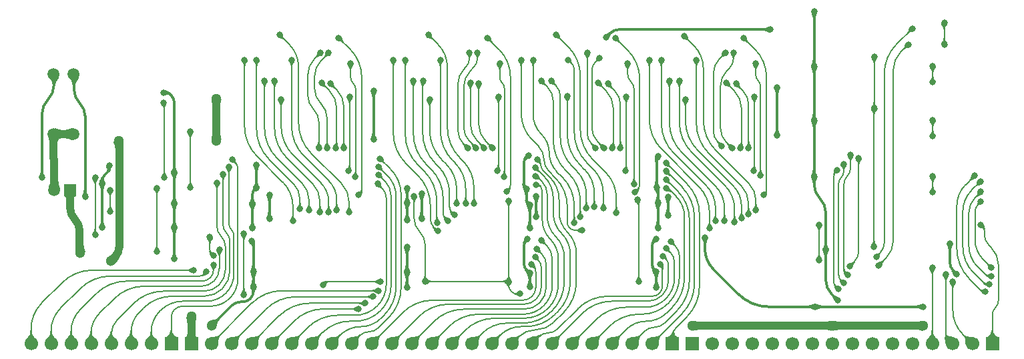
<source format=gbl>
%TF.GenerationSoftware,KiCad,Pcbnew,9.0.4*%
%TF.CreationDate,2025-10-01T13:24:54+02:00*%
%TF.ProjectId,W65C816 Debug Display,57363543-3831-4362-9044-656275672044,V2*%
%TF.SameCoordinates,Original*%
%TF.FileFunction,Copper,L2,Bot*%
%TF.FilePolarity,Positive*%
%FSLAX46Y46*%
G04 Gerber Fmt 4.6, Leading zero omitted, Abs format (unit mm)*
G04 Created by KiCad (PCBNEW 9.0.4) date 2025-10-01 13:24:54*
%MOMM*%
%LPD*%
G01*
G04 APERTURE LIST*
%TA.AperFunction,ComponentPad*%
%ADD10R,1.500000X1.500000*%
%TD*%
%TA.AperFunction,ComponentPad*%
%ADD11C,1.500000*%
%TD*%
%TA.AperFunction,ComponentPad*%
%ADD12C,1.509000*%
%TD*%
%TA.AperFunction,ComponentPad*%
%ADD13R,1.700000X1.700000*%
%TD*%
%TA.AperFunction,ComponentPad*%
%ADD14C,1.700000*%
%TD*%
%TA.AperFunction,ViaPad*%
%ADD15C,0.800000*%
%TD*%
%TA.AperFunction,ViaPad*%
%ADD16C,1.300000*%
%TD*%
%TA.AperFunction,Conductor*%
%ADD17C,1.000000*%
%TD*%
%TA.AperFunction,Conductor*%
%ADD18C,0.380000*%
%TD*%
%TA.AperFunction,Conductor*%
%ADD19C,0.200000*%
%TD*%
G04 APERTURE END LIST*
D10*
%TO.P,C1,1*%
%TO.N,12V*%
X4619500Y19164500D03*
D11*
%TO.P,C1,2*%
%TO.N,GND*%
X2619500Y19164500D03*
%TD*%
D12*
%TO.P,S2,1,COM_1*%
%TO.N,GND*%
X2540000Y26289000D03*
%TO.P,S2,2,COM_2*%
X5080000Y26289000D03*
%TO.P,S2,3,NO_2*%
%TO.N,/~{Always Show Data}*%
X5080000Y33909000D03*
%TO.P,S2,4,NO_1*%
%TO.N,/~{LED Enable}*%
X2540000Y33909000D03*
%TD*%
D13*
%TO.P,J3,1,Pin_1*%
%TO.N,Addr0*%
X80962500Y-317500D03*
D14*
%TO.P,J3,2,Pin_2*%
%TO.N,Addr1*%
X78422500Y-317500D03*
%TO.P,J3,3,Pin_3*%
%TO.N,Addr2*%
X75882500Y-317500D03*
%TO.P,J3,4,Pin_4*%
%TO.N,Addr3*%
X73342500Y-317500D03*
%TO.P,J3,5,Pin_5*%
%TO.N,Addr4*%
X70802500Y-317500D03*
%TO.P,J3,6,Pin_6*%
%TO.N,Addr5*%
X68262500Y-317500D03*
%TO.P,J3,7,Pin_7*%
%TO.N,Addr6*%
X65722500Y-317500D03*
%TO.P,J3,8,Pin_8*%
%TO.N,Addr7*%
X63182500Y-317500D03*
%TO.P,J3,9,Pin_9*%
%TO.N,Addr8*%
X60642500Y-317500D03*
%TO.P,J3,10,Pin_10*%
%TO.N,Addr9*%
X58102500Y-317500D03*
%TO.P,J3,11,Pin_11*%
%TO.N,Addr10*%
X55562500Y-317500D03*
%TO.P,J3,12,Pin_12*%
%TO.N,Addr11*%
X53022500Y-317500D03*
%TO.P,J3,13,Pin_13*%
%TO.N,Addr12*%
X50482500Y-317500D03*
%TO.P,J3,14,Pin_14*%
%TO.N,Addr13*%
X47942500Y-317500D03*
%TO.P,J3,15,Pin_15*%
%TO.N,Addr14*%
X45402500Y-317500D03*
%TO.P,J3,16,Pin_16*%
%TO.N,Addr15*%
X42862500Y-317500D03*
%TO.P,J3,17,Pin_17*%
%TO.N,Addr16*%
X40322500Y-317500D03*
%TO.P,J3,18,Pin_18*%
%TO.N,Addr17*%
X37782500Y-317500D03*
%TO.P,J3,19,Pin_19*%
%TO.N,Addr18*%
X35242500Y-317500D03*
%TO.P,J3,20,Pin_20*%
%TO.N,Addr19*%
X32702500Y-317500D03*
%TO.P,J3,21,Pin_21*%
%TO.N,Addr20*%
X30162500Y-317500D03*
%TO.P,J3,22,Pin_22*%
%TO.N,Addr21*%
X27622500Y-317500D03*
%TO.P,J3,23,Pin_23*%
%TO.N,Addr22*%
X25082500Y-317500D03*
%TO.P,J3,24,Pin_24*%
%TO.N,Addr23*%
X22542500Y-317500D03*
%TD*%
D13*
%TO.P,J4,1,Pin_1*%
%TO.N,Data0*%
X17462500Y-317500D03*
D14*
%TO.P,J4,2,Pin_2*%
%TO.N,Data1*%
X14922500Y-317500D03*
%TO.P,J4,3,Pin_3*%
%TO.N,Data2*%
X12382500Y-317500D03*
%TO.P,J4,4,Pin_4*%
%TO.N,Data3*%
X9842500Y-317500D03*
%TO.P,J4,5,Pin_5*%
%TO.N,Data4*%
X7302500Y-317500D03*
%TO.P,J4,6,Pin_6*%
%TO.N,Data5*%
X4762500Y-317500D03*
%TO.P,J4,7,Pin_7*%
%TO.N,Data6*%
X2222500Y-317500D03*
%TO.P,J4,8,Pin_8*%
%TO.N,Data7*%
X-317500Y-317500D03*
%TD*%
D13*
%TO.P,J5,1,Pin_1*%
%TO.N,X*%
X121602500Y-317500D03*
D14*
%TO.P,J5,2,Pin_2*%
%TO.N,VPA*%
X119062500Y-317500D03*
%TO.P,J5,3,Pin_3*%
%TO.N,~{NMI}*%
X116522500Y-317500D03*
%TO.P,J5,4,Pin_4*%
%TO.N,~{ML}*%
X113982500Y-317500D03*
%TO.P,J5,5,Pin_5*%
%TO.N,~{IRQ}*%
X111442500Y-317500D03*
%TO.P,J5,6,Pin_6*%
%TO.N,~{ABORT}*%
X108902500Y-317500D03*
%TO.P,J5,7,Pin_7*%
%TO.N,RDY*%
X106362500Y-317500D03*
%TO.P,J5,8,Pin_8*%
%TO.N,~{VP}*%
X103822500Y-317500D03*
%TO.P,J5,9,Pin_9*%
%TO.N,~{RES}*%
X101282500Y-317500D03*
%TO.P,J5,10,Pin_10*%
%TO.N,VDA*%
X98742500Y-317500D03*
%TO.P,J5,11,Pin_11*%
%TO.N,M*%
X96202500Y-317500D03*
%TO.P,J5,12,Pin_12*%
%TO.N,E*%
X93662500Y-317500D03*
%TO.P,J5,13,Pin_13*%
%TO.N,R~{W}*%
X91122500Y-317500D03*
%TO.P,J5,14,Pin_14*%
%TO.N,BE*%
X88582500Y-317500D03*
%TO.P,J5,15,Pin_15*%
%TO.N,PHI2*%
X86042500Y-317500D03*
%TD*%
D13*
%TO.P,J1,1,Pin_1*%
%TO.N,GND*%
X83502500Y-317500D03*
%TD*%
%TO.P,J2,1,Pin_1*%
%TO.N,12V*%
X20002500Y-317500D03*
%TD*%
D15*
%TO.N,GND*%
X47359000Y11938000D03*
X27876500Y8826500D03*
X98996500Y34861500D03*
X98996500Y41846500D03*
X17843506Y10416500D03*
X78942500Y8836500D03*
X78928347Y12990157D03*
X47371000Y19463500D03*
X47359000Y6786500D03*
X27673494Y12769594D03*
X17843500Y17462500D03*
D16*
X101282502Y1968492D03*
D15*
X47371000Y15367000D03*
X116217000Y12382500D03*
X27876500Y6921500D03*
X79023500Y19465862D03*
X16509998Y31559500D03*
X62928500Y14383500D03*
X62928500Y17277619D03*
D16*
X83502500Y1968500D03*
D15*
X47359000Y8795500D03*
D16*
X112832500Y1968500D03*
D15*
X17843500Y21399500D03*
X117090411Y8496675D03*
X62499667Y19365880D03*
X100469000Y11609500D03*
X27749498Y17431494D03*
X8699500Y14414504D03*
X79184500Y14383500D03*
X28257500Y22384500D03*
X47371000Y17554500D03*
X79184500Y23504500D03*
X17843500Y14414500D03*
X27749500Y14383500D03*
X62928500Y6890500D03*
X9588500Y22288500D03*
D16*
X22542500Y1968500D03*
D15*
X62810938Y23593589D03*
X8699500Y20002500D03*
X62658031Y12990743D03*
X78983036Y6811083D03*
X62940500Y8681606D03*
X28257500Y19463496D03*
X79184500Y17558500D03*
X98996500Y20891500D03*
X98996500Y28003500D03*
X101981150Y5221500D03*
%TO.N,Data6*%
X21943454Y8814546D03*
%TO.N,Data4*%
X23558500Y11620500D03*
%TO.N,Data0*%
X25209500Y23050492D03*
%TO.N,Data2*%
X24032700Y21225107D03*
%TO.N,Data1*%
X24782700Y22127910D03*
%TO.N,Data5*%
X22808500Y9715500D03*
%TO.N,Data3*%
X23253000Y20129500D03*
%TO.N,Data7*%
X20308000Y9017000D03*
%TO.N,Addr14*%
X63611161Y10699932D03*
%TO.N,Addr9*%
X63613434Y22060949D03*
%TO.N,Addr11*%
X63690500Y19875500D03*
%TO.N,Addr15*%
X63141636Y9760756D03*
%TO.N,Addr8*%
X63879933Y23076569D03*
%TO.N,Addr13*%
X63802377Y11732377D03*
%TO.N,Addr10*%
X63664242Y20962420D03*
%TO.N,Addr12*%
X64409186Y12816080D03*
%TO.N,Addr3*%
X80200500Y19415992D03*
%TO.N,/~{LED Enable}*%
X60261500Y7556506D03*
X48260000Y18415000D03*
X26658000Y13652500D03*
X26670000Y5905500D03*
X76753471Y7536499D03*
X7810498Y20764499D03*
X7810498Y13462000D03*
X49657000Y7590389D03*
X76612564Y17983003D03*
X36703000Y7163500D03*
X60261500Y17843486D03*
X43993500Y7556500D03*
X61722000Y6011498D03*
X1063500Y20764500D03*
%TO.N,Addr0*%
X80200500Y22638500D03*
%TO.N,Addr5*%
X80270442Y11775739D03*
%TO.N,Addr4*%
X80837754Y12659290D03*
%TO.N,/Cathode*%
X93408500Y39560500D03*
X72580500Y38544500D03*
%TO.N,/LED Enable*%
X16465065Y30289495D03*
X16573500Y20764492D03*
%TO.N,Net-(LED7-Pad2)*%
X114041500Y25988300D03*
X114040832Y28062000D03*
%TO.N,Net-(LED11-Pad2)*%
X114040832Y34920000D03*
X114041500Y32846300D03*
%TO.N,Net-(LED15-Pad2)*%
X114040832Y20950000D03*
X114041500Y18876300D03*
%TO.N,Addr2*%
X80200500Y20538494D03*
%TO.N,Addr6*%
X79836483Y10825933D03*
%TO.N,Addr7*%
X79438500Y9811500D03*
%TO.N,Addr1*%
X80200500Y21588497D03*
%TO.N,Addr18*%
X43751500Y21145500D03*
%TO.N,/5V*%
X49212500Y15557494D03*
X43116500Y31813500D03*
X94297500Y32194500D03*
X29908500Y15557500D03*
D16*
X10795000Y25463500D03*
D15*
X80454500Y15938500D03*
X63754000Y18415000D03*
X112839500Y4381500D03*
X49212500Y18732500D03*
X80454500Y18351500D03*
D16*
X23177488Y25463500D03*
D15*
X99123500Y4381500D03*
D16*
X23177506Y30797500D03*
D15*
X85154570Y13163835D03*
X29908496Y18605500D03*
D16*
X9779000Y10167000D03*
D15*
X94297500Y26098500D03*
X63754000Y15748000D03*
X43116500Y25590500D03*
%TO.N,Addr20*%
X41223501Y4106854D03*
%TO.N,Addr22*%
X43054246Y5663502D03*
%TO.N,Addr17*%
X43751500Y22161500D03*
%TO.N,Addr19*%
X43624500Y20002500D03*
%TO.N,Addr16*%
X43938002Y23177246D03*
%TO.N,Addr23*%
X43763500Y6413500D03*
%TO.N,Addr21*%
X42079977Y4822315D03*
%TO.N,VPA*%
X116597498Y7569560D03*
%TO.N,X*%
X99629000Y10309500D03*
X120154000Y14795500D03*
X99629000Y14795500D03*
%TO.N,~{ML}*%
X113982500Y9334500D03*
%TO.N,~{NMI}*%
X115697000Y8485573D03*
D16*
%TO.N,12V*%
X5919500Y11176000D03*
X20002500Y3183500D03*
D15*
%TO.N,/A\u00B7P*%
X15621000Y11366500D03*
X15621000Y19445764D03*
%TO.N,/~{Data LED Enable}*%
X22796500Y10858500D03*
X22352000Y13208000D03*
%TO.N,/~{Always Show Data}*%
X6540498Y18351502D03*
%TO.N,/Data Display/Left \u03A9 Digit 0 G segment*%
X32893000Y15240000D03*
X26752496Y35719500D03*
%TO.N,/Data Display/Right \u03A9 Digit 0 B segment*%
X40195500Y35242500D03*
X40802466Y20838301D03*
%TO.N,/Data Display/Right \u03A9 Digit 0 C segment*%
X40099500Y31020500D03*
X39960500Y21622506D03*
%TO.N,/Data Display/Left \u03A9 Digit 0 A segment*%
X31197500Y38894492D03*
X40005000Y16383000D03*
%TO.N,/Data Display/Left \u03A9 Digit 0 E segment*%
X29292500Y33052504D03*
X34925000Y16637000D03*
%TO.N,/Data Display/Left \u03A9 Digit 0 C segment*%
X31385470Y30670500D03*
X37423831Y16341831D03*
%TO.N,/Data Display/Right \u03A9 Digit 0 E segment*%
X36531518Y32798500D03*
X38287497Y24543500D03*
%TO.N,/Data Display/Right \u03A9 Digit 0 D segment*%
X39337500Y24543500D03*
X37655500Y32702492D03*
%TO.N,/Data Display/Left \u03A9 Digit 0 B segment*%
X32721500Y35719500D03*
X38437413Y16615978D03*
%TO.N,/Data Display/Right \u03A9 Digit 0 G segment*%
X36187491Y24543500D03*
X36404500Y36608500D03*
%TO.N,/Data Display/Left \u03A9 Digit 0 D segment*%
X30562498Y33052500D03*
X36322000Y16383000D03*
%TO.N,/Data Display/Left \u03A9 Digit 0 F segment*%
X28276500Y35719498D03*
X33782000Y16764000D03*
%TO.N,/Data Display/Right \u03A9 Digit 0 F segment*%
X37237494Y24543500D03*
X37420500Y36608500D03*
%TO.N,/Data Display/Right \u03A9 Digit 0 A segment*%
X41230500Y18536300D03*
X38690500Y38513500D03*
%TO.N,/Low Address Display/Right \u03A9 Digit 0 B segment*%
X92192000Y21018500D03*
X91598168Y35242504D03*
%TO.N,/Low Address Display/Right \u03A9 Digit 0 D segment*%
X90680000Y24539500D03*
X89090500Y32702500D03*
%TO.N,/Low Address Display/Right \u03A9 Digit 0 A segment*%
X92573000Y18532300D03*
X90033000Y38509500D03*
%TO.N,/Low Address Display/Right \u03A9 Digit 0 C segment*%
X91303000Y21618506D03*
X91442000Y31016500D03*
%TO.N,/Low Address Display/Left \u03A9 Digit 0 D segment*%
X88900000Y15113000D03*
X81904998Y33048500D03*
%TO.N,/Low Address Display/Left \u03A9 Digit 0 G segment*%
X85725000Y14351000D03*
X78094996Y35715500D03*
%TO.N,/Low Address Display/Left \u03A9 Digit 0 F segment*%
X79619000Y35715498D03*
X86487000Y15240000D03*
%TO.N,/Low Address Display/Left \u03A9 Digit 0 E segment*%
X80635000Y33048504D03*
X87630000Y15240000D03*
%TO.N,/Low Address Display/Left \u03A9 Digit 0 C segment*%
X82667000Y30670500D03*
X89789000Y15621000D03*
%TO.N,/Low Address Display/Right \u03A9 Digit 0 E segment*%
X89629997Y24539500D03*
X87874000Y32794492D03*
%TO.N,/Low Address Display/Left \u03A9 Digit 0 A segment*%
X91617151Y16598576D03*
X82540000Y38720500D03*
%TO.N,/Low Address Display/Left \u03A9 Digit 0 B segment*%
X90678000Y16129000D03*
X84064000Y35715500D03*
%TO.N,/Low Address Display/Right \u03A9 Digit 0 G segment*%
X87276746Y24792746D03*
X87747000Y36604500D03*
%TO.N,/Low Address Display/Right \u03A9 Digit 0 F segment*%
X88763000Y36604500D03*
X88579994Y24539500D03*
%TO.N,/High Address Display/Right \u03A9 Digit 0 G segment*%
X70231000Y36604500D03*
X71273991Y24539500D03*
%TO.N,/High Address Display/Left \u03A9 Digit 0 F segment*%
X68580000Y14986000D03*
X63363000Y35715498D03*
%TO.N,/High Address Display/Left \u03A9 Digit 0 E segment*%
X69342000Y15748000D03*
X64379000Y33048504D03*
%TO.N,/High Address Display/Left \u03A9 Digit 0 A segment*%
X73914000Y16256000D03*
X66284000Y38890492D03*
%TO.N,/High Address Display/Left \u03A9 Digit 0 G segment*%
X69596000Y14097000D03*
X61838996Y35715500D03*
%TO.N,/High Address Display/Right \u03A9 Digit 0 A segment*%
X76276514Y18924850D03*
X73777000Y38509500D03*
%TO.N,/High Address Display/Right \u03A9 Digit 0 C segment*%
X75047000Y21618506D03*
X75186000Y31016500D03*
%TO.N,/High Address Display/Left \u03A9 Digit 0 C segment*%
X71120000Y17018000D03*
X67691000Y31115000D03*
%TO.N,/High Address Display/Right \u03A9 Digit 0 E segment*%
X73373997Y24539500D03*
X71618008Y32794500D03*
%TO.N,/High Address Display/Right \u03A9 Digit 0 B segment*%
X75342168Y35242500D03*
X76148501Y19916625D03*
%TO.N,/High Address Display/Right \u03A9 Digit 0 D segment*%
X72834500Y32702504D03*
X74424000Y24539500D03*
%TO.N,/High Address Display/Left \u03A9 Digit 0 B segment*%
X72263000Y16891000D03*
X67808000Y35715500D03*
%TO.N,/High Address Display/Left \u03A9 Digit 0 D segment*%
X65648998Y33048500D03*
X70104000Y16891000D03*
%TO.N,/High Address Display/Right \u03A9 Digit 0 F segment*%
X72323994Y24539500D03*
X71755000Y35941000D03*
%TO.N,/Bank Address Display/Left \u03A9 Digit 0 B segment*%
X51592500Y35715500D03*
X54800500Y17462500D03*
%TO.N,/Bank Address Display/Left \u03A9 Digit 0 A segment*%
X55849690Y17468807D03*
X50068500Y38890492D03*
%TO.N,/Bank Address Display/Right \u03A9 Digit 0 C segment*%
X58831500Y21618506D03*
X58970500Y31016500D03*
%TO.N,/Bank Address Display/Right \u03A9 Digit 0 G segment*%
X55058491Y24539500D03*
X55275500Y36604500D03*
%TO.N,/Bank Address Display/Right \u03A9 Digit 0 D segment*%
X58208500Y24539500D03*
X56451500Y32702498D03*
%TO.N,/Bank Address Display/Left \u03A9 Digit 0 D segment*%
X53370500Y16030504D03*
X49433498Y33048500D03*
%TO.N,/Bank Address Display/Left \u03A9 Digit 0 G segment*%
X45623496Y35715500D03*
X51242199Y13964947D03*
%TO.N,/Bank Address Display/Left \u03A9 Digit 0 C segment*%
X50228500Y30670500D03*
X53657500Y17462500D03*
%TO.N,/Bank Address Display/Right \u03A9 Digit 0 B segment*%
X59126668Y35242500D03*
X59673466Y20834301D03*
%TO.N,/Bank Address Display/Right \u03A9 Digit 0 A segment*%
X59973042Y18980103D03*
X57561500Y38509500D03*
%TO.N,/Bank Address Display/Left \u03A9 Digit 0 E segment*%
X52514500Y15303500D03*
X48163500Y33048504D03*
%TO.N,/Bank Address Display/Right \u03A9 Digit 0 F segment*%
X56291500Y36604500D03*
X56108494Y24539500D03*
%TO.N,/Bank Address Display/Right \u03A9 Digit 0 E segment*%
X55402508Y32794500D03*
X57158497Y24539500D03*
%TO.N,/Bank Address Display/Left \u03A9 Digit 0 F segment*%
X51211500Y15014500D03*
X47147500Y35715498D03*
%TO.N,Net-(IC10-A3)*%
X120154000Y17716500D03*
X121497831Y9312169D03*
%TO.N,Net-(IC10-A2)*%
X121503250Y8262181D03*
X120154000Y18986500D03*
%TO.N,Net-(IC10-A0)*%
X119336041Y20998968D03*
X120741076Y6321785D03*
%TO.N,Net-(IC10-A1)*%
X121239876Y7245746D03*
X120078500Y20256500D03*
%TO.N,Net-(IC11-A5)*%
X106870500Y10731500D03*
X111442500Y39687500D03*
%TO.N,Net-(IC11-A1)*%
X102744295Y7366620D03*
X102745336Y22487169D03*
%TO.N,Net-(IC11-A0)*%
X101949522Y21737169D03*
X102042567Y6654849D03*
%TO.N,Net-(IC11-A3)*%
X103551295Y9543200D03*
X104648000Y23241000D03*
%TO.N,Net-(IC11-A4)*%
X110934500Y37651000D03*
X107202031Y9637971D03*
X115502000Y40391700D03*
X115502000Y37651000D03*
%TO.N,Net-(IC11-A2)*%
X103227490Y8424537D03*
X103619126Y23622000D03*
%TO.N,/PHI2_{3}*%
X19875500Y19494500D03*
X106585762Y12008770D03*
X106616495Y36131495D03*
X106616500Y29527500D03*
X19875500Y26606500D03*
%TO.N,/~{Always Show Data}+PHI2*%
X9715500Y16446500D03*
X9715500Y19191500D03*
%TD*%
D17*
%TO.N,/5V*%
X23177490Y25463529D02*
X23177493Y25463530D01*
X23177496Y25463530D01*
X23177498Y25463531D01*
X23177501Y25463531D01*
X23177503Y25463530D01*
X23177506Y25463530D01*
X10826750Y25431750D02*
G75*
G02*
X10858499Y25355098I-76650J-76650D01*
G01*
D18*
X89401707Y5975292D02*
G75*
G03*
X93249463Y4381459I3847793J3847708D01*
G01*
D17*
X10858500Y12009821D02*
G75*
G02*
X10318753Y10706747I-1842830J-1D01*
G01*
D18*
X85154570Y11693132D02*
G75*
G03*
X86194489Y9182462I3550630J-32D01*
G01*
%TO.N,/Cathode*%
X74314920Y39560500D02*
G75*
G03*
X73088494Y39052506I-20J-1734400D01*
G01*
%TO.N,GND*%
X9588500Y21971000D02*
G75*
G02*
X9363990Y21428996I-766500J0D01*
G01*
X62868354Y8700450D02*
G75*
G03*
X62913849Y8681627I45446J45450D01*
G01*
X26340885Y5004885D02*
G75*
G03*
X25040086Y4466052I15J-1839585D01*
G01*
X27489692Y5391692D02*
G75*
G02*
X26555856Y5004907I-933792J933808D01*
G01*
X79104000Y19385362D02*
G75*
G02*
X79184496Y19191017I-194400J-194362D01*
G01*
X62488719Y23271370D02*
G75*
G03*
X62166518Y22493464I777881J-777870D01*
G01*
X28003500Y19209496D02*
G75*
G03*
X27749507Y18596285I613200J-613196D01*
G01*
X27876500Y6325528D02*
G75*
G02*
X27489697Y5391687I-1320600J-28D01*
G01*
X98996500Y19875500D02*
G75*
G03*
X99714929Y18141088I2452800J0D01*
G01*
X100469000Y12049933D02*
G75*
G03*
X100597990Y11738490I440400J-33D01*
G01*
D17*
X2540000Y23249713D02*
G75*
G03*
X2579746Y23153746I135700J-13D01*
G01*
D18*
X100469000Y7802901D02*
G75*
G03*
X101225075Y5977575I2581400J-1D01*
G01*
X78962768Y8816232D02*
G75*
G02*
X78983026Y8767300I-48968J-48932D01*
G01*
X78699923Y12761733D02*
G75*
G03*
X78471525Y12210270I551477J-551433D01*
G01*
X17283556Y31357443D02*
G75*
G03*
X16795749Y31559523I-487856J-487843D01*
G01*
X62940500Y6910985D02*
G75*
G02*
X62934496Y6896504I-20500J15D01*
G01*
X17462500Y31178500D02*
G75*
G02*
X17843494Y30258684I-919800J-919800D01*
G01*
X116217000Y9987680D02*
G75*
G03*
X116653716Y8933391I1491000J20D01*
G01*
X78471500Y9640547D02*
G75*
G03*
X78706986Y9071986I804000J-47D01*
G01*
X62185664Y9879201D02*
G75*
G03*
X62536422Y9032364I1197636J-1D01*
G01*
D17*
X2579749Y23153749D02*
G75*
G02*
X2619492Y23057785I-95949J-95949D01*
G01*
D18*
X99732750Y18123250D02*
G75*
G02*
X100468994Y16345785I-1777450J-1777450D01*
G01*
X27774997Y12668091D02*
G75*
G02*
X27876515Y12423041I-245097J-245091D01*
G01*
X8968907Y21033907D02*
G75*
G03*
X8699495Y20383500I650393J-650407D01*
G01*
X62166500Y19934631D02*
G75*
G03*
X62333078Y19532458I568700J-31D01*
G01*
X62499667Y18009682D02*
G75*
G03*
X62714099Y17492051I732033J18D01*
G01*
X62421847Y12754559D02*
G75*
G03*
X62185678Y12184362I570153J-570159D01*
G01*
X79104000Y23424000D02*
G75*
G03*
X79023518Y23229655I194300J-194300D01*
G01*
D17*
%TO.N,12V*%
X4619500Y16945938D02*
G75*
G03*
X5230748Y15470248I2086930J-8D01*
G01*
X5842000Y11308300D02*
G75*
G03*
X5880750Y11214750I132300J0D01*
G01*
X5230750Y15470250D02*
G75*
G02*
X5842001Y13994561I-1475690J-1475690D01*
G01*
D19*
%TO.N,/PHI2_{3}*%
X106601131Y29512131D02*
G75*
G03*
X106585733Y29475026I37069J-37131D01*
G01*
%TO.N,Net-(IC11-A2)*%
X103619126Y21960117D02*
G75*
G02*
X103209495Y20971181I-1398526J-17D01*
G01*
X103209495Y20971181D02*
G75*
G03*
X102799823Y19982245I988905J-988981D01*
G01*
X102799865Y9154538D02*
G75*
G03*
X103013651Y8638323I730035J-38D01*
G01*
%TO.N,Net-(IC11-A4)*%
X109989015Y36705515D02*
G75*
G03*
X109043516Y34422912I2282585J-2282615D01*
G01*
X109043530Y12781606D02*
G75*
G02*
X108122782Y10558718I-3143630J-6D01*
G01*
%TO.N,Net-(IC11-A3)*%
X104648000Y11415392D02*
G75*
G02*
X104099645Y10091554I-1872200J8D01*
G01*
%TO.N,Net-(IC11-A0)*%
X101711261Y21498908D02*
G75*
G03*
X101473011Y20923695I575239J-575208D01*
G01*
X101473000Y7627160D02*
G75*
G03*
X101757806Y6939655I972300J40D01*
G01*
%TO.N,Net-(IC11-A1)*%
X102108000Y8452843D02*
G75*
G03*
X102426131Y7684751I1086200J-43D01*
G01*
X102745336Y21523371D02*
G75*
G02*
X102426661Y20754046I-1088036J29D01*
G01*
X102426668Y20754039D02*
G75*
G03*
X102107995Y19984706I769332J-769339D01*
G01*
%TO.N,Net-(IC11-A5)*%
X109480292Y37725292D02*
G75*
G03*
X107886489Y33877536I3847808J-3847792D01*
G01*
X107886500Y12465920D02*
G75*
G02*
X107378506Y11239494I-1734400J-20D01*
G01*
%TO.N,Net-(IC10-A1)*%
X118967250Y19145250D02*
G75*
G03*
X117856019Y16462455I2682750J-2682750D01*
G01*
X120432316Y7456683D02*
G75*
G03*
X120941565Y7245711I509284J509217D01*
G01*
X117856000Y12003886D02*
G75*
G03*
X119249642Y8639388I4758100J14D01*
G01*
%TO.N,Net-(IC10-A0)*%
X117094000Y11778963D02*
G75*
G03*
X118687801Y7931215I5441600J37D01*
G01*
X120140286Y6478713D02*
G75*
G03*
X120519145Y6321824I378814J378887D01*
G01*
X118215020Y19877947D02*
G75*
G03*
X117094024Y17171564I2706380J-2706347D01*
G01*
%TO.N,Net-(IC10-A2)*%
X119386000Y18167000D02*
G75*
G03*
X118618007Y16312883I1854100J-1854100D01*
G01*
X118618000Y12152368D02*
G75*
G03*
X119757423Y9401604I3890200J32D01*
G01*
X120154000Y18960750D02*
G75*
G02*
X120135774Y18916810I-62200J50D01*
G01*
X120682413Y8476586D02*
G75*
G03*
X121200034Y8262202I517587J517614D01*
G01*
%TO.N,Net-(IC10-A3)*%
X119404000Y12886562D02*
G75*
G03*
X120450933Y10359102I3574400J38D01*
G01*
X119779000Y17341500D02*
G75*
G03*
X119404012Y16436169I905300J-905300D01*
G01*
%TO.N,/Bank Address Display/Left \u03A9 Digit 0 F segment*%
X47147500Y26226463D02*
G75*
G03*
X48741291Y22378705I5441550J-3D01*
G01*
X51148000Y15122901D02*
G75*
G03*
X51179750Y15046250I108400J-1D01*
G01*
X49554207Y21565792D02*
G75*
G02*
X51148010Y17718036I-3847807J-3847792D01*
G01*
%TO.N,/Bank Address Display/Right \u03A9 Digit 0 E segment*%
X55402508Y27537160D02*
G75*
G03*
X56280516Y25417508I2997692J40D01*
G01*
%TO.N,/Bank Address Display/Right \u03A9 Digit 0 F segment*%
X56291500Y35907000D02*
G75*
G02*
X55798290Y34716296I-1683900J0D01*
G01*
X55419000Y34337000D02*
G75*
G03*
X54546501Y32230598I2106400J-2106400D01*
G01*
X54546500Y27205990D02*
G75*
G03*
X55327500Y25320500I2666500J10D01*
G01*
%TO.N,/Bank Address Display/Left \u03A9 Digit 0 E segment*%
X48163500Y26353463D02*
G75*
G03*
X49757291Y22505705I5441550J-3D01*
G01*
X51943000Y16279111D02*
G75*
G03*
X52228747Y15589247I975600J-11D01*
G01*
X50371455Y21891544D02*
G75*
G02*
X51942996Y18097500I-3794055J-3794044D01*
G01*
%TO.N,/Bank Address Display/Right \u03A9 Digit 0 A segment*%
X60482500Y19849802D02*
G75*
G02*
X60227772Y19234831I-869700J-2D01*
G01*
X59022000Y37049000D02*
G75*
G02*
X60482517Y33523041I-3526000J-3526000D01*
G01*
%TO.N,/Bank Address Display/Right \u03A9 Digit 0 B segment*%
X59423584Y32778416D02*
G75*
G02*
X59720508Y32061597I-716784J-716816D01*
G01*
X59720500Y20914593D02*
G75*
G02*
X59696981Y20857820I-80300J7D01*
G01*
X59126668Y33495234D02*
G75*
G03*
X59423567Y32778399I1013732J-34D01*
G01*
%TO.N,/Bank Address Display/Left \u03A9 Digit 0 C segment*%
X50228500Y26828463D02*
G75*
G03*
X51822291Y22980705I5441550J-3D01*
G01*
X52355362Y22447637D02*
G75*
G02*
X53657492Y19304000I-3143662J-3143637D01*
G01*
%TO.N,/Bank Address Display/Left \u03A9 Digit 0 G segment*%
X48727279Y21059219D02*
G75*
G02*
X50321039Y17211463I-3847779J-3847719D01*
G01*
X45623496Y26416967D02*
G75*
G03*
X47217291Y22569214I5441544J3D01*
G01*
X50321073Y15537407D02*
G75*
G03*
X50781639Y14425513I1572427J-7D01*
G01*
%TO.N,/Bank Address Display/Left \u03A9 Digit 0 D segment*%
X51293618Y22239380D02*
G75*
G02*
X52754488Y18712502I-3526918J-3526880D01*
G01*
X49354500Y26432463D02*
G75*
G03*
X50948291Y22584706I5441550J-3D01*
G01*
X52754500Y17082081D02*
G75*
G03*
X53062505Y16338509I1051600J19D01*
G01*
X49393999Y33009001D02*
G75*
G03*
X49354483Y32913641I95401J-95401D01*
G01*
%TO.N,/Bank Address Display/Right \u03A9 Digit 0 D segment*%
X56451500Y27538886D02*
G75*
G03*
X57330004Y25418004I2999400J14D01*
G01*
%TO.N,/Bank Address Display/Right \u03A9 Digit 0 G segment*%
X53848000Y26605937D02*
G75*
G03*
X54453235Y25144735I2066400J-37D01*
G01*
X54561750Y34495750D02*
G75*
G03*
X53847998Y32772605I1723150J-1723150D01*
G01*
X55275500Y35907000D02*
G75*
G02*
X54782290Y34716296I-1683900J0D01*
G01*
%TO.N,/Bank Address Display/Right \u03A9 Digit 0 C segment*%
X58958500Y21835308D02*
G75*
G02*
X58895004Y21682002I-216800J-8D01*
G01*
X58964500Y31010500D02*
G75*
G03*
X58958494Y30996014I14500J-14500D01*
G01*
%TO.N,/Bank Address Display/Left \u03A9 Digit 0 A segment*%
X52481500Y27115463D02*
G75*
G03*
X54075291Y23267705I5441550J-3D01*
G01*
X51275000Y37683992D02*
G75*
G02*
X52481516Y34771243I-2912800J-2912792D01*
G01*
X54426813Y22916186D02*
G75*
G02*
X55849664Y19481058I-3435113J-3435086D01*
G01*
%TO.N,/Bank Address Display/Left \u03A9 Digit 0 B segment*%
X51592500Y26734463D02*
G75*
G03*
X53186291Y22886705I5441550J-3D01*
G01*
X53453461Y22619538D02*
G75*
G02*
X54800493Y19367500I-3252061J-3252038D01*
G01*
%TO.N,/High Address Display/Right \u03A9 Digit 0 F segment*%
X71278750Y35464750D02*
G75*
G03*
X70802508Y34314980I1149750J-1149750D01*
G01*
X70802500Y27136852D02*
G75*
G03*
X71563232Y25300232I2597300J-52D01*
G01*
%TO.N,/High Address Display/Left \u03A9 Digit 0 D segment*%
X68869214Y21618284D02*
G75*
G02*
X70104040Y18637250I-2981014J-2981084D01*
G01*
X66225499Y32471999D02*
G75*
G02*
X66802001Y31080202I-1391799J-1391799D01*
G01*
X66802000Y25939463D02*
G75*
G03*
X68395791Y22091706I5441550J-3D01*
G01*
%TO.N,/High Address Display/Left \u03A9 Digit 0 B segment*%
X70960862Y21876136D02*
G75*
G02*
X72262991Y18732500I-3143662J-3143636D01*
G01*
X68580000Y26510963D02*
G75*
G03*
X70173791Y22663206I5441550J-3D01*
G01*
X68194000Y35329500D02*
G75*
G02*
X68580006Y34397613I-931900J-931900D01*
G01*
%TO.N,/High Address Display/Right \u03A9 Digit 0 D segment*%
X73635250Y31901754D02*
G75*
G02*
X74435990Y29968572I-1933150J-1933154D01*
G01*
X74436000Y24559985D02*
G75*
G02*
X74429996Y24545504I-20500J15D01*
G01*
%TO.N,/High Address Display/Right \u03A9 Digit 0 B segment*%
X75342168Y33939995D02*
G75*
G03*
X75745329Y32966660I1376532J5D01*
G01*
X75745334Y32966665D02*
G75*
G02*
X76148524Y31993335I-973334J-973365D01*
G01*
%TO.N,/High Address Display/Right \u03A9 Digit 0 E segment*%
X72570504Y31842004D02*
G75*
G02*
X73522990Y29542475I-2299504J-2299504D01*
G01*
X73523000Y24793864D02*
G75*
G02*
X73448487Y24614012I-254400J36D01*
G01*
%TO.N,/High Address Display/Left \u03A9 Digit 0 C segment*%
X69862763Y21831235D02*
G75*
G02*
X71119990Y18796000I-3035263J-3035235D01*
G01*
X67691000Y26256963D02*
G75*
G03*
X69284791Y22409206I5441550J-3D01*
G01*
%TO.N,/High Address Display/Right \u03A9 Digit 0 C segment*%
X75174000Y21835308D02*
G75*
G02*
X75110504Y21682002I-216800J-8D01*
G01*
X75180000Y31010500D02*
G75*
G03*
X75173994Y30996014I14500J-14500D01*
G01*
%TO.N,/High Address Display/Right \u03A9 Digit 0 A segment*%
X76886500Y19966161D02*
G75*
G02*
X76581485Y19229865I-1041300J39D01*
G01*
X75331750Y36954750D02*
G75*
G02*
X76886521Y33201251I-3753550J-3753550D01*
G01*
%TO.N,/High Address Display/Left \u03A9 Digit 0 G segment*%
X67973843Y14379843D02*
G75*
G03*
X68656686Y14096994I682857J682857D01*
G01*
X64719207Y23116357D02*
G75*
G03*
X65382091Y21516070I2263193J43D01*
G01*
X64056339Y24716660D02*
G75*
G02*
X64719165Y23116357I-1600339J-1600260D01*
G01*
X67691000Y15062686D02*
G75*
G03*
X67973847Y14379847I965700J14D01*
G01*
X61838996Y28970620D02*
G75*
G03*
X63279096Y25493893I4916804J-20D01*
G01*
X66205103Y20693024D02*
G75*
G02*
X67691027Y17105753I-3587303J-3587324D01*
G01*
%TO.N,/High Address Display/Left \u03A9 Digit 0 A segment*%
X67813000Y37361492D02*
G75*
G02*
X69341981Y33670159I-3691300J-3691292D01*
G01*
X69342000Y26891963D02*
G75*
G03*
X70935791Y23044205I5441550J-3D01*
G01*
X72566961Y21413038D02*
G75*
G02*
X73913993Y18161000I-3252061J-3252038D01*
G01*
%TO.N,/High Address Display/Left \u03A9 Digit 0 E segment*%
X67905158Y21248840D02*
G75*
G02*
X69341993Y17780000I-3468858J-3468840D01*
G01*
X65146000Y32281504D02*
G75*
G02*
X65913002Y30429802I-1851700J-1851704D01*
G01*
X65913000Y25494963D02*
G75*
G03*
X67506791Y21647206I5441550J-3D01*
G01*
%TO.N,/High Address Display/Left \u03A9 Digit 0 F segment*%
X64417171Y26260828D02*
G75*
G02*
X65404987Y23876000I-2384871J-2384828D01*
G01*
X65405000Y23876000D02*
G75*
G03*
X66392819Y21491163I3372700J0D01*
G01*
X63363000Y28758912D02*
G75*
G03*
X64383996Y26293996I3485900J-12D01*
G01*
X67053356Y20830643D02*
G75*
G02*
X68579996Y17145000I-3685656J-3685643D01*
G01*
%TO.N,/High Address Display/Right \u03A9 Digit 0 G segment*%
X70231000Y26319997D02*
G75*
G03*
X70752496Y25060996I1780500J3D01*
G01*
%TO.N,/Low Address Display/Right \u03A9 Digit 0 F segment*%
X87123998Y27025040D02*
G75*
G03*
X87851984Y25267486I2485502J-40D01*
G01*
X87943499Y34349499D02*
G75*
G03*
X87123949Y32371048I1978401J-1978499D01*
G01*
X88763000Y35886750D02*
G75*
G02*
X88255449Y34661499I-1732800J50D01*
G01*
%TO.N,/Low Address Display/Right \u03A9 Digit 0 G segment*%
X86233000Y26574530D02*
G75*
G03*
X86754855Y25314600I1781800J-30D01*
G01*
X86990000Y35847500D02*
G75*
G03*
X86232983Y34019940I1827600J-1827600D01*
G01*
%TO.N,/Low Address Display/Left \u03A9 Digit 0 B segment*%
X89735073Y19738926D02*
G75*
G02*
X90677986Y17462500I-2276473J-2276426D01*
G01*
X84064000Y27663963D02*
G75*
G03*
X85657821Y23816236I5441500J37D01*
G01*
%TO.N,/Low Address Display/Left \u03A9 Digit 0 A segment*%
X84953000Y28044963D02*
G75*
G03*
X86546821Y24197236I5441500J37D01*
G01*
X90723271Y20020728D02*
G75*
G02*
X91617172Y17862712I-2157971J-2158028D01*
G01*
X83746500Y37514000D02*
G75*
G02*
X84953021Y34601251I-2912800J-2912800D01*
G01*
%TO.N,/Low Address Display/Right \u03A9 Digit 0 E segment*%
X88826500Y31841992D02*
G75*
G02*
X89778978Y29542453I-2299500J-2299492D01*
G01*
X89779000Y24793864D02*
G75*
G02*
X89704487Y24614012I-254400J36D01*
G01*
%TO.N,/Low Address Display/Left \u03A9 Digit 0 C segment*%
X82667000Y28044963D02*
G75*
G03*
X84260821Y24197236I5441500J37D01*
G01*
X88711369Y19746630D02*
G75*
G02*
X89788988Y17145000I-2601669J-2601630D01*
G01*
%TO.N,/Low Address Display/Left \u03A9 Digit 0 E segment*%
X80635000Y27790963D02*
G75*
G03*
X82228821Y23943236I5441500J37D01*
G01*
X86462566Y19709433D02*
G75*
G02*
X87629990Y16891000I-2818466J-2818433D01*
G01*
%TO.N,/Low Address Display/Left \u03A9 Digit 0 F segment*%
X85310131Y19745554D02*
G75*
G02*
X86487024Y16904343I-2841231J-2841254D01*
G01*
X79619000Y27690649D02*
G75*
G03*
X81212793Y23842894I5441550J1D01*
G01*
%TO.N,/Low Address Display/Left \u03A9 Digit 0 G segment*%
X84333060Y19679939D02*
G75*
G02*
X85724993Y16319500I-3360460J-3360439D01*
G01*
X78094996Y28171967D02*
G75*
G03*
X79688814Y24324237I5441504J33D01*
G01*
%TO.N,/Low Address Display/Left \u03A9 Digit 0 D segment*%
X87687665Y19754334D02*
G75*
G02*
X88899990Y16827500I-2926865J-2926834D01*
G01*
X81904998Y27790965D02*
G75*
G03*
X83498818Y23943237I5441502J35D01*
G01*
%TO.N,/Low Address Display/Right \u03A9 Digit 0 C segment*%
X91436000Y31010500D02*
G75*
G03*
X91429994Y30996014I14500J-14500D01*
G01*
X91430000Y21835308D02*
G75*
G02*
X91366504Y21682002I-216800J-8D01*
G01*
%TO.N,/Low Address Display/Right \u03A9 Digit 0 A segment*%
X92954000Y19182707D02*
G75*
G02*
X92763502Y18722798I-650400J-7D01*
G01*
X91493500Y37049000D02*
G75*
G02*
X92954017Y33523041I-3526000J-3526000D01*
G01*
%TO.N,/Low Address Display/Right \u03A9 Digit 0 D segment*%
X89891250Y31901750D02*
G75*
G02*
X90691987Y29968568I-1933150J-1933150D01*
G01*
X90692000Y24559985D02*
G75*
G02*
X90685996Y24545504I-20500J15D01*
G01*
%TO.N,/Low Address Display/Right \u03A9 Digit 0 B segment*%
X91598168Y33789734D02*
G75*
G03*
X91895067Y33072899I1013732J-34D01*
G01*
X91895084Y33072916D02*
G75*
G02*
X92192008Y32356097I-716784J-716816D01*
G01*
%TO.N,/Data Display/Right \u03A9 Digit 0 A segment*%
X40151000Y37053000D02*
G75*
G02*
X41611517Y33527041I-3526000J-3526000D01*
G01*
X41611500Y19186707D02*
G75*
G02*
X41421002Y18726798I-650400J-7D01*
G01*
%TO.N,/Data Display/Right \u03A9 Digit 0 F segment*%
X36430497Y30181003D02*
G75*
G02*
X37237512Y28232739I-1948297J-1948303D01*
G01*
X35623500Y32129266D02*
G75*
G03*
X36430496Y30181002I2755250J-6D01*
G01*
X36522000Y35710000D02*
G75*
G03*
X35623488Y33540829I2169200J-2169200D01*
G01*
%TO.N,/Data Display/Left \u03A9 Digit 0 F segment*%
X28276500Y26936463D02*
G75*
G03*
X29870291Y23088706I5441550J-3D01*
G01*
X32928875Y20030124D02*
G75*
G02*
X33782014Y17970500I-2059575J-2059624D01*
G01*
%TO.N,/Data Display/Left \u03A9 Digit 0 D segment*%
X30562498Y27063465D02*
G75*
G03*
X32156287Y23215706I5441552J-5D01*
G01*
X35379073Y19992926D02*
G75*
G02*
X36321986Y17716500I-2276473J-2276426D01*
G01*
%TO.N,/Data Display/Right \u03A9 Digit 0 G segment*%
X35601250Y35805250D02*
G75*
G03*
X34797986Y33866032I1939250J-1939250D01*
G01*
X35492745Y29448754D02*
G75*
G02*
X36187489Y27771490I-1677245J-1677254D01*
G01*
X34798000Y31126018D02*
G75*
G03*
X35492738Y29448747I2372000J-18D01*
G01*
%TO.N,/Data Display/Left \u03A9 Digit 0 B segment*%
X32721500Y27317463D02*
G75*
G03*
X34315291Y23469706I5441550J-3D01*
G01*
X37471643Y20313356D02*
G75*
G02*
X38437409Y17981782I-2331543J-2331556D01*
G01*
%TO.N,/Data Display/Right \u03A9 Digit 0 D segment*%
X38496500Y31861492D02*
G75*
G02*
X39337514Y29831138I-2030400J-2030392D01*
G01*
%TO.N,/Data Display/Right \u03A9 Digit 0 E segment*%
X38436500Y24797864D02*
G75*
G02*
X38361987Y24618012I-254400J36D01*
G01*
X37484009Y31846009D02*
G75*
G02*
X38436497Y29546492I-2299509J-2299509D01*
G01*
%TO.N,/Data Display/Left \u03A9 Digit 0 C segment*%
X31385470Y27383493D02*
G75*
G03*
X32979270Y23535745I5441530J7D01*
G01*
X36451793Y20063206D02*
G75*
G02*
X37423834Y17716500I-2346693J-2346706D01*
G01*
%TO.N,/Data Display/Left \u03A9 Digit 0 E segment*%
X34026974Y20075025D02*
G75*
G02*
X34924985Y17907000I-2168074J-2168025D01*
G01*
X29292500Y27063463D02*
G75*
G03*
X30886291Y23215706I5441550J-3D01*
G01*
%TO.N,/Data Display/Left \u03A9 Digit 0 A segment*%
X32404000Y37687992D02*
G75*
G02*
X33610516Y34775243I-2912800J-2912792D01*
G01*
X39062073Y19992926D02*
G75*
G02*
X40004986Y17716500I-2276473J-2276426D01*
G01*
X33610500Y27698463D02*
G75*
G03*
X35204291Y23850706I5441550J-3D01*
G01*
%TO.N,/Data Display/Right \u03A9 Digit 0 C segment*%
X40087500Y21839308D02*
G75*
G02*
X40024004Y21686002I-216800J-8D01*
G01*
X40093500Y31014500D02*
G75*
G03*
X40087494Y31000014I14500J-14500D01*
G01*
%TO.N,/Data Display/Right \u03A9 Digit 0 B segment*%
X40522500Y32756500D02*
G75*
G02*
X40849522Y31967052I-789500J-789500D01*
G01*
X40849500Y20918593D02*
G75*
G02*
X40825981Y20861820I-80300J7D01*
G01*
X40195500Y33545947D02*
G75*
G03*
X40522486Y32756486I1116400J-47D01*
G01*
%TO.N,/Data Display/Left \u03A9 Digit 0 G segment*%
X26752496Y27305467D02*
G75*
G03*
X28346291Y23457714I5441544J3D01*
G01*
X31595105Y20208894D02*
G75*
G02*
X32892996Y17075500I-3133405J-3133394D01*
G01*
D18*
%TO.N,/~{Always Show Data}*%
X5833999Y30233999D02*
G75*
G02*
X6540502Y28528359I-1705649J-1705649D01*
G01*
X5127500Y31939638D02*
G75*
G03*
X5834002Y30234002I2412130J2D01*
G01*
D19*
%TO.N,/~{Data LED Enable}*%
X22352000Y11617308D02*
G75*
G03*
X22574247Y11080747I758800J-8D01*
G01*
%TO.N,~{NMI}*%
X115697000Y1091716D02*
G75*
G03*
X116109745Y95245I1409200J-16D01*
G01*
%TO.N,X*%
X121475499Y11874499D02*
G75*
G02*
X122364484Y9728264I-2146199J-2146199D01*
G01*
X120586500Y13563250D02*
G75*
G03*
X121151977Y12197960I1930800J-50D01*
G01*
X120370250Y14579250D02*
G75*
G02*
X120586490Y14057176I-522050J-522050D01*
G01*
X122364500Y5174315D02*
G75*
G02*
X121983505Y4254495I-1300800J-15D01*
G01*
X121983500Y4254500D02*
G75*
G03*
X121602506Y3334684I919800J-919800D01*
G01*
%TO.N,VPA*%
X116597498Y3890521D02*
G75*
G03*
X117829993Y914994I4208002J-21D01*
G01*
%TO.N,Addr21*%
X35016278Y4822315D02*
G75*
G03*
X31168540Y3228504I22J-5441515D01*
G01*
%TO.N,Addr23*%
X31527463Y6413500D02*
G75*
G03*
X27679715Y4819699I37J-5441600D01*
G01*
%TO.N,Addr16*%
X42545000Y1206500D02*
G75*
G03*
X41352591Y712579I0J-1686300D01*
G01*
X46609000Y6825963D02*
G75*
G02*
X45015204Y2978210I-5441550J7D01*
G01*
X45273501Y21841747D02*
G75*
G02*
X46608971Y18617567I-3224201J-3224147D01*
G01*
X43737414Y1700414D02*
G75*
G02*
X42545000Y1206492I-1192414J1192386D01*
G01*
%TO.N,Addr19*%
X38575963Y3302000D02*
G75*
G03*
X34728215Y1708199I37J-5441600D01*
G01*
X43580750Y4464750D02*
G75*
G02*
X40773623Y3301990I-2807150J2807150D01*
G01*
X44184000Y19443000D02*
G75*
G02*
X44743520Y18092247I-1350800J-1350800D01*
G01*
X44743500Y7271876D02*
G75*
G02*
X43580743Y4464757I-3969900J24D01*
G01*
%TO.N,Addr17*%
X44862750Y21050250D02*
G75*
G02*
X45973952Y18367455I-2682850J-2682750D01*
G01*
X41465500Y1841499D02*
G75*
G03*
X38863862Y763876I0J-3679299D01*
G01*
X44067130Y2919130D02*
G75*
G02*
X41465500Y1841511I-2601630J2601670D01*
G01*
X45974000Y6936360D02*
G75*
G02*
X44481752Y3333748I-5094870J0D01*
G01*
%TO.N,Addr22*%
X43044745Y5654001D02*
G75*
G02*
X43021807Y5644483I-22945J22899D01*
G01*
X33298463Y5644500D02*
G75*
G03*
X29450715Y4050699I37J-5441600D01*
G01*
%TO.N,Addr20*%
X36840817Y4106854D02*
G75*
G03*
X32993051Y2513071I-17J-5441554D01*
G01*
%TO.N,Addr18*%
X45339000Y7092853D02*
G75*
G02*
X44005503Y3873497I-4552860J-3D01*
G01*
X40120557Y2540000D02*
G75*
G03*
X36671262Y1111237I43J-4878100D01*
G01*
X44005500Y3873500D02*
G75*
G02*
X40786146Y2539981I-3219400J3219400D01*
G01*
X44545250Y20351750D02*
G75*
G02*
X45338987Y18435467I-1916250J-1916250D01*
G01*
%TO.N,Addr1*%
X82226207Y19562789D02*
G75*
G02*
X83820008Y15715033I-3847807J-3847789D01*
G01*
X83820000Y7333963D02*
G75*
G02*
X82226199Y3486215I-5441600J37D01*
G01*
%TO.N,Addr7*%
X66451414Y1554414D02*
G75*
G02*
X65259000Y1060492I-1192414J1192386D01*
G01*
X79756000Y6995965D02*
G75*
G02*
X79380804Y6090196I-1281000J35D01*
G01*
X65259000Y1060500D02*
G75*
G03*
X64066591Y566579I0J-1686300D01*
G01*
X79380814Y6090186D02*
G75*
G02*
X78475034Y5714986I-905814J905814D01*
G01*
X79597250Y9652750D02*
G75*
G02*
X79755997Y9269493I-383250J-383250D01*
G01*
X72865963Y5715000D02*
G75*
G03*
X69018215Y4121199I37J-5441600D01*
G01*
%TO.N,Addr6*%
X80177241Y10485174D02*
G75*
G02*
X80518013Y9662510I-822641J-822674D01*
G01*
X80518000Y7681630D02*
G75*
G02*
X79756009Y5841991I-2601600J-30D01*
G01*
X73373963Y5080000D02*
G75*
G03*
X69526215Y3486199I37J-5441600D01*
G01*
X79756000Y5842000D02*
G75*
G02*
X77916369Y5080013I-1839600J1839600D01*
G01*
%TO.N,Addr2*%
X81692750Y19046244D02*
G75*
G02*
X83185012Y15443633I-3602650J-3602644D01*
G01*
X78740000Y1778000D02*
G75*
G03*
X77439190Y1239178I0J-1839600D01*
G01*
X80040815Y2316815D02*
G75*
G02*
X78740000Y1777991I-1300815J1300785D01*
G01*
X83185000Y7714963D02*
G75*
G02*
X81591199Y3867215I-5441600J37D01*
G01*
%TO.N,Net-(LED15-Pad2)*%
X114040832Y18877440D02*
G75*
G03*
X114041139Y18876609I1168J-40D01*
G01*
%TO.N,Net-(LED11-Pad2)*%
X114040832Y32847440D02*
G75*
G03*
X114041139Y32846609I1168J-40D01*
G01*
%TO.N,Net-(LED7-Pad2)*%
X114040832Y25989440D02*
G75*
G03*
X114041139Y25988609I1168J-40D01*
G01*
%TO.N,/LED Enable*%
X16519282Y30235277D02*
G75*
G02*
X16573492Y30104384I-130882J-130877D01*
G01*
%TO.N,Addr4*%
X81915000Y8198656D02*
G75*
G02*
X80517987Y4826013I-4769700J44D01*
G01*
X80518000Y4826000D02*
G75*
G02*
X77145343Y3428982I-3372700J3372700D01*
G01*
X76802963Y3429000D02*
G75*
G03*
X72955215Y1835199I37J-5441600D01*
G01*
X81376377Y12120667D02*
G75*
G02*
X81915004Y10820316I-1300377J-1300367D01*
G01*
%TO.N,Addr5*%
X80775221Y11270960D02*
G75*
G02*
X81280018Y10052315I-1218621J-1218660D01*
G01*
X75151963Y4318000D02*
G75*
G03*
X71304215Y2724199I37J-5441600D01*
G01*
X81280000Y8003643D02*
G75*
G02*
X80200513Y5397487I-3685600J-43D01*
G01*
X80200500Y5397500D02*
G75*
G02*
X77594356Y4318018I-2606100J2606100D01*
G01*
%TO.N,Addr0*%
X84455000Y6952963D02*
G75*
G02*
X82861199Y3105215I-5441600J37D01*
G01*
X82861207Y19977792D02*
G75*
G02*
X84455010Y16130036I-3847807J-3847792D01*
G01*
X81501315Y1745315D02*
G75*
G03*
X80962491Y444500I1300785J-1300815D01*
G01*
%TO.N,/~{LED Enable}*%
X37373892Y7556500D02*
G75*
G03*
X36899502Y7359998I8J-670900D01*
G01*
X60633068Y6295930D02*
G75*
G03*
X61319751Y6011529I686632J686670D01*
G01*
X48260000Y15592828D02*
G75*
G03*
X48958492Y13906492I2384800J-28D01*
G01*
D18*
X2587500Y32510130D02*
G75*
G02*
X1825500Y30670500I-2601635J2D01*
G01*
D19*
X60261500Y7112003D02*
G75*
G03*
X60575815Y6353192I1073100J-3D01*
G01*
X48958500Y13906500D02*
G75*
G02*
X49656988Y12220171I-1686300J-1686300D01*
G01*
X26664000Y13646500D02*
G75*
G02*
X26670006Y13632014I-14500J-14500D01*
G01*
X76683017Y17912549D02*
G75*
G02*
X76753434Y17742459I-170117J-170049D01*
G01*
D18*
X1825500Y30670500D02*
G75*
G03*
X1063500Y28830869I1839630J-1839630D01*
G01*
D19*
X60244558Y7573447D02*
G75*
G03*
X60203658Y7590345I-40858J-40947D01*
G01*
%TO.N,Addr3*%
X80325630Y3617630D02*
G75*
G02*
X77724000Y2540011I-2601630J2601670D01*
G01*
X82550000Y8095963D02*
G75*
G02*
X80956199Y4248215I-5441600J37D01*
G01*
X81500334Y18366326D02*
G75*
G02*
X82550001Y15832209I-2534134J-2534126D01*
G01*
X80539117Y19327543D02*
G75*
G03*
X80325584Y19415977I-213517J-213543D01*
G01*
X77724000Y2540000D02*
G75*
G03*
X75122361Y1462377I0J-3679300D01*
G01*
%TO.N,Addr12*%
X64706500Y4508500D02*
G75*
G02*
X62100356Y3429018I-2606100J2606100D01*
G01*
X65097593Y12127673D02*
G75*
G02*
X65785999Y10465711I-1661993J-1661973D01*
G01*
X65786000Y7114643D02*
G75*
G02*
X64706513Y4508487I-3685600J-43D01*
G01*
X56482963Y3429000D02*
G75*
G03*
X52635215Y1835199I37J-5441600D01*
G01*
%TO.N,Addr10*%
X65754593Y3847907D02*
G75*
G02*
X61999508Y2292497I-3755093J3755093D01*
G01*
X66230500Y13271500D02*
G75*
G02*
X67309982Y10665356I-2606100J-2606100D01*
G01*
X64471120Y20282540D02*
G75*
G02*
X65150962Y18641167I-1641420J-1641340D01*
G01*
X67310000Y7602991D02*
G75*
G02*
X65754591Y3847909I-5310500J9D01*
G01*
X65151000Y15877643D02*
G75*
G03*
X66230487Y13271487I3685600J-43D01*
G01*
X60018048Y2292500D02*
G75*
G03*
X56867485Y987514I-48J-4455500D01*
G01*
X63836141Y20917519D02*
G75*
G03*
X63727741Y20962443I-108441J-108419D01*
G01*
%TO.N,Addr13*%
X54577963Y4064000D02*
G75*
G03*
X50730215Y2470199I37J-5441600D01*
G01*
X65024000Y6882433D02*
G75*
G02*
X64198510Y4889490I-2818400J-33D01*
G01*
X64413188Y11121565D02*
G75*
G02*
X65024037Y9646936I-1474588J-1474665D01*
G01*
X64198500Y4889500D02*
G75*
G02*
X62205566Y4064014I-1992900J1992900D01*
G01*
%TO.N,Addr8*%
X64099570Y22856932D02*
G75*
G02*
X64319188Y22326681I-530270J-530232D01*
G01*
X64319207Y22306544D02*
G75*
G03*
X64553064Y21741897I798493J-44D01*
G01*
X66649500Y16429174D02*
G75*
G03*
X67741757Y13792257I3729200J26D01*
G01*
X65944476Y2380976D02*
G75*
G02*
X63722250Y1460535I-2222176J2222224D01*
G01*
X68834000Y7524463D02*
G75*
G02*
X67240204Y3676710I-5441550J7D01*
G01*
X65484353Y20810646D02*
G75*
G02*
X66649511Y17997734I-2812953J-2812946D01*
G01*
X63677735Y1460500D02*
G75*
G03*
X61531489Y571510I-35J-3035200D01*
G01*
X67741750Y13792250D02*
G75*
G02*
X68834010Y11155325I-2636950J-2636950D01*
G01*
%TO.N,Addr15*%
X63416065Y9486326D02*
G75*
G02*
X63690481Y8823795I-662565J-662526D01*
G01*
X50640963Y5207000D02*
G75*
G03*
X46793215Y3613199I37J-5441600D01*
G01*
X63214247Y5683247D02*
G75*
G02*
X62064484Y5207008I-1149747J1149753D01*
G01*
X63690495Y6833010D02*
G75*
G02*
X63214249Y5683245I-1625995J-10D01*
G01*
%TO.N,Addr11*%
X65532000Y12954000D02*
G75*
G02*
X66547983Y10501159I-2452800J-2452800D01*
G01*
X64293749Y19653249D02*
G75*
G02*
X64515995Y19116691I-536549J-536549D01*
G01*
X64206203Y19740796D02*
G75*
G03*
X63881000Y19875502I-325203J-325196D01*
G01*
X66548000Y7257051D02*
G75*
G02*
X65278002Y4190998I-4336060J-1D01*
G01*
X65278000Y4191000D02*
G75*
G02*
X62211948Y2920980I-3066100J3066100D01*
G01*
X64516000Y15406840D02*
G75*
G03*
X65531988Y12953988I3468800J-40D01*
G01*
X58514963Y2921000D02*
G75*
G03*
X54667215Y1327199I37J-5441600D01*
G01*
%TO.N,Addr9*%
X64763217Y20911166D02*
G75*
G02*
X65913033Y18135345I-2775817J-2775866D01*
G01*
X66125143Y3387143D02*
G75*
G02*
X62439500Y1860504I-3685643J3685657D01*
G01*
X61820578Y1860500D02*
G75*
G03*
X59191506Y771493I22J-3718100D01*
G01*
X68072000Y7587963D02*
G75*
G02*
X66478204Y3740210I-5441550J7D01*
G01*
X65913000Y16258643D02*
G75*
G03*
X66992487Y13652487I3685600J-43D01*
G01*
X66992500Y13652500D02*
G75*
G02*
X68071982Y11046356I-2606100J-2606100D01*
G01*
%TO.N,Addr14*%
X52672963Y4699000D02*
G75*
G03*
X48825215Y3105199I37J-5441600D01*
G01*
X64000080Y10311012D02*
G75*
G02*
X64388970Y9372077I-938980J-938912D01*
G01*
X63754000Y5334000D02*
G75*
G02*
X62220974Y4699011I-1533000J1533000D01*
G01*
X64389000Y6867025D02*
G75*
G02*
X63754008Y5333992I-2168000J-25D01*
G01*
%TO.N,Data7*%
X1029538Y4839538D02*
G75*
G03*
X-317502Y1587500I3252032J-3252038D01*
G01*
X7460963Y9017000D02*
G75*
G03*
X3613210Y7423204I7J-5441550D01*
G01*
%TO.N,Data3*%
X23253000Y14590786D02*
G75*
G03*
X23790254Y13293754I1834300J14D01*
G01*
X23790250Y13293750D02*
G75*
G02*
X24327506Y11996713I-1297050J-1297050D01*
G01*
X16477963Y6350000D02*
G75*
G03*
X12630210Y4756204I7J-5441550D01*
G01*
X10650723Y2776723D02*
G75*
G03*
X9842486Y825500I1951177J-1951223D01*
G01*
X24327500Y9071981D02*
G75*
G02*
X23530245Y7147255I-2722000J19D01*
G01*
X23530250Y7147250D02*
G75*
G02*
X21605518Y6349992I-1924750J1924750D01*
G01*
%TO.N,Data5*%
X22808500Y9049701D02*
G75*
G02*
X22389751Y8038749I-1429700J-1D01*
G01*
X11778963Y7620000D02*
G75*
G03*
X7931210Y6026204I7J-5441550D01*
G01*
X5885032Y3980032D02*
G75*
G03*
X4762499Y1270000I2710028J-2710032D01*
G01*
X22389750Y8038750D02*
G75*
G02*
X21378798Y7620001I-1010950J1010950D01*
G01*
%TO.N,Data1*%
X24384000Y6096000D02*
G75*
G02*
X21931159Y5080017I-2452800J2452800D01*
G01*
X25091350Y14133150D02*
G75*
G02*
X25400001Y13388002I-745150J-745150D01*
G01*
X25400000Y8548840D02*
G75*
G02*
X24384000Y6096000I-3468840J0D01*
G01*
X16000130Y3808130D02*
G75*
G03*
X14922511Y1206500I2601670J-2601630D01*
G01*
X18933347Y5080000D02*
G75*
G03*
X16097251Y3905249I3J-4010850D01*
G01*
X24782700Y14878297D02*
G75*
G03*
X25091351Y14133151I1053800J3D01*
G01*
%TO.N,Data2*%
X17595688Y5715000D02*
G75*
G03*
X13909410Y4188089I12J-5213200D01*
G01*
X13435624Y3714309D02*
G75*
G03*
X12382498Y1171842I2542466J-2542469D01*
G01*
X24462350Y13727150D02*
G75*
G02*
X24891993Y12689883I-1037250J-1037250D01*
G01*
X23939500Y6667500D02*
G75*
G02*
X21639961Y5715016I-2299500J2299500D01*
G01*
X24892000Y8967038D02*
G75*
G02*
X23939500Y6667500I-3252040J2D01*
G01*
X24032700Y14764416D02*
G75*
G03*
X24462345Y13727145I1466900J-16D01*
G01*
%TO.N,Data0*%
X18871716Y4445000D02*
G75*
G03*
X17875245Y4032255I-16J-1409200D01*
G01*
X25908000Y7913840D02*
G75*
G02*
X24892000Y5461000I-3468840J0D01*
G01*
X25558750Y22701242D02*
G75*
G02*
X25907989Y21858077I-843150J-843142D01*
G01*
X17875250Y4032250D02*
G75*
G03*
X17462507Y3035783I996450J-996450D01*
G01*
X24892000Y5461000D02*
G75*
G02*
X22439159Y4445017I-2452800J2452800D01*
G01*
%TO.N,Data4*%
X23558500Y9261426D02*
G75*
G02*
X22891758Y7651742I-2276400J-26D01*
G01*
X8290328Y3464328D02*
G75*
G03*
X7302501Y1079500I2384832J-2384828D01*
G01*
X14064963Y6985000D02*
G75*
G03*
X10217210Y5391204I7J-5441550D01*
G01*
X22891750Y7651750D02*
G75*
G02*
X21282073Y6985011I-1609650J1609650D01*
G01*
%TO.N,Data6*%
X21669681Y8540773D02*
G75*
G02*
X21008734Y8266970I-660981J660927D01*
G01*
X9758963Y8267000D02*
G75*
G03*
X5911210Y6673204I7J-5441550D01*
G01*
X3389933Y4151933D02*
G75*
G03*
X2222498Y1333500I2818427J-2818433D01*
G01*
D17*
%TO.N,GND*%
X2540000Y23249713D02*
X2540000Y26289000D01*
X2619499Y23057785D02*
X2619499Y19164500D01*
X2552500Y26276500D02*
X5127500Y26276500D01*
D18*
X78983036Y6811083D02*
X78983036Y8767300D01*
X9363993Y21428993D02*
X8968907Y21033907D01*
X116653705Y8933380D02*
X117090411Y8496675D01*
X27876500Y8826500D02*
X27876500Y6921500D01*
X100469000Y12049933D02*
X100469000Y16345785D01*
X79104000Y19385362D02*
X79023500Y19465862D01*
X27673494Y12769594D02*
X27774997Y12668091D01*
X25040069Y4466069D02*
X22542500Y1968500D01*
X99714920Y18141079D02*
X99732750Y18123250D01*
X100469000Y7802901D02*
X100469000Y11609500D01*
X79184500Y19191017D02*
X79184500Y17558500D01*
X98996500Y20891500D02*
X98996500Y19875500D01*
D17*
X101282502Y1968492D02*
X112832492Y1968492D01*
D18*
X98996500Y34861500D02*
X98996500Y28003500D01*
X16795749Y31559500D02*
X16509998Y31559500D01*
X78707000Y9072000D02*
X78942500Y8836500D01*
X116217000Y12382500D02*
X116217000Y9987680D01*
X98996500Y20891500D02*
X98996500Y28003500D01*
X79184500Y17558500D02*
X79184500Y14383500D01*
D17*
X83502508Y1968492D02*
X83502500Y1968500D01*
D18*
X27876500Y8826500D02*
X27876500Y12423041D01*
X62185664Y9879201D02*
X62185664Y12184362D01*
X47371000Y17554500D02*
X47371000Y15367000D01*
X28257500Y22384500D02*
X28257500Y19463496D01*
X62940500Y8681606D02*
X62940500Y6910985D01*
X27749500Y18596285D02*
X27749500Y17431496D01*
X17843500Y14414500D02*
X17843500Y17462500D01*
X78962768Y8816232D02*
X78942500Y8836500D01*
X78471500Y12210270D02*
X78471500Y9640547D01*
X78699923Y12761733D02*
X78928347Y12990157D01*
X47371000Y17554500D02*
X47371000Y19463500D01*
X27749500Y17431496D02*
X27749498Y17431494D01*
X8699500Y20002500D02*
X8699500Y14414504D01*
X26340885Y5004885D02*
X26555856Y5004885D01*
X17843500Y30258684D02*
X17843500Y21399500D01*
X101981150Y5221500D02*
X101225075Y5977575D01*
X27876500Y6325528D02*
X27876500Y6921500D01*
X47359000Y6786500D02*
X47359000Y8795500D01*
X62913849Y8681606D02*
X62940500Y8681606D01*
X47359000Y11938000D02*
X47359000Y8795500D01*
X62928500Y17277619D02*
X62928500Y14383500D01*
X17843500Y21399500D02*
X17843500Y17462500D01*
X62499667Y19365880D02*
X62333083Y19532463D01*
X8699500Y20002500D02*
X8699500Y20383500D01*
D17*
X112832492Y1968492D02*
X112832500Y1968500D01*
X101282502Y1968492D02*
X83502508Y1968492D01*
D18*
X79184500Y23504500D02*
X79104000Y23424000D01*
X17843500Y10416506D02*
X17843506Y10416500D01*
X98996500Y41846500D02*
X98996500Y34861500D01*
X28257500Y19463496D02*
X28003500Y19209496D01*
X62499667Y19365880D02*
X62499667Y18009682D01*
X17283556Y31357443D02*
X17462500Y31178500D01*
X17843500Y14414500D02*
X17843500Y10416506D01*
X27749500Y17431492D02*
X27749500Y14383500D01*
X27749500Y17431492D02*
X27749498Y17431494D01*
X62928500Y17277619D02*
X62714083Y17492035D01*
X62166500Y22493464D02*
X62166500Y19934631D01*
X9588500Y21971000D02*
X9588500Y22288500D01*
X62868354Y8700450D02*
X62536431Y9032373D01*
X62488719Y23271370D02*
X62810938Y23593589D01*
X62934500Y6896500D02*
X62928500Y6890500D01*
X79023500Y19465862D02*
X79023500Y23229655D01*
X62658031Y12990743D02*
X62421847Y12754559D01*
D19*
%TO.N,Data6*%
X21008734Y8267000D02*
X9758963Y8267000D01*
X21669681Y8540773D02*
X21943454Y8814546D01*
X2222500Y1333500D02*
X2222500Y-317500D01*
X5911207Y6673207D02*
X3389933Y4151933D01*
%TO.N,Data4*%
X23558500Y9261426D02*
X23558500Y11620500D01*
X14064963Y6985000D02*
X21282073Y6985000D01*
X8290328Y3464328D02*
X10217207Y5391207D01*
X7302500Y1079500D02*
X7302500Y-317500D01*
%TO.N,Data0*%
X25908000Y7913840D02*
X25908000Y21858077D01*
X18871716Y4445000D02*
X22439159Y4445000D01*
X17462500Y3035783D02*
X17462500Y-317500D01*
X25558750Y22701242D02*
X25209500Y23050492D01*
%TO.N,Data2*%
X24892000Y12689883D02*
X24892000Y8967038D01*
X12382500Y1171842D02*
X12382500Y-317500D01*
X24032700Y21225107D02*
X24032700Y14764416D01*
X13909407Y4188092D02*
X13435624Y3714309D01*
X17595688Y5715000D02*
X21639961Y5715000D01*
%TO.N,Data1*%
X24782700Y22127910D02*
X24782700Y14878297D01*
X21931159Y5080000D02*
X18933347Y5080000D01*
X25400000Y13388002D02*
X25400000Y8548840D01*
X14922500Y1206500D02*
X14922500Y-317500D01*
X16000130Y3808130D02*
X16097250Y3905250D01*
%TO.N,Data5*%
X22808500Y9049701D02*
X22808500Y9715500D01*
X11778963Y7620000D02*
X21378798Y7620000D01*
X4762500Y1270000D02*
X4762500Y-317500D01*
X7931207Y6026207D02*
X5885032Y3980032D01*
%TO.N,Data3*%
X24327500Y11996713D02*
X24327500Y9071981D01*
X16477963Y6350000D02*
X21605518Y6350000D01*
X23253000Y14590786D02*
X23253000Y20129500D01*
X9842500Y825500D02*
X9842500Y-317500D01*
X12630207Y4756207D02*
X10650723Y2776723D01*
%TO.N,Data7*%
X1029538Y4839538D02*
X3613207Y7423207D01*
X-317499Y1587500D02*
X-317500Y-317500D01*
X20308000Y9017000D02*
X7460963Y9017000D01*
%TO.N,Addr14*%
X63611161Y10699932D02*
X64000080Y10311012D01*
X48825207Y3105207D02*
X45402500Y-317500D01*
X64389000Y9372077D02*
X64389000Y6867025D01*
X52672963Y4699000D02*
X62220974Y4699000D01*
%TO.N,Addr9*%
X68072000Y7587963D02*
X68072000Y11046356D01*
X65913000Y18135345D02*
X65913000Y16258643D01*
X62439500Y1860499D02*
X61820578Y1860500D01*
X64763217Y20911166D02*
X63613434Y22060949D01*
X59191500Y771499D02*
X58102500Y-317500D01*
X66125143Y3387143D02*
X66478207Y3740207D01*
%TO.N,Addr11*%
X64293749Y19653249D02*
X64206203Y19740796D01*
X63690500Y19875500D02*
X63881000Y19875500D01*
X64516000Y19116691D02*
X64516000Y15406840D01*
X62211948Y2921000D02*
X58514963Y2921000D01*
X66548000Y10501159D02*
X66548000Y7257051D01*
X54667207Y1327207D02*
X53022500Y-317500D01*
%TO.N,Addr15*%
X46793207Y3613207D02*
X42862500Y-317500D01*
X63690495Y8823795D02*
X63690495Y6833010D01*
X63141636Y9760756D02*
X63416065Y9486326D01*
X50640963Y5207000D02*
X62064484Y5207000D01*
%TO.N,Addr8*%
X64319207Y22326681D02*
X64319207Y22306544D01*
X65944476Y2380976D02*
X67240207Y3676707D01*
X68834000Y7524463D02*
X68834000Y11155325D01*
X64099570Y22856932D02*
X63879933Y23076569D01*
X61531500Y571499D02*
X60642500Y-317500D01*
X64553083Y21741916D02*
X65484353Y20810646D01*
X66649500Y16429174D02*
X66649500Y17997734D01*
X63722250Y1460499D02*
X63677735Y1460500D01*
%TO.N,Addr13*%
X64413188Y11121565D02*
X63802377Y11732377D01*
X65024000Y6882433D02*
X65024000Y9646936D01*
X54577963Y4064000D02*
X62205566Y4064000D01*
X50730207Y2470207D02*
X47942500Y-317500D01*
%TO.N,Addr10*%
X65151000Y18641167D02*
X65151000Y15877643D01*
X67310000Y10665356D02*
X67310000Y7602991D01*
X56867500Y987499D02*
X55562500Y-317500D01*
X64471120Y20282540D02*
X63836141Y20917519D01*
X61999508Y2292499D02*
X60018048Y2292500D01*
X63664242Y20962420D02*
X63727741Y20962420D01*
%TO.N,Addr12*%
X65786000Y10465711D02*
X65786000Y7114643D01*
X52635207Y1835207D02*
X50482500Y-317500D01*
X62100356Y3429000D02*
X56482963Y3429000D01*
X65097593Y12127673D02*
X64409186Y12816080D01*
%TO.N,Addr3*%
X82550000Y8095963D02*
X82550000Y15832209D01*
X75122369Y1462369D02*
X73342500Y-317500D01*
X80200500Y19415992D02*
X80325584Y19415992D01*
X80325630Y3617630D02*
X80956207Y4248207D01*
X81500334Y18366326D02*
X80539117Y19327543D01*
%TO.N,/~{LED Enable}*%
X60261500Y17843486D02*
X60261500Y7556506D01*
X26670000Y13632014D02*
X26670000Y5905500D01*
X76683017Y17912549D02*
X76612564Y17983003D01*
X49657000Y7590389D02*
X60203658Y7590389D01*
X26664000Y13646500D02*
X26658000Y13652500D01*
X36899500Y7360000D02*
X36703000Y7163500D01*
X60261500Y7112003D02*
X60261500Y7556506D01*
X60633068Y6295930D02*
X60575811Y6353188D01*
D18*
X1063500Y20764500D02*
X1063500Y28830869D01*
X2587500Y32510130D02*
X2587500Y33896500D01*
D19*
X61319751Y6011498D02*
X61722000Y6011498D01*
X49657000Y12220171D02*
X49657000Y7590389D01*
X76753471Y17742459D02*
X76753471Y7536499D01*
X7810498Y13462000D02*
X7810498Y20764499D01*
X48260000Y15592828D02*
X48260000Y18415000D01*
X60261500Y7556506D02*
X60244558Y7573447D01*
X37373892Y7556500D02*
X43993500Y7556500D01*
%TO.N,Addr0*%
X80200500Y22638500D02*
X82861207Y19977792D01*
X84455000Y6952963D02*
X84455000Y16130036D01*
X80962500Y444500D02*
X80962500Y-317500D01*
X82861207Y3105207D02*
X81501315Y1745315D01*
%TO.N,Addr5*%
X71304207Y2724207D02*
X68262500Y-317500D01*
X75151963Y4318000D02*
X77594356Y4318000D01*
X81280000Y10052315D02*
X81280000Y8003643D01*
X80270442Y11775739D02*
X80775221Y11270960D01*
%TO.N,Addr4*%
X80837754Y12659290D02*
X81376377Y12120667D01*
X77145343Y3428999D02*
X76802963Y3429000D01*
X81915000Y8198656D02*
X81915000Y10820316D01*
X72955207Y1835207D02*
X70802500Y-317500D01*
D18*
%TO.N,/Cathode*%
X74314920Y39560500D02*
X93408500Y39560500D01*
X72580500Y38544500D02*
X73088500Y39052500D01*
D19*
%TO.N,/LED Enable*%
X16519282Y30235277D02*
X16465065Y30289495D01*
X16573500Y30104384D02*
X16573500Y20764492D01*
%TO.N,Net-(LED7-Pad2)*%
X114040832Y25989440D02*
X114040832Y28062000D01*
X114041166Y25988634D02*
X114041500Y25988300D01*
%TO.N,Net-(LED11-Pad2)*%
X114040832Y32847440D02*
X114040832Y34920000D01*
X114041500Y32846300D02*
X114041166Y32846634D01*
%TO.N,Net-(LED15-Pad2)*%
X114041166Y18876634D02*
X114041500Y18876300D01*
X114040832Y18877440D02*
X114040832Y20950000D01*
%TO.N,Addr2*%
X83185000Y15443633D02*
X83185000Y7714963D01*
X81692750Y19046244D02*
X80200500Y20538494D01*
X80040815Y2316815D02*
X81591207Y3867207D01*
X77439184Y1239184D02*
X75882500Y-317500D01*
%TO.N,Addr6*%
X80177241Y10485174D02*
X79836483Y10825933D01*
X80518000Y9662510D02*
X80518000Y7681630D01*
X73373963Y5080000D02*
X77916369Y5080000D01*
X69526207Y3486207D02*
X65722500Y-317500D01*
%TO.N,Addr7*%
X79756000Y6995965D02*
X79756000Y9269493D01*
X64066585Y566585D02*
X63182500Y-317500D01*
X78475034Y5715000D02*
X72865963Y5715000D01*
X79438500Y9811500D02*
X79597250Y9652750D01*
X66451414Y1554414D02*
X69018207Y4121207D01*
%TO.N,Addr1*%
X80200500Y21588497D02*
X82226207Y19562789D01*
X82226207Y3486207D02*
X78422500Y-317500D01*
X83820000Y15715033D02*
X83820000Y7333963D01*
%TO.N,Addr18*%
X43751500Y21145500D02*
X44545250Y20351750D01*
X40120557Y2540000D02*
X40786146Y2540000D01*
X45339000Y7092853D02*
X45339000Y18435467D01*
X36671250Y1111249D02*
X35242500Y-317500D01*
D18*
%TO.N,/5V*%
X29908500Y18605496D02*
X29908496Y18605500D01*
X63754000Y18415000D02*
X63754000Y15748000D01*
D17*
X23177506Y30797500D02*
X23177506Y25463530D01*
X9779000Y10167000D02*
X10318750Y10706750D01*
X10795000Y25463500D02*
X10826750Y25431750D01*
D18*
X99123500Y4381500D02*
X112839500Y4381500D01*
X85154570Y13163835D02*
X85154570Y11693132D01*
X94297500Y32194500D02*
X94297500Y26098500D01*
D17*
X23177497Y25463509D02*
X23177488Y25463500D01*
D18*
X49212500Y15557494D02*
X49212500Y18732500D01*
X80454500Y15938500D02*
X80454500Y18351500D01*
D17*
X10858500Y25355098D02*
X10858500Y12009821D01*
D18*
X29908500Y18605496D02*
X29908500Y15557500D01*
X89401707Y5975292D02*
X86194513Y9182486D01*
X99123500Y4381500D02*
X93249463Y4381500D01*
X43116500Y25590500D02*
X43116500Y31813500D01*
D19*
%TO.N,Addr20*%
X32993061Y2513061D02*
X30162500Y-317500D01*
X41223501Y4106854D02*
X36840817Y4106854D01*
%TO.N,Addr22*%
X29450707Y4050707D02*
X25082500Y-317500D01*
X43054246Y5663502D02*
X43044745Y5654001D01*
X43021807Y5644500D02*
X33298463Y5644500D01*
%TO.N,Addr17*%
X44067130Y2919130D02*
X44481750Y3333750D01*
X44862750Y21050250D02*
X43751500Y22161500D01*
X45974000Y18367455D02*
X45974000Y6936360D01*
X38863869Y763869D02*
X37782500Y-317500D01*
%TO.N,Addr19*%
X38575963Y3302000D02*
X40773623Y3302000D01*
X43624500Y20002500D02*
X44184000Y19443000D01*
X34728207Y1708207D02*
X32702500Y-317500D01*
X44743500Y18092247D02*
X44743500Y7271876D01*
%TO.N,Addr16*%
X41352585Y712585D02*
X40322500Y-317500D01*
X45015207Y2978207D02*
X43737414Y1700414D01*
X45273501Y21841747D02*
X43938002Y23177246D01*
X46609000Y6825963D02*
X46609000Y18617567D01*
%TO.N,Addr23*%
X43763500Y6413500D02*
X31527463Y6413500D01*
X27679707Y4819707D02*
X22542500Y-317500D01*
%TO.N,Addr21*%
X31168522Y3228522D02*
X27622500Y-317500D01*
X35016278Y4822315D02*
X42079977Y4822315D01*
%TO.N,VPA*%
X117829999Y915000D02*
X119062500Y-317500D01*
X116597498Y7569560D02*
X116597498Y3890521D01*
%TO.N,X*%
X122364500Y9728264D02*
X122364500Y5174315D01*
X121475499Y11874499D02*
X121152008Y12197991D01*
X120586500Y13563250D02*
X120586500Y14057176D01*
X99629000Y14795500D02*
X99629000Y10309500D01*
X121602500Y3334684D02*
X121602500Y-317500D01*
X120154000Y14795500D02*
X120370250Y14579250D01*
%TO.N,~{ML}*%
X113982500Y9334500D02*
X113982500Y-317500D01*
%TO.N,~{NMI}*%
X115697000Y8485573D02*
X115697000Y1091716D01*
D17*
%TO.N,12V*%
X5880750Y11214750D02*
X5919500Y11176000D01*
X20002500Y3183500D02*
X20002500Y-317500D01*
X4619500Y16945938D02*
X4619500Y19164500D01*
X5842000Y11308300D02*
X5842000Y13994561D01*
D19*
%TO.N,/A\u00B7P*%
X15621000Y19445764D02*
X15621000Y11366500D01*
%TO.N,/~{Data LED Enable}*%
X22352000Y11617308D02*
X22352000Y13208000D01*
X22796500Y10858500D02*
X22574250Y11080750D01*
D18*
%TO.N,/~{Always Show Data}*%
X6540498Y18351502D02*
X6540498Y28528359D01*
X5127500Y31939638D02*
X5127500Y33896500D01*
D19*
%TO.N,/Data Display/Left \u03A9 Digit 0 G segment*%
X28346288Y23457711D02*
X31595105Y20208894D01*
X26752496Y35719500D02*
X26752496Y27305467D01*
X32893000Y15240000D02*
X32893000Y17075500D01*
%TO.N,/Data Display/Right \u03A9 Digit 0 B segment*%
X40195500Y33545947D02*
X40195500Y35242500D01*
X40825983Y20861818D02*
X40802466Y20838301D01*
X40849500Y31967052D02*
X40849500Y20918593D01*
%TO.N,/Data Display/Right \u03A9 Digit 0 C segment*%
X40087500Y21839308D02*
X40087500Y31000014D01*
X40093500Y31014500D02*
X40099500Y31020500D01*
X40024000Y21686006D02*
X39960500Y21622506D01*
%TO.N,/Data Display/Left \u03A9 Digit 0 A segment*%
X40005000Y16383000D02*
X40005000Y17716500D01*
X39062073Y19992926D02*
X35204292Y23850707D01*
X33610500Y34775243D02*
X33610500Y27698463D01*
X32404000Y37687992D02*
X31197500Y38894492D01*
%TO.N,/Data Display/Left \u03A9 Digit 0 E segment*%
X34026974Y20075025D02*
X30886292Y23215707D01*
X34925000Y17907000D02*
X34925000Y16637000D01*
X29292500Y33052504D02*
X29292500Y27063463D01*
%TO.N,/Data Display/Left \u03A9 Digit 0 C segment*%
X32979262Y23535737D02*
X36451793Y20063206D01*
X37423831Y17716500D02*
X37423831Y16341831D01*
X31385470Y27383493D02*
X31385470Y30670500D01*
%TO.N,/Data Display/Right \u03A9 Digit 0 E segment*%
X38436500Y24797864D02*
X38436500Y29546492D01*
X38361998Y24618001D02*
X38287497Y24543500D01*
X37484009Y31846009D02*
X36531518Y32798500D01*
%TO.N,/Data Display/Right \u03A9 Digit 0 D segment*%
X38496500Y31861492D02*
X37655500Y32702492D01*
X39337500Y24543500D02*
X39337500Y29831138D01*
%TO.N,/Data Display/Left \u03A9 Digit 0 B segment*%
X32721500Y27317463D02*
X32721500Y35719500D01*
X38437413Y16615978D02*
X38437413Y17981782D01*
X34315292Y23469707D02*
X37471643Y20313356D01*
%TO.N,/Data Display/Right \u03A9 Digit 0 G segment*%
X34798000Y33866032D02*
X34798000Y31126018D01*
X35601250Y35805250D02*
X36404500Y36608500D01*
X36187491Y24543500D02*
X36187491Y27771490D01*
%TO.N,/Data Display/Left \u03A9 Digit 0 D segment*%
X30562498Y33052500D02*
X30562498Y27063465D01*
X32156290Y23215709D02*
X35379073Y19992926D01*
X36322000Y16383000D02*
X36322000Y17716500D01*
%TO.N,/Data Display/Left \u03A9 Digit 0 F segment*%
X33782000Y16764000D02*
X33782000Y17970500D01*
X28276500Y26936463D02*
X28276500Y35719498D01*
X29870292Y23088707D02*
X32928875Y20030124D01*
%TO.N,/Data Display/Right \u03A9 Digit 0 F segment*%
X35623500Y32129266D02*
X35623500Y33540829D01*
X37420500Y36608500D02*
X36522000Y35710000D01*
X37237494Y28232739D02*
X37237494Y24543500D01*
%TO.N,/Data Display/Right \u03A9 Digit 0 A segment*%
X40151000Y37053000D02*
X38690500Y38513500D01*
X41230500Y18536300D02*
X41421000Y18726800D01*
X41611500Y33527041D02*
X41611500Y19186707D01*
%TO.N,/Low Address Display/Right \u03A9 Digit 0 B segment*%
X91598168Y33789734D02*
X91598168Y35242504D01*
X92192000Y21018500D02*
X92192000Y32356097D01*
%TO.N,/Low Address Display/Right \u03A9 Digit 0 D segment*%
X90692000Y29968568D02*
X90692000Y24559985D01*
X89891250Y31901750D02*
X89090500Y32702500D01*
X90680000Y24539500D02*
X90686000Y24545500D01*
%TO.N,/Low Address Display/Right \u03A9 Digit 0 A segment*%
X92954000Y19182707D02*
X92954000Y33523041D01*
X91493500Y37049000D02*
X90033000Y38509500D01*
X92763500Y18722800D02*
X92573000Y18532300D01*
%TO.N,/Low Address Display/Right \u03A9 Digit 0 C segment*%
X91442000Y31016500D02*
X91436000Y31010500D01*
X91303000Y21618506D02*
X91366500Y21682006D01*
X91430000Y30996014D02*
X91430000Y21835308D01*
%TO.N,/Low Address Display/Left \u03A9 Digit 0 D segment*%
X81904998Y33048500D02*
X81904998Y27790965D01*
X87687665Y19754334D02*
X83498790Y23943209D01*
X88900000Y16827500D02*
X88900000Y15113000D01*
%TO.N,/Low Address Display/Left \u03A9 Digit 0 G segment*%
X84333060Y19679939D02*
X79688788Y24324211D01*
X85725000Y14351000D02*
X85725000Y16319500D01*
X78094996Y28171967D02*
X78094996Y35715500D01*
%TO.N,/Low Address Display/Left \u03A9 Digit 0 F segment*%
X86487000Y16904343D02*
X86487000Y15240000D01*
X85310131Y19745554D02*
X81212792Y23842893D01*
X79619000Y35715498D02*
X79619000Y27690649D01*
%TO.N,/Low Address Display/Left \u03A9 Digit 0 E segment*%
X80635000Y27790963D02*
X80635000Y33048504D01*
X82228792Y23943207D02*
X86462566Y19709433D01*
X87630000Y15240000D02*
X87630000Y16891000D01*
%TO.N,/Low Address Display/Left \u03A9 Digit 0 C segment*%
X89789000Y17145000D02*
X89789000Y15621000D01*
X82667000Y28044963D02*
X82667000Y30670500D01*
X84260792Y24197207D02*
X88711369Y19746630D01*
%TO.N,/Low Address Display/Right \u03A9 Digit 0 E segment*%
X88826500Y31841992D02*
X87874000Y32794492D01*
X89779000Y29542453D02*
X89779000Y24793864D01*
X89629997Y24539500D02*
X89704498Y24614001D01*
%TO.N,/Low Address Display/Left \u03A9 Digit 0 A segment*%
X82540000Y38720500D02*
X83746500Y37514000D01*
X91617151Y16598576D02*
X91617151Y17862712D01*
X86546792Y24197207D02*
X90723271Y20020728D01*
X84953000Y28044963D02*
X84953000Y34601251D01*
%TO.N,/Low Address Display/Left \u03A9 Digit 0 B segment*%
X89735073Y19738926D02*
X85657792Y23816207D01*
X90678000Y17462500D02*
X90678000Y16129000D01*
X84064000Y27663963D02*
X84064000Y35715500D01*
%TO.N,/Low Address Display/Right \u03A9 Digit 0 G segment*%
X86754873Y25314618D02*
X87276746Y24792746D01*
X86233000Y26574530D02*
X86233000Y34019940D01*
X87747000Y36604500D02*
X86990000Y35847500D01*
%TO.N,/Low Address Display/Right \u03A9 Digit 0 F segment*%
X87943499Y34349499D02*
X88255474Y34661474D01*
X87123998Y27025040D02*
X87123998Y32371048D01*
X88763000Y36604500D02*
X88763000Y35886750D01*
X87851996Y25267498D02*
X88579994Y24539500D01*
%TO.N,/High Address Display/Right \u03A9 Digit 0 G segment*%
X70231000Y36604500D02*
X70231000Y26319997D01*
X71273991Y24539500D02*
X70752495Y25060995D01*
%TO.N,/High Address Display/Left \u03A9 Digit 0 F segment*%
X64417171Y26260828D02*
X64384000Y26294000D01*
X63363000Y35715498D02*
X63363000Y28758912D01*
X68580000Y17145000D02*
X68580000Y14986000D01*
X66392827Y21491171D02*
X67053356Y20830643D01*
%TO.N,/High Address Display/Left \u03A9 Digit 0 E segment*%
X67905158Y21248840D02*
X67506792Y21647207D01*
X64379000Y33048504D02*
X65146000Y32281504D01*
X65913000Y30429802D02*
X65913000Y25494963D01*
X69342000Y17780000D02*
X69342000Y15748000D01*
%TO.N,/High Address Display/Left \u03A9 Digit 0 A segment*%
X73914000Y16256000D02*
X73914000Y18161000D01*
X70935792Y23044206D02*
X72566961Y21413038D01*
X67813000Y37361492D02*
X66284000Y38890492D01*
X69342000Y33670159D02*
X69342000Y26891963D01*
%TO.N,/High Address Display/Left \u03A9 Digit 0 G segment*%
X65382074Y21516053D02*
X66205103Y20693024D01*
X61838996Y35715500D02*
X61838996Y28970620D01*
X67691000Y15062686D02*
X67691000Y17105753D01*
X69596000Y14097000D02*
X68656686Y14097000D01*
X64056339Y24716660D02*
X63279101Y25493898D01*
%TO.N,/High Address Display/Right \u03A9 Digit 0 A segment*%
X76276514Y18924850D02*
X76581507Y19229843D01*
X73777000Y38509500D02*
X75331750Y36954750D01*
X76886500Y19966161D02*
X76886500Y33201251D01*
%TO.N,/High Address Display/Right \u03A9 Digit 0 C segment*%
X75110500Y21682006D02*
X75047000Y21618506D01*
X75186000Y31016500D02*
X75180000Y31010500D01*
X75174000Y21835308D02*
X75174000Y30996014D01*
%TO.N,/High Address Display/Left \u03A9 Digit 0 C segment*%
X69862763Y21831235D02*
X69284792Y22409207D01*
X67691000Y31115000D02*
X67691000Y26256963D01*
X71120000Y18796000D02*
X71120000Y17018000D01*
%TO.N,/High Address Display/Right \u03A9 Digit 0 E segment*%
X72570504Y31842004D02*
X71618008Y32794500D01*
X73373997Y24539500D02*
X73448498Y24614001D01*
X73523000Y29542475D02*
X73523000Y24793864D01*
%TO.N,/High Address Display/Right \u03A9 Digit 0 B segment*%
X75342168Y33939995D02*
X75342168Y35242500D01*
X76148501Y19916625D02*
X76148501Y31993335D01*
%TO.N,/High Address Display/Right \u03A9 Digit 0 D segment*%
X73635250Y31901754D02*
X72834500Y32702504D01*
X74430000Y24545500D02*
X74424000Y24539500D01*
X74436000Y29968572D02*
X74436000Y24559985D01*
%TO.N,/High Address Display/Left \u03A9 Digit 0 B segment*%
X70960862Y21876136D02*
X70173792Y22663207D01*
X72263000Y18732500D02*
X72263000Y16891000D01*
X67808000Y35715500D02*
X68194000Y35329500D01*
X68580000Y26510963D02*
X68580000Y34397613D01*
%TO.N,/High Address Display/Left \u03A9 Digit 0 D segment*%
X70104000Y18637250D02*
X70104000Y16891000D01*
X66225499Y32471999D02*
X65648998Y33048500D01*
X66802000Y31080202D02*
X66802000Y25939463D01*
X68869214Y21618284D02*
X68395792Y22091707D01*
%TO.N,/High Address Display/Right \u03A9 Digit 0 F segment*%
X71278750Y35464750D02*
X71755000Y35941000D01*
X72323994Y24539500D02*
X71563247Y25300247D01*
X70802500Y34314980D02*
X70802500Y27136852D01*
%TO.N,/Bank Address Display/Left \u03A9 Digit 0 B segment*%
X53186292Y22886706D02*
X53453461Y22619538D01*
X54800500Y17462500D02*
X54800500Y19367500D01*
X51592500Y26734463D02*
X51592500Y35715500D01*
%TO.N,/Bank Address Display/Left \u03A9 Digit 0 A segment*%
X55849690Y17468807D02*
X55849690Y19481058D01*
X51275000Y37683992D02*
X50068500Y38890492D01*
X52481500Y27115463D02*
X52481500Y34771243D01*
X54075292Y23267706D02*
X54426813Y22916186D01*
%TO.N,/Bank Address Display/Right \u03A9 Digit 0 C segment*%
X58895000Y21682006D02*
X58831500Y21618506D01*
X58964500Y31010500D02*
X58970500Y31016500D01*
X58958500Y21835308D02*
X58958500Y30996014D01*
%TO.N,/Bank Address Display/Right \u03A9 Digit 0 G segment*%
X55275500Y35907000D02*
X55275500Y36604500D01*
X54561750Y34495750D02*
X54782293Y34716293D01*
X55058491Y24539500D02*
X54453245Y25144745D01*
X53848000Y26605937D02*
X53848000Y32772605D01*
%TO.N,/Bank Address Display/Right \u03A9 Digit 0 D segment*%
X56451500Y27538886D02*
X56451500Y32702498D01*
X57330000Y25418000D02*
X58208500Y24539500D01*
%TO.N,/Bank Address Display/Left \u03A9 Digit 0 D segment*%
X49354500Y26432463D02*
X49354500Y32913641D01*
X49433498Y33048500D02*
X49393999Y33009001D01*
X51293618Y22239380D02*
X50948292Y22584707D01*
X52754500Y18712502D02*
X52754500Y17082081D01*
X53370500Y16030504D02*
X53062500Y16338504D01*
%TO.N,/Bank Address Display/Left \u03A9 Digit 0 G segment*%
X45623496Y26416967D02*
X45623496Y35715500D01*
X48727279Y21059219D02*
X47217288Y22569211D01*
X50321073Y17211463D02*
X50321073Y15537407D01*
X51242199Y13964947D02*
X50781636Y14425510D01*
%TO.N,/Bank Address Display/Left \u03A9 Digit 0 C segment*%
X51822292Y22980706D02*
X52355362Y22447637D01*
X53657500Y17462500D02*
X53657500Y19304000D01*
X50228500Y26828463D02*
X50228500Y30670500D01*
%TO.N,/Bank Address Display/Right \u03A9 Digit 0 B segment*%
X59720500Y32061597D02*
X59720500Y20914593D01*
X59126668Y35242500D02*
X59126668Y33495234D01*
X59696983Y20857818D02*
X59673466Y20834301D01*
%TO.N,/Bank Address Display/Right \u03A9 Digit 0 A segment*%
X57561500Y38509500D02*
X59022000Y37049000D01*
X59973042Y18980103D02*
X60227771Y19234832D01*
X60482500Y19849802D02*
X60482500Y33523041D01*
%TO.N,/Bank Address Display/Left \u03A9 Digit 0 E segment*%
X48163500Y33048504D02*
X48163500Y26353463D01*
X51943000Y16279111D02*
X51943000Y18097500D01*
X49757292Y22505706D02*
X50371455Y21891544D01*
X52228750Y15589250D02*
X52514500Y15303500D01*
%TO.N,/Bank Address Display/Right \u03A9 Digit 0 F segment*%
X55798293Y34716293D02*
X55419000Y34337000D01*
X56291500Y35907000D02*
X56291500Y36604500D01*
X54546500Y32230598D02*
X54546500Y27205990D01*
X56108494Y24539500D02*
X55327497Y25320497D01*
%TO.N,/Bank Address Display/Right \u03A9 Digit 0 E segment*%
X56280502Y25417494D02*
X57158497Y24539500D01*
X55402508Y27537160D02*
X55402508Y32794500D01*
%TO.N,/Bank Address Display/Left \u03A9 Digit 0 F segment*%
X48741292Y22378706D02*
X49554207Y21565792D01*
X51179750Y15046250D02*
X51211500Y15014500D01*
X51148000Y15122901D02*
X51148000Y17718036D01*
X47147500Y26226463D02*
X47147500Y35715498D01*
%TO.N,Net-(IC10-A3)*%
X119404000Y12886562D02*
X119404000Y16436169D01*
X119779000Y17341500D02*
X120154000Y17716500D01*
X121497831Y9312169D02*
X120450915Y10359084D01*
%TO.N,Net-(IC10-A2)*%
X118618000Y16312883D02*
X118618000Y12152368D01*
X119757409Y9401590D02*
X120682413Y8476586D01*
X119386000Y18167000D02*
X120135792Y18916792D01*
X121503250Y8262181D02*
X121200034Y8262181D01*
X120154000Y18986500D02*
X120154000Y18960750D01*
%TO.N,Net-(IC10-A0)*%
X117094000Y11778963D02*
X117094000Y17171564D01*
X120741076Y6321785D02*
X120519145Y6321785D01*
X119336041Y20998968D02*
X118215020Y19877947D01*
X118687792Y7931206D02*
X120140286Y6478713D01*
%TO.N,Net-(IC10-A1)*%
X117856000Y16462455D02*
X117856000Y12003886D01*
X120941565Y7245746D02*
X121239876Y7245746D01*
X118967250Y19145250D02*
X120078500Y20256500D01*
X120432316Y7456683D02*
X119249627Y8639373D01*
%TO.N,Net-(IC11-A5)*%
X106870500Y10731500D02*
X107378500Y11239500D01*
X107886500Y33877536D02*
X107886500Y12465920D01*
X111442500Y39687500D02*
X109480292Y37725292D01*
%TO.N,Net-(IC11-A1)*%
X102108000Y8452843D02*
X102108000Y19984706D01*
X102745336Y22487169D02*
X102745336Y21523371D01*
X102744295Y7366620D02*
X102426147Y7684767D01*
%TO.N,Net-(IC11-A0)*%
X101757783Y6939632D02*
X102042567Y6654849D01*
X101473000Y20923695D02*
X101473000Y7627160D01*
X101711261Y21498908D02*
X101949522Y21737169D01*
%TO.N,Net-(IC11-A3)*%
X103551295Y9543200D02*
X104099647Y10091552D01*
X104648000Y23241000D02*
X104648000Y11415392D01*
%TO.N,Net-(IC11-A4)*%
X109043530Y34422912D02*
X109043530Y12781606D01*
X109989015Y36705515D02*
X110934500Y37651000D01*
X115502000Y40391700D02*
X115502000Y37651000D01*
X107202031Y9637971D02*
X108122780Y10558720D01*
%TO.N,Net-(IC11-A2)*%
X103619126Y21960117D02*
X103619126Y23622000D01*
X102799865Y19982245D02*
X102799865Y9154538D01*
X103227490Y8424537D02*
X103013677Y8638349D01*
%TO.N,/PHI2_{3}*%
X19875500Y26606500D02*
X19875500Y19494500D01*
X106616500Y36131490D02*
X106616500Y29527500D01*
X106616500Y36131490D02*
X106616495Y36131495D01*
X106585762Y29475026D02*
X106585762Y12008770D01*
X106601131Y29512131D02*
X106616500Y29527500D01*
%TO.N,/~{Always Show Data}+PHI2*%
X9715500Y19191500D02*
X9715500Y16446500D01*
%TD*%
%TA.AperFunction,Conductor*%
%TO.N,GND*%
G36*
X9593060Y22286640D02*
G01*
X9593101Y22286612D01*
X9912048Y22072345D01*
X9917005Y22064887D01*
X9915678Y22056821D01*
X9815114Y21881139D01*
X9815112Y21881134D01*
X9815111Y21881132D01*
X9762008Y21743303D01*
X9762009Y21743303D01*
X9761999Y21743278D01*
X9758548Y21734198D01*
X9713474Y21615620D01*
X9712982Y21614505D01*
X9669278Y21527922D01*
X9668790Y21527050D01*
X9609277Y21430605D01*
X9602016Y21425364D01*
X9593176Y21426792D01*
X9592860Y21426994D01*
X9295589Y21625627D01*
X9290616Y21633072D01*
X9291664Y21640661D01*
X9339266Y21734198D01*
X9339268Y21734202D01*
X9349383Y21817914D01*
X9329187Y21892918D01*
X9290570Y21969595D01*
X9290572Y21969596D01*
X9290562Y21969610D01*
X9241051Y22068286D01*
X9240355Y22070003D01*
X9200091Y22198045D01*
X9200878Y22206965D01*
X9207742Y22212716D01*
X9208949Y22213026D01*
X9584274Y22288371D01*
X9593060Y22286640D01*
G37*
%TD.AperFunction*%
%TD*%
%TA.AperFunction,Conductor*%
%TO.N,GND*%
G36*
X28252910Y19465415D02*
G01*
X28260368Y19460458D01*
X28260396Y19460417D01*
X28472790Y19141329D01*
X28474521Y19132543D01*
X28469533Y19125106D01*
X28468871Y19124697D01*
X28420294Y19096906D01*
X28408489Y19090153D01*
X28407102Y19089477D01*
X28340114Y19062156D01*
X28338650Y19061670D01*
X28215015Y19029549D01*
X28214884Y19029517D01*
X28154233Y19015523D01*
X28154229Y19015521D01*
X28154227Y19015521D01*
X28095840Y18991821D01*
X28070265Y18981440D01*
X28038711Y18956033D01*
X28011560Y18921349D01*
X28011558Y18921346D01*
X28011555Y18921341D01*
X27987109Y18869951D01*
X27987105Y18869941D01*
X27971471Y18812356D01*
X27965996Y18805270D01*
X27957899Y18803947D01*
X27607955Y18873548D01*
X27600512Y18878522D01*
X27598765Y18887304D01*
X27598889Y18887859D01*
X27622277Y18981440D01*
X27624554Y18990552D01*
X27624950Y18991821D01*
X27657367Y19078136D01*
X27658118Y19079750D01*
X27730394Y19208467D01*
X27730702Y19208984D01*
X27741017Y19225255D01*
X27810861Y19355708D01*
X27839736Y19437311D01*
X27862534Y19530673D01*
X27867826Y19537897D01*
X27876154Y19539378D01*
X28252910Y19465415D01*
G37*
%TD.AperFunction*%
%TD*%
%TA.AperFunction,Conductor*%
%TO.N,GND*%
G36*
X100656182Y12398382D02*
G01*
X100659592Y12390733D01*
X100666283Y12265494D01*
X100686007Y12163122D01*
X100714973Y12081458D01*
X100714973Y12081456D01*
X100749945Y12007342D01*
X100750026Y12007167D01*
X100805435Y11884556D01*
X100806031Y11882923D01*
X100857873Y11699695D01*
X100856828Y11690802D01*
X100849800Y11685252D01*
X100848933Y11685041D01*
X100471308Y11608965D01*
X100466692Y11608965D01*
X100089036Y11685047D01*
X100081605Y11690041D01*
X100079879Y11698828D01*
X100080082Y11699670D01*
X100129735Y11877078D01*
X100130328Y11878715D01*
X100187958Y12007134D01*
X100188068Y12007371D01*
X100216480Y12066611D01*
X100216485Y12066621D01*
X100248610Y12163125D01*
X100261178Y12200877D01*
X100274272Y12289643D01*
X100278528Y12390602D01*
X100282301Y12398723D01*
X100290218Y12401809D01*
X100647909Y12401809D01*
X100656182Y12398382D01*
G37*
%TD.AperFunction*%
%TD*%
%TA.AperFunction,Conductor*%
%TO.N,GND*%
G36*
X78923757Y12992076D02*
G01*
X78931215Y12987119D01*
X78931243Y12987078D01*
X79143363Y12668403D01*
X79145094Y12659617D01*
X79140106Y12652180D01*
X79139046Y12651553D01*
X79037692Y12598664D01*
X79023115Y12591058D01*
X79021316Y12590303D01*
X78909968Y12554140D01*
X78909729Y12554066D01*
X78900516Y12551334D01*
X78861658Y12539811D01*
X78861651Y12539808D01*
X78775345Y12501026D01*
X78743415Y12474184D01*
X78715950Y12438119D01*
X78691086Y12384856D01*
X78691084Y12384850D01*
X78674945Y12324864D01*
X78669487Y12317765D01*
X78661365Y12316429D01*
X78311743Y12385960D01*
X78304300Y12390933D01*
X78302553Y12399716D01*
X78302750Y12400547D01*
X78313121Y12438120D01*
X78355868Y12593004D01*
X78356510Y12594765D01*
X78417717Y12728313D01*
X78417722Y12728310D01*
X78417728Y12728337D01*
X78477179Y12857136D01*
X78507575Y12948541D01*
X78516741Y12987078D01*
X78533431Y13057252D01*
X78538679Y13064508D01*
X78547067Y13066026D01*
X78923757Y12992076D01*
G37*
%TD.AperFunction*%
%TD*%
%TA.AperFunction,Conductor*%
%TO.N,GND*%
G36*
X16741677Y31886677D02*
G01*
X16907647Y31791666D01*
X17041400Y31737494D01*
X17093911Y31717808D01*
X17095059Y31717306D01*
X17227128Y31650909D01*
X17228761Y31649914D01*
X17303935Y31595167D01*
X17304832Y31594443D01*
X17384153Y31523739D01*
X17388049Y31515676D01*
X17385102Y31507220D01*
X17384786Y31506880D01*
X17136398Y31249529D01*
X17128187Y31245956D01*
X17121119Y31248177D01*
X17043040Y31304720D01*
X17004393Y31317210D01*
X16982245Y31318567D01*
X16967483Y31319473D01*
X16967482Y31319472D01*
X16967481Y31319473D01*
X16895057Y31300160D01*
X16818168Y31260464D01*
X16818158Y31260463D01*
X16818160Y31260460D01*
X16720641Y31210216D01*
X16718891Y31209488D01*
X16600525Y31171224D01*
X16591599Y31171940D01*
X16585793Y31178758D01*
X16585456Y31180048D01*
X16510236Y31555417D01*
X16511971Y31564201D01*
X16511996Y31564239D01*
X16532772Y31595167D01*
X16726153Y31883047D01*
X16733610Y31888004D01*
X16741677Y31886677D01*
G37*
%TD.AperFunction*%
%TD*%
%TA.AperFunction,Conductor*%
%TO.N,GND*%
G36*
X78675731Y9504606D02*
G01*
X78680341Y9498545D01*
X78713159Y9399102D01*
X78766111Y9333839D01*
X78834565Y9296791D01*
X78917142Y9272155D01*
X78917239Y9272125D01*
X79034902Y9235908D01*
X79036827Y9235122D01*
X79153111Y9175085D01*
X79158891Y9168245D01*
X79158140Y9159322D01*
X79157484Y9158206D01*
X78945396Y8839578D01*
X78937959Y8834590D01*
X78561194Y8760625D01*
X78552417Y8762394D01*
X78547565Y8769373D01*
X78531674Y8835520D01*
X78522363Y8874280D01*
X78492053Y8963230D01*
X78427291Y9096348D01*
X78362093Y9230705D01*
X78361552Y9232025D01*
X78332039Y9319133D01*
X78331751Y9320127D01*
X78307233Y9422425D01*
X78308637Y9431268D01*
X78315884Y9436529D01*
X78316329Y9436626D01*
X78666948Y9506353D01*
X78675731Y9504606D01*
G37*
%TD.AperFunction*%
%TD*%
%TA.AperFunction,Conductor*%
%TO.N,GND*%
G36*
X28062748Y12843536D02*
G01*
X28067705Y12836078D01*
X28067768Y12835726D01*
X28092249Y12687124D01*
X28092374Y12686080D01*
X28101255Y12565256D01*
X28101259Y12563603D01*
X28087820Y12366281D01*
X28087772Y12365754D01*
X28080678Y12303351D01*
X28067073Y12040105D01*
X28063224Y12032020D01*
X28055389Y12029009D01*
X27697119Y12029009D01*
X27688846Y12032436D01*
X27685474Y12039578D01*
X27674762Y12149909D01*
X27674762Y12149911D01*
X27642091Y12233619D01*
X27592302Y12295097D01*
X27529210Y12349311D01*
X27442342Y12424917D01*
X27441018Y12426275D01*
X27349143Y12537402D01*
X27346513Y12545961D01*
X27350706Y12553873D01*
X27351641Y12554571D01*
X27671538Y12769281D01*
X27675804Y12771047D01*
X28053970Y12845305D01*
X28062748Y12843536D01*
G37*
%TD.AperFunction*%
%TD*%
%TA.AperFunction,Conductor*%
%TO.N,GND*%
G36*
X8625062Y20849916D02*
G01*
X8956004Y20712834D01*
X8962336Y20706502D01*
X8962720Y20698619D01*
X8929514Y20589478D01*
X8929513Y20589472D01*
X8927803Y20497241D01*
X8951143Y20419406D01*
X8951145Y20419401D01*
X8989998Y20343297D01*
X8990041Y20343211D01*
X9044490Y20234355D01*
X9045212Y20232550D01*
X9088027Y20092888D01*
X9087176Y20083974D01*
X9080270Y20078273D01*
X9079148Y20077989D01*
X8701426Y20002041D01*
X8696815Y20002041D01*
X8318970Y20078161D01*
X8311539Y20083155D01*
X8309813Y20091942D01*
X8309880Y20092253D01*
X8314067Y20110468D01*
X8345167Y20245736D01*
X8345413Y20246630D01*
X8383534Y20366300D01*
X8384101Y20367743D01*
X8472178Y20554344D01*
X8472411Y20554810D01*
X8489948Y20588049D01*
X8609992Y20844074D01*
X8616607Y20850110D01*
X8625062Y20849916D01*
G37*
%TD.AperFunction*%
%TD*%
%TA.AperFunction,Conductor*%
%TO.N,GND*%
G36*
X62354447Y20047004D02*
G01*
X62357783Y20040184D01*
X62370031Y19942344D01*
X62370032Y19942340D01*
X62408555Y19872956D01*
X62468970Y19827068D01*
X62548162Y19789486D01*
X62583673Y19773701D01*
X62584516Y19773285D01*
X62710662Y19704585D01*
X62716288Y19697619D01*
X62715341Y19688714D01*
X62714803Y19687823D01*
X62502368Y19368935D01*
X62494929Y19363950D01*
X62494885Y19363941D01*
X62118348Y19290003D01*
X62109570Y19291772D01*
X62104722Y19298735D01*
X62037905Y19575360D01*
X61995188Y19755801D01*
X61994949Y19757179D01*
X61981367Y19879849D01*
X61981302Y19880798D01*
X61976841Y20038400D01*
X61980032Y20046767D01*
X61988205Y20050426D01*
X61988536Y20050431D01*
X62346174Y20050431D01*
X62354447Y20047004D01*
G37*
%TD.AperFunction*%
%TD*%
%TA.AperFunction,Conductor*%
%TO.N,GND*%
G36*
X62688298Y17958045D02*
G01*
X62692938Y17951892D01*
X62725193Y17851382D01*
X62725195Y17851379D01*
X62776481Y17783786D01*
X62842873Y17743273D01*
X62842878Y17743270D01*
X62909389Y17719210D01*
X62923667Y17714045D01*
X62970462Y17697382D01*
X63015631Y17681298D01*
X63017163Y17680626D01*
X63139263Y17616251D01*
X63144983Y17609361D01*
X63144156Y17600444D01*
X63143546Y17599418D01*
X62931396Y17280697D01*
X62923959Y17275709D01*
X62546980Y17201702D01*
X62538204Y17203471D01*
X62533408Y17210227D01*
X62482134Y17406704D01*
X62426620Y17543640D01*
X62379560Y17656835D01*
X62379227Y17657741D01*
X62348001Y17755541D01*
X62347767Y17756391D01*
X62319809Y17875904D01*
X62321261Y17884739D01*
X62328536Y17889960D01*
X62328918Y17890043D01*
X62679515Y17959792D01*
X62688298Y17958045D01*
G37*
%TD.AperFunction*%
%TD*%
%TA.AperFunction,Conductor*%
%TO.N,GND*%
G36*
X62653441Y12992662D02*
G01*
X62660899Y12987705D01*
X62660927Y12987664D01*
X62872993Y12669069D01*
X62874724Y12660283D01*
X62869736Y12652846D01*
X62868591Y12652175D01*
X62749097Y12590935D01*
X62747176Y12590158D01*
X62692158Y12573420D01*
X62632182Y12555173D01*
X62631886Y12555087D01*
X62619808Y12551758D01*
X62580004Y12540788D01*
X62494479Y12503561D01*
X62462672Y12477190D01*
X62435311Y12441580D01*
X62435309Y12441577D01*
X62420704Y12410484D01*
X62411543Y12390979D01*
X62410589Y12388949D01*
X62410588Y12388948D01*
X62394624Y12329791D01*
X62389160Y12322696D01*
X62381047Y12321364D01*
X62031014Y12390979D01*
X62023569Y12395954D01*
X62021822Y12404736D01*
X62021921Y12405190D01*
X62030674Y12441577D01*
X62046804Y12508632D01*
X62047106Y12509672D01*
X62057748Y12540788D01*
X62077101Y12597379D01*
X62077660Y12598730D01*
X62142398Y12731080D01*
X62166846Y12781233D01*
X62208449Y12866577D01*
X62238323Y12954589D01*
X62263099Y13057866D01*
X62268360Y13065111D01*
X62276729Y13066617D01*
X62653441Y12992662D01*
G37*
%TD.AperFunction*%
%TD*%
%TA.AperFunction,Conductor*%
%TO.N,Net-(IC11-A2)*%
G36*
X102900284Y9088073D02*
G01*
X102904853Y9082133D01*
X102940258Y8978651D01*
X102966936Y8941171D01*
X102966940Y8941166D01*
X102998122Y8913624D01*
X102998128Y8913620D01*
X103072905Y8879928D01*
X103162225Y8860798D01*
X103162583Y8860715D01*
X103322768Y8821117D01*
X103325248Y8820196D01*
X103437967Y8763079D01*
X103443798Y8756282D01*
X103443116Y8747354D01*
X103442419Y8746159D01*
X103230386Y8427615D01*
X103222949Y8422627D01*
X102846795Y8348782D01*
X102838018Y8350551D01*
X102833061Y8358009D01*
X102833035Y8358148D01*
X102821014Y8423557D01*
X102770248Y8699790D01*
X102707464Y9041471D01*
X102709339Y9050225D01*
X102716689Y9055058D01*
X102891501Y9089820D01*
X102900284Y9088073D01*
G37*
%TD.AperFunction*%
%TD*%
%TA.AperFunction,Conductor*%
%TO.N,Net-(IC11-A0)*%
G36*
X101944932Y21739088D02*
G01*
X101952390Y21734131D01*
X101952418Y21734090D01*
X102164694Y21415180D01*
X102166425Y21406394D01*
X102161437Y21398957D01*
X102160592Y21398445D01*
X102089773Y21359501D01*
X102088019Y21358717D01*
X102010113Y21331344D01*
X102008285Y21330865D01*
X101862761Y21305216D01*
X101862563Y21305183D01*
X101775347Y21291921D01*
X101775341Y21291918D01*
X101775338Y21291918D01*
X101693914Y21261502D01*
X101662467Y21236656D01*
X101644824Y21214292D01*
X101635383Y21202326D01*
X101611017Y21151375D01*
X101595555Y21094617D01*
X101590074Y21087535D01*
X101581984Y21086217D01*
X101575357Y21087535D01*
X101563521Y21089889D01*
X101408375Y21120749D01*
X101400931Y21125723D01*
X101399184Y21134505D01*
X101399262Y21134869D01*
X101476871Y21469165D01*
X101538386Y21734131D01*
X101554651Y21804192D01*
X101559860Y21811476D01*
X101568302Y21813027D01*
X101944932Y21739088D01*
G37*
%TD.AperFunction*%
%TD*%
%TA.AperFunction,Conductor*%
%TO.N,Net-(IC10-A1)*%
G36*
X121158171Y7633204D02*
G01*
X121164066Y7626462D01*
X121164453Y7625017D01*
X121239638Y7249830D01*
X121237903Y7241045D01*
X121237878Y7241007D01*
X121023912Y6922484D01*
X121016454Y6917527D01*
X121008076Y6919038D01*
X120775061Y7062198D01*
X120636744Y7146835D01*
X120635714Y7147545D01*
X120538461Y7222477D01*
X120537758Y7223066D01*
X120420145Y7330079D01*
X120416333Y7338181D01*
X120419366Y7346606D01*
X120419590Y7346845D01*
X120542379Y7474442D01*
X120550584Y7478027D01*
X120558293Y7475322D01*
X120598851Y7441568D01*
X120598853Y7441567D01*
X120643588Y7416921D01*
X120685111Y7406346D01*
X120706005Y7407140D01*
X120724421Y7407840D01*
X120724423Y7407840D01*
X120724425Y7407841D01*
X120800355Y7439013D01*
X120879335Y7494423D01*
X120914702Y7520610D01*
X120915523Y7521166D01*
X121035187Y7594962D01*
X121037584Y7596088D01*
X121149237Y7633803D01*
X121158171Y7633204D01*
G37*
%TD.AperFunction*%
%TD*%
%TA.AperFunction,Conductor*%
%TO.N,Net-(IC10-A0)*%
G36*
X120659550Y6709417D02*
G01*
X120665289Y6702543D01*
X120665594Y6701350D01*
X120740825Y6325855D01*
X120739090Y6317070D01*
X120739065Y6317033D01*
X120525528Y5999141D01*
X120518070Y5994184D01*
X120509292Y5995953D01*
X120509114Y5996075D01*
X120387004Y6082364D01*
X120386357Y6082859D01*
X120294768Y6158479D01*
X120293723Y6159456D01*
X120158148Y6303188D01*
X119967431Y6509520D01*
X119964333Y6517921D01*
X119967751Y6525734D01*
X120094009Y6651991D01*
X120102282Y6655418D01*
X120109346Y6653045D01*
X120191489Y6590833D01*
X120191494Y6590830D01*
X120232239Y6576279D01*
X120232245Y6576278D01*
X120232246Y6576277D01*
X120232249Y6576277D01*
X120271434Y6572415D01*
X120271436Y6572415D01*
X120349121Y6589594D01*
X120349124Y6589596D01*
X120432615Y6628019D01*
X120521205Y6669643D01*
X120522689Y6670221D01*
X120650631Y6710219D01*
X120659550Y6709417D01*
G37*
%TD.AperFunction*%
%TD*%
%TA.AperFunction,Conductor*%
%TO.N,Net-(IC10-A2)*%
G36*
X121421623Y8649712D02*
G01*
X121427455Y8642916D01*
X121427807Y8641577D01*
X121503121Y8266406D01*
X121501390Y8257620D01*
X121501362Y8257579D01*
X121287617Y7939411D01*
X121280159Y7934454D01*
X121271381Y7936223D01*
X121271341Y7936249D01*
X120985340Y8132916D01*
X120699040Y8329780D01*
X120694166Y8337289D01*
X120695943Y8345919D01*
X120760412Y8442408D01*
X120794954Y8494108D01*
X120802399Y8499083D01*
X120809828Y8498115D01*
X120908045Y8450010D01*
X120908050Y8450008D01*
X120908052Y8450008D01*
X120908055Y8450007D01*
X120908057Y8450007D01*
X120953419Y8442408D01*
X120953420Y8442408D01*
X120953421Y8442408D01*
X120994948Y8445032D01*
X121071633Y8474217D01*
X121124839Y8508780D01*
X121148279Y8524007D01*
X121148595Y8524204D01*
X121290331Y8609991D01*
X121292747Y8611101D01*
X121412694Y8650393D01*
X121421623Y8649712D01*
G37*
%TD.AperFunction*%
%TD*%
%TA.AperFunction,Conductor*%
%TO.N,/Bank Address Display/Right \u03A9 Digit 0 A segment*%
G36*
X60535078Y19587399D02*
G01*
X60542524Y19582424D01*
X60544271Y19573642D01*
X60544188Y19573259D01*
X60499281Y19381272D01*
X60499053Y19380439D01*
X60492284Y19358841D01*
X60456177Y19243638D01*
X60456123Y19243470D01*
X60436726Y19184706D01*
X60402772Y19067830D01*
X60402768Y19067813D01*
X60367860Y18913163D01*
X60362696Y18905847D01*
X60354194Y18904258D01*
X59977629Y18978184D01*
X59970173Y18983140D01*
X59757917Y19302019D01*
X59756187Y19310803D01*
X59761175Y19318240D01*
X59762091Y19318791D01*
X59836130Y19358841D01*
X59838042Y19359664D01*
X59919435Y19386430D01*
X59921429Y19386898D01*
X60074223Y19408805D01*
X60074485Y19408839D01*
X60154882Y19418518D01*
X60169526Y19420282D01*
X60209801Y19434604D01*
X60250077Y19448927D01*
X60281373Y19473214D01*
X60281375Y19473216D01*
X60308329Y19507024D01*
X60332589Y19557428D01*
X60347914Y19613534D01*
X60353400Y19620612D01*
X60361483Y19621926D01*
X60535078Y19587399D01*
G37*
%TD.AperFunction*%
%TD*%
%TA.AperFunction,Conductor*%
%TO.N,/Low Address Display/Right \u03A9 Digit 0 A segment*%
G36*
X93050169Y19197984D02*
G01*
X93053596Y19189711D01*
X93053589Y19189313D01*
X93042784Y18871543D01*
X93042614Y18869916D01*
X92996405Y18606971D01*
X92996347Y18606661D01*
X92967632Y18465648D01*
X92962623Y18458225D01*
X92953914Y18456502D01*
X92577780Y18530361D01*
X92570323Y18535318D01*
X92357756Y18854403D01*
X92356022Y18863186D01*
X92361007Y18870625D01*
X92361745Y18871078D01*
X92421928Y18905027D01*
X92423373Y18905716D01*
X92492447Y18932992D01*
X92493895Y18933458D01*
X92624971Y18966369D01*
X92625081Y18966396D01*
X92650904Y18972613D01*
X92716402Y18988382D01*
X92789779Y19024508D01*
X92789781Y19024510D01*
X92815471Y19050666D01*
X92815473Y19050668D01*
X92827972Y19072637D01*
X92835085Y19085137D01*
X92849136Y19135784D01*
X92853197Y19190576D01*
X92857226Y19198573D01*
X92864865Y19201411D01*
X93041896Y19201411D01*
X93050169Y19197984D01*
G37*
%TD.AperFunction*%
%TD*%
%TA.AperFunction,Conductor*%
%TO.N,/Data Display/Right \u03A9 Digit 0 A segment*%
G36*
X41707669Y19201984D02*
G01*
X41711096Y19193711D01*
X41711089Y19193313D01*
X41700284Y18875543D01*
X41700114Y18873916D01*
X41653905Y18610971D01*
X41653847Y18610661D01*
X41625132Y18469648D01*
X41620123Y18462225D01*
X41611414Y18460502D01*
X41235280Y18534361D01*
X41227823Y18539318D01*
X41015256Y18858403D01*
X41013522Y18867186D01*
X41018507Y18874625D01*
X41019245Y18875078D01*
X41079428Y18909027D01*
X41080873Y18909716D01*
X41149947Y18936992D01*
X41151395Y18937458D01*
X41282471Y18970369D01*
X41282581Y18970396D01*
X41308404Y18976613D01*
X41373902Y18992382D01*
X41447279Y19028508D01*
X41447281Y19028510D01*
X41472971Y19054666D01*
X41472973Y19054668D01*
X41485472Y19076637D01*
X41492585Y19089137D01*
X41506636Y19139784D01*
X41510697Y19194576D01*
X41514726Y19202573D01*
X41522365Y19205411D01*
X41699396Y19205411D01*
X41707669Y19201984D01*
G37*
%TD.AperFunction*%
%TD*%
%TA.AperFunction,Conductor*%
%TO.N,/~{Data LED Enable}*%
G36*
X22458622Y11516640D02*
G01*
X22463181Y11510731D01*
X22498899Y11407293D01*
X22498902Y11407287D01*
X22525905Y11370114D01*
X22557498Y11343026D01*
X22557502Y11343023D01*
X22633245Y11310648D01*
X22723715Y11293227D01*
X22756845Y11287795D01*
X22757767Y11287605D01*
X22893143Y11254043D01*
X22895593Y11253135D01*
X23006937Y11197029D01*
X23012783Y11190246D01*
X23012120Y11181316D01*
X23011412Y11180098D01*
X22799396Y10861578D01*
X22791959Y10856590D01*
X22476456Y10794651D01*
X22415621Y10782709D01*
X22406843Y10784478D01*
X22401895Y10791891D01*
X22388928Y10856580D01*
X22333990Y11130657D01*
X22265996Y11469875D01*
X22267730Y11478658D01*
X22275169Y11483644D01*
X22275185Y11483647D01*
X22449839Y11518387D01*
X22458622Y11516640D01*
G37*
%TD.AperFunction*%
%TD*%
%TA.AperFunction,Conductor*%
%TO.N,~{NMI}*%
G36*
X115794397Y1096588D02*
G01*
X115797793Y1089169D01*
X115807228Y960198D01*
X115807228Y960195D01*
X115807229Y960192D01*
X115807229Y960191D01*
X115836789Y852021D01*
X115836792Y852013D01*
X115884001Y770804D01*
X115884006Y770798D01*
X115947186Y711870D01*
X116024655Y670559D01*
X116114735Y642189D01*
X116325932Y605600D01*
X116389577Y596410D01*
X116390117Y596319D01*
X116622159Y551640D01*
X116623703Y551232D01*
X116817795Y485446D01*
X116819636Y484639D01*
X116983496Y395371D01*
X116989122Y388404D01*
X116988173Y379500D01*
X116987631Y378603D01*
X116525196Y-314458D01*
X116517754Y-319438D01*
X116517733Y-319442D01*
X115700508Y-481018D01*
X115691728Y-479261D01*
X115686761Y-471809D01*
X115686735Y-471673D01*
X115623695Y-121446D01*
X115623600Y-120805D01*
X115592396Y142515D01*
X115592325Y143429D01*
X115584371Y366982D01*
X115584367Y367614D01*
X115584582Y378603D01*
X115589111Y610152D01*
X115589111Y610171D01*
X115596815Y1088503D01*
X115600374Y1096720D01*
X115608513Y1100015D01*
X115786124Y1100015D01*
X115794397Y1096588D01*
G37*
%TD.AperFunction*%
%TD*%
%TA.AperFunction,Conductor*%
%TO.N,X*%
G36*
X120543526Y14869496D02*
G01*
X120548483Y14862038D01*
X120548499Y14861953D01*
X120612807Y14521128D01*
X120677123Y14180233D01*
X120675290Y14171468D01*
X120667908Y14166589D01*
X120493141Y14131830D01*
X120484362Y14133577D01*
X120479795Y14139508D01*
X120444296Y14242969D01*
X120432872Y14258919D01*
X120417522Y14280354D01*
X120386215Y14307763D01*
X120311149Y14341063D01*
X120221379Y14359706D01*
X120195656Y14364277D01*
X120194862Y14364449D01*
X120058254Y14399240D01*
X120055863Y14400138D01*
X119943532Y14456962D01*
X119937698Y14463753D01*
X119938375Y14472682D01*
X119939075Y14473884D01*
X120151103Y14792421D01*
X120158540Y14797409D01*
X120158589Y14797419D01*
X120534748Y14871265D01*
X120543526Y14869496D01*
G37*
%TD.AperFunction*%
%TD*%
%TA.AperFunction,Conductor*%
%TO.N,Addr7*%
G36*
X79827851Y9885461D02*
G01*
X79832808Y9878003D01*
X79832855Y9877745D01*
X79858650Y9728769D01*
X79858765Y9727929D01*
X79870592Y9608818D01*
X79870646Y9607395D01*
X79866086Y9407299D01*
X79866082Y9407153D01*
X79856399Y9133035D01*
X79852682Y9124888D01*
X79844706Y9121748D01*
X79666187Y9121748D01*
X79657914Y9125175D01*
X79654598Y9131837D01*
X79640426Y9233790D01*
X79640426Y9233791D01*
X79621806Y9272781D01*
X79596714Y9303059D01*
X79529377Y9345408D01*
X79442927Y9376696D01*
X79347318Y9410607D01*
X79345840Y9411251D01*
X79227808Y9472887D01*
X79222062Y9479754D01*
X79222854Y9488674D01*
X79223482Y9489735D01*
X79435798Y9808444D01*
X79443237Y9813429D01*
X79443281Y9813438D01*
X79819073Y9887230D01*
X79827851Y9885461D01*
G37*
%TD.AperFunction*%
%TD*%
%TA.AperFunction,Conductor*%
%TO.N,Addr0*%
G36*
X81119959Y1384051D02*
G01*
X81120789Y1383669D01*
X81279431Y1302836D01*
X81285246Y1296026D01*
X81285676Y1290586D01*
X81275995Y1229273D01*
X81275521Y1226273D01*
X81275521Y1149955D01*
X81306877Y979619D01*
X81372361Y821647D01*
X81372363Y821643D01*
X81460572Y695601D01*
X81564212Y605774D01*
X81564212Y605773D01*
X81680998Y551325D01*
X81680997Y551325D01*
X81789352Y535813D01*
X81797056Y531248D01*
X81799276Y522573D01*
X81795969Y515960D01*
X81586032Y305915D01*
X80970931Y-309501D01*
X80962659Y-312930D01*
X80954385Y-309505D01*
X80953815Y-308893D01*
X80946323Y-300249D01*
X80239808Y514919D01*
X80236980Y523413D01*
X80240987Y531421D01*
X80247331Y534205D01*
X80303552Y540582D01*
X80303565Y540584D01*
X80374693Y560461D01*
X80374694Y560461D01*
X80458954Y597638D01*
X80458957Y597639D01*
X80458967Y597644D01*
X80459229Y597801D01*
X80542440Y647712D01*
X80542444Y647715D01*
X80638366Y720434D01*
X80730185Y804886D01*
X80730186Y804887D01*
X80745601Y821643D01*
X80825091Y908054D01*
X80825094Y908057D01*
X80881366Y979623D01*
X80910791Y1017044D01*
X81043098Y1229273D01*
X81104671Y1377727D01*
X81111005Y1384055D01*
X81119959Y1384051D01*
G37*
%TD.AperFunction*%
%TD*%
%TA.AperFunction,Conductor*%
%TO.N,/~{LED Enable}*%
G36*
X37357664Y7652577D02*
G01*
X37361501Y7644486D01*
X37361511Y7644225D01*
X37366427Y7467172D01*
X37363232Y7458807D01*
X37355869Y7455202D01*
X37304034Y7450139D01*
X37255134Y7436103D01*
X37217968Y7414803D01*
X37190473Y7386887D01*
X37156251Y7313804D01*
X37156250Y7313799D01*
X37136005Y7222195D01*
X37135934Y7221892D01*
X37096474Y7063501D01*
X37095583Y7061091D01*
X37041516Y6953112D01*
X37034747Y6947248D01*
X37025816Y6947888D01*
X37024572Y6948609D01*
X36706054Y7160772D01*
X36701071Y7168208D01*
X36627196Y7544444D01*
X36628965Y7553220D01*
X36636313Y7558154D01*
X36808915Y7593753D01*
X36808920Y7593753D01*
X36808920Y7593754D01*
X36924958Y7617641D01*
X36925648Y7617761D01*
X37101546Y7643116D01*
X37102629Y7643221D01*
X37349230Y7655585D01*
X37357664Y7652577D01*
G37*
%TD.AperFunction*%
%TD*%
%TA.AperFunction,Conductor*%
%TO.N,Addr8*%
G36*
X64269531Y23150579D02*
G01*
X64274488Y23143121D01*
X64274490Y23143107D01*
X64340840Y22803018D01*
X64340841Y22803018D01*
X64407097Y22463383D01*
X64405317Y22454607D01*
X64397895Y22449668D01*
X64223189Y22414922D01*
X64214409Y22416669D01*
X64209847Y22422586D01*
X64174228Y22526043D01*
X64147326Y22563318D01*
X64115862Y22590554D01*
X64040424Y22623355D01*
X63950265Y22641336D01*
X63920499Y22646403D01*
X63919636Y22646584D01*
X63783691Y22680702D01*
X63781284Y22681598D01*
X63669482Y22738035D01*
X63663641Y22744823D01*
X63664310Y22753752D01*
X63665015Y22754963D01*
X63877036Y23073490D01*
X63884473Y23078478D01*
X63884522Y23078488D01*
X64260753Y23152348D01*
X64269531Y23150579D01*
G37*
%TD.AperFunction*%
%TD*%
%TA.AperFunction,Conductor*%
%TO.N,Addr15*%
G36*
X63531257Y9834770D02*
G01*
X63536212Y9827323D01*
X63551995Y9747323D01*
X63612128Y9480211D01*
X63612129Y9480208D01*
X63719733Y9196497D01*
X63719462Y9187546D01*
X63713270Y9181539D01*
X63548556Y9113315D01*
X63539602Y9113315D01*
X63533891Y9118372D01*
X63476760Y9219617D01*
X63405973Y9280917D01*
X63326072Y9309982D01*
X63236506Y9323545D01*
X63182505Y9330529D01*
X63181304Y9330750D01*
X63049912Y9362197D01*
X63047344Y9363143D01*
X62931132Y9422209D01*
X62925310Y9429011D01*
X62926004Y9437939D01*
X62926692Y9439118D01*
X63138552Y9757617D01*
X63145988Y9762607D01*
X63146040Y9762618D01*
X63522479Y9836539D01*
X63531257Y9834770D01*
G37*
%TD.AperFunction*%
%TD*%
%TA.AperFunction,Conductor*%
%TO.N,Addr11*%
G36*
X64029708Y20088810D02*
G01*
X64138538Y19942220D01*
X64237526Y19844620D01*
X64355761Y19732227D01*
X64359396Y19724043D01*
X64356180Y19715686D01*
X64355973Y19715474D01*
X64230121Y19589624D01*
X64221848Y19586197D01*
X64214948Y19588449D01*
X64153773Y19633141D01*
X64093144Y19641895D01*
X64093143Y19641894D01*
X64093143Y19641895D01*
X64035378Y19620757D01*
X64035374Y19620755D01*
X64035371Y19620754D01*
X63974672Y19581674D01*
X63879063Y19522369D01*
X63876783Y19521276D01*
X63781245Y19487658D01*
X63772303Y19488145D01*
X63766324Y19494811D01*
X63765889Y19496397D01*
X63760685Y19522369D01*
X63691335Y19868510D01*
X63693070Y19877295D01*
X63696331Y19880552D01*
X64013838Y20091580D01*
X64022625Y20093306D01*
X64029708Y20088810D01*
G37*
%TD.AperFunction*%
%TD*%
%TA.AperFunction,Conductor*%
%TO.N,Data6*%
G36*
X21620638Y9030177D02*
G01*
X21621816Y9029489D01*
X21940315Y8817629D01*
X21945305Y8810193D01*
X21945316Y8810141D01*
X22019237Y8433703D01*
X22017468Y8424925D01*
X22010020Y8419970D01*
X21926791Y8403563D01*
X21926790Y8403566D01*
X21926780Y8403561D01*
X21920528Y8402334D01*
X21918632Y8401963D01*
X21659334Y8343183D01*
X21659321Y8343180D01*
X21379041Y8236747D01*
X21370091Y8237014D01*
X21364080Y8243205D01*
X21295847Y8407914D01*
X21295847Y8416867D01*
X21300907Y8422580D01*
X21337429Y8443188D01*
X21402146Y8479704D01*
X21423692Y8504569D01*
X21463465Y8550467D01*
X21466762Y8559516D01*
X21492569Y8630342D01*
X21506181Y8719876D01*
X21513160Y8773608D01*
X21513384Y8774818D01*
X21544866Y8906229D01*
X21545810Y8908793D01*
X21604906Y9025049D01*
X21611710Y9030871D01*
X21620638Y9030177D01*
G37*
%TD.AperFunction*%
%TD*%
%TA.AperFunction,Conductor*%
%TO.N,GND*%
G36*
X3268239Y26144159D02*
G01*
X3275679Y26139175D01*
X3277414Y26130390D01*
X3277353Y26130104D01*
X3211885Y25840891D01*
X3211752Y25840360D01*
X3184919Y25743195D01*
X3151437Y25621955D01*
X3151426Y25621914D01*
X3104965Y25453536D01*
X3104962Y25453521D01*
X3058754Y25199540D01*
X3044845Y25021490D01*
X3044842Y25021433D01*
X3040244Y24805948D01*
X3036642Y24797750D01*
X3028547Y24794498D01*
X2051375Y24794498D01*
X2043102Y24797925D01*
X2039680Y24805868D01*
X2032038Y25077051D01*
X2032037Y25077057D01*
X2032037Y25077069D01*
X2009479Y25286220D01*
X1974323Y25456374D01*
X1974321Y25456378D01*
X1974319Y25456392D01*
X1928574Y25621914D01*
X1928562Y25621956D01*
X1894137Y25743223D01*
X1894019Y25743676D01*
X1802780Y26130022D01*
X1804214Y26138859D01*
X1811478Y26144096D01*
X1811870Y26144181D01*
X2537703Y26289539D01*
X2542297Y26289539D01*
X3268239Y26144159D01*
G37*
%TD.AperFunction*%
%TD*%
%TA.AperFunction,Conductor*%
%TO.N,GND*%
G36*
X3116390Y20646662D02*
G01*
X3119813Y20638712D01*
X3127293Y20367973D01*
X3149429Y20159367D01*
X3184036Y19989546D01*
X3184037Y19989542D01*
X3229251Y19823738D01*
X3229252Y19823736D01*
X3229263Y19823696D01*
X3260516Y19712374D01*
X3260640Y19711894D01*
X3352315Y19322596D01*
X3350876Y19313757D01*
X3343609Y19308526D01*
X3343225Y19308442D01*
X2621797Y19163960D01*
X2617203Y19163960D01*
X1895657Y19308465D01*
X1888221Y19313449D01*
X1886486Y19322234D01*
X1886544Y19322507D01*
X1886564Y19322596D01*
X1950736Y19607449D01*
X1950849Y19607901D01*
X2009748Y19823737D01*
X2054487Y19987636D01*
X2100706Y20242121D01*
X2114650Y20421133D01*
X2119256Y20638638D01*
X2122857Y20646835D01*
X2130953Y20650089D01*
X3108117Y20650089D01*
X3116390Y20646662D01*
G37*
%TD.AperFunction*%
%TD*%
%TA.AperFunction,Conductor*%
%TO.N,GND*%
G36*
X2698935Y27026291D02*
G01*
X2997590Y26957325D01*
X2998217Y26957162D01*
X3192895Y26900686D01*
X3221317Y26892441D01*
X3221320Y26892439D01*
X3398074Y26841297D01*
X3505338Y26821334D01*
X3646205Y26795119D01*
X3646209Y26795118D01*
X3646213Y26795118D01*
X3817931Y26781327D01*
X4023063Y26776754D01*
X4031258Y26773144D01*
X4034502Y26765057D01*
X4034502Y25787901D01*
X4031075Y25779628D01*
X4023105Y25776205D01*
X3746408Y25769048D01*
X3534122Y25747685D01*
X3360818Y25713899D01*
X3189673Y25669176D01*
X3105415Y25646378D01*
X3105028Y25646281D01*
X2698948Y25551734D01*
X2690115Y25553195D01*
X2684902Y25560476D01*
X2684839Y25560765D01*
X2539460Y26286703D01*
X2539460Y26291297D01*
X2636680Y26776754D01*
X2684830Y27017188D01*
X2689814Y27024628D01*
X2698599Y27026363D01*
X2698935Y27026291D01*
G37*
%TD.AperFunction*%
%TD*%
%TA.AperFunction,Conductor*%
%TO.N,GND*%
G36*
X4929838Y27024769D02*
G01*
X4935095Y27017520D01*
X4935188Y27017096D01*
X5080539Y26291297D01*
X5080539Y26286703D01*
X4935149Y25560710D01*
X4930165Y25553270D01*
X4921380Y25551535D01*
X4921210Y25551570D01*
X4643292Y25613240D01*
X4642926Y25613329D01*
X4430326Y25669177D01*
X4270572Y25711163D01*
X4010098Y25757538D01*
X3824733Y25771630D01*
X3596958Y25776266D01*
X3588758Y25779861D01*
X3585498Y25787964D01*
X3585498Y26765150D01*
X3588925Y26773423D01*
X3596842Y26776845D01*
X3842414Y26784329D01*
X3863495Y26784972D01*
X4070005Y26808754D01*
X4070010Y26808755D01*
X4237552Y26845392D01*
X4398656Y26892433D01*
X4398682Y26892441D01*
X4551001Y26937679D01*
X4551611Y26937842D01*
X4920995Y27026178D01*
X4929838Y27024769D01*
G37*
%TD.AperFunction*%
%TD*%
%TA.AperFunction,Conductor*%
%TO.N,GND*%
G36*
X79322794Y8760885D02*
G01*
X79330227Y8755891D01*
X79331953Y8747104D01*
X79331832Y8746570D01*
X79290071Y8579960D01*
X79289757Y8578917D01*
X79245907Y8454450D01*
X79245822Y8454217D01*
X79235018Y8425508D01*
X79235014Y8425497D01*
X79190847Y8274090D01*
X79190846Y8274082D01*
X79178345Y8178830D01*
X79177761Y8174383D01*
X79173445Y8055462D01*
X79169721Y8047318D01*
X79161753Y8044186D01*
X78803985Y8044186D01*
X78795712Y8047613D01*
X78792311Y8055111D01*
X78784096Y8178830D01*
X78784095Y8178832D01*
X78784095Y8178837D01*
X78760042Y8279552D01*
X78725029Y8359076D01*
X78683313Y8429980D01*
X78683124Y8430316D01*
X78603087Y8580007D01*
X78602388Y8581588D01*
X78574604Y8659717D01*
X78574272Y8660827D01*
X78553111Y8746605D01*
X78554456Y8755457D01*
X78561668Y8760765D01*
X78562159Y8760876D01*
X78940189Y8837034D01*
X78944811Y8837034D01*
X79322794Y8760885D01*
G37*
%TD.AperFunction*%
%TD*%
%TA.AperFunction,Conductor*%
%TO.N,GND*%
G36*
X79170218Y7599970D02*
G01*
X79173628Y7592321D01*
X79180319Y7467081D01*
X79200043Y7364708D01*
X79229009Y7283043D01*
X79229009Y7283041D01*
X79263981Y7208927D01*
X79264062Y7208752D01*
X79319470Y7086141D01*
X79320066Y7084508D01*
X79371909Y6901278D01*
X79370864Y6892385D01*
X79363836Y6886835D01*
X79362969Y6886624D01*
X78985344Y6810548D01*
X78980728Y6810548D01*
X78603072Y6886630D01*
X78595641Y6891624D01*
X78593915Y6900411D01*
X78594118Y6901253D01*
X78643771Y7078662D01*
X78644364Y7080299D01*
X78701979Y7208686D01*
X78702104Y7208956D01*
X78730516Y7268196D01*
X78730521Y7268206D01*
X78745359Y7312782D01*
X78775214Y7402463D01*
X78788308Y7491230D01*
X78792564Y7592190D01*
X78796337Y7600311D01*
X78804254Y7603397D01*
X79161945Y7603397D01*
X79170218Y7599970D01*
G37*
%TD.AperFunction*%
%TD*%
%TA.AperFunction,Conductor*%
%TO.N,GND*%
G36*
X116733014Y9121261D02*
G01*
X116804931Y9038543D01*
X116804938Y9038537D01*
X116878776Y8985460D01*
X116878776Y8985459D01*
X116951503Y8957088D01*
X117026880Y8940457D01*
X117027327Y8940349D01*
X117172354Y8902321D01*
X117174810Y8901371D01*
X117301126Y8835286D01*
X117306868Y8828414D01*
X117306069Y8819495D01*
X117305445Y8818442D01*
X117092303Y8497829D01*
X117089036Y8494562D01*
X116768117Y8281288D01*
X116759330Y8279563D01*
X116751897Y8284556D01*
X116751574Y8285069D01*
X116653932Y8451078D01*
X116653292Y8452335D01*
X116596740Y8582624D01*
X116542625Y8707099D01*
X116492872Y8795941D01*
X116424884Y8896623D01*
X116423095Y8905396D01*
X116427704Y8912635D01*
X116717308Y9123049D01*
X116726015Y9125140D01*
X116733014Y9121261D01*
G37*
%TD.AperFunction*%
%TD*%
%TA.AperFunction,Conductor*%
%TO.N,GND*%
G36*
X28256461Y8750952D02*
G01*
X28263894Y8745958D01*
X28265620Y8737171D01*
X28265417Y8736329D01*
X28215764Y8558920D01*
X28215171Y8557283D01*
X28157556Y8428895D01*
X28157431Y8428625D01*
X28129019Y8369386D01*
X28129012Y8369369D01*
X28084321Y8235119D01*
X28071227Y8146353D01*
X28066972Y8045393D01*
X28063199Y8037272D01*
X28055282Y8034186D01*
X27697591Y8034186D01*
X27689318Y8037613D01*
X27685908Y8045262D01*
X27679216Y8170500D01*
X27679216Y8170501D01*
X27659494Y8272870D01*
X27630527Y8354538D01*
X27595509Y8428750D01*
X27540062Y8551445D01*
X27539468Y8553074D01*
X27487626Y8736304D01*
X27488671Y8745197D01*
X27495699Y8750747D01*
X27496573Y8750959D01*
X27874189Y8827034D01*
X27878811Y8827034D01*
X28256461Y8750952D01*
G37*
%TD.AperFunction*%
%TD*%
%TA.AperFunction,Conductor*%
%TO.N,GND*%
G36*
X28063682Y7710387D02*
G01*
X28067092Y7702738D01*
X28073783Y7577498D01*
X28093507Y7475125D01*
X28122473Y7393460D01*
X28122473Y7393458D01*
X28157445Y7319344D01*
X28157526Y7319169D01*
X28212934Y7196558D01*
X28213530Y7194925D01*
X28265373Y7011695D01*
X28264328Y7002802D01*
X28257300Y6997252D01*
X28256433Y6997041D01*
X27878808Y6920965D01*
X27874192Y6920965D01*
X27496536Y6997047D01*
X27489105Y7002041D01*
X27487379Y7010828D01*
X27487582Y7011670D01*
X27537235Y7189079D01*
X27537828Y7190716D01*
X27595443Y7319103D01*
X27595568Y7319373D01*
X27623980Y7378613D01*
X27623985Y7378623D01*
X27638823Y7423199D01*
X27668678Y7512880D01*
X27681772Y7601647D01*
X27686028Y7702607D01*
X27689801Y7710728D01*
X27697718Y7713814D01*
X28055409Y7713814D01*
X28063682Y7710387D01*
G37*
%TD.AperFunction*%
%TD*%
%TA.AperFunction,Conductor*%
%TO.N,GND*%
G36*
X23326513Y3005300D02*
G01*
X23579591Y2752222D01*
X23583018Y2743949D01*
X23580198Y2736330D01*
X23565125Y2718762D01*
X23444683Y2578385D01*
X23444681Y2578381D01*
X23444679Y2578379D01*
X23361538Y2431947D01*
X23361537Y2431943D01*
X23317633Y2296317D01*
X23317628Y2296297D01*
X23292763Y2162526D01*
X23292743Y2162423D01*
X23259061Y1989795D01*
X23258623Y1988177D01*
X23250092Y1963761D01*
X23195972Y1808861D01*
X23195373Y1807449D01*
X23147515Y1712604D01*
X23147040Y1711753D01*
X23089306Y1617724D01*
X23082056Y1612467D01*
X23073213Y1613875D01*
X23072888Y1614083D01*
X22543742Y1966494D01*
X22540494Y1969742D01*
X22188271Y2498605D01*
X22186538Y2507390D01*
X22191525Y2514828D01*
X22192129Y2515205D01*
X22345730Y2604507D01*
X22347181Y2605221D01*
X22489700Y2663527D01*
X22491138Y2664009D01*
X22618186Y2697615D01*
X22619123Y2697822D01*
X22736516Y2718762D01*
X22736517Y2718754D01*
X22736539Y2718766D01*
X22839377Y2736892D01*
X22839398Y2736897D01*
X22863357Y2743949D01*
X22993022Y2782114D01*
X22996112Y2783581D01*
X23066581Y2817036D01*
X23100400Y2837913D01*
X23144097Y2864887D01*
X23228001Y2929497D01*
X23310296Y3005616D01*
X23318696Y3008718D01*
X23326513Y3005300D01*
G37*
%TD.AperFunction*%
%TD*%
%TA.AperFunction,Conductor*%
%TO.N,GND*%
G36*
X100848961Y11533952D02*
G01*
X100856394Y11528958D01*
X100858120Y11520171D01*
X100857917Y11519329D01*
X100808264Y11341920D01*
X100807671Y11340283D01*
X100750056Y11211895D01*
X100749931Y11211625D01*
X100721519Y11152386D01*
X100721512Y11152369D01*
X100676821Y11018119D01*
X100663727Y10929353D01*
X100659472Y10828393D01*
X100655699Y10820272D01*
X100647782Y10817186D01*
X100290091Y10817186D01*
X100281818Y10820613D01*
X100278408Y10828262D01*
X100271716Y10953500D01*
X100271716Y10953501D01*
X100251994Y11055870D01*
X100223027Y11137538D01*
X100188009Y11211750D01*
X100132562Y11334445D01*
X100131968Y11336074D01*
X100080126Y11519304D01*
X100081171Y11528197D01*
X100088199Y11533747D01*
X100089073Y11533959D01*
X100466689Y11610034D01*
X100471311Y11610034D01*
X100848961Y11533952D01*
G37*
%TD.AperFunction*%
%TD*%
%TA.AperFunction,Conductor*%
%TO.N,GND*%
G36*
X79028281Y19465898D02*
G01*
X79404845Y19390035D01*
X79412278Y19385041D01*
X79414095Y19376768D01*
X79373561Y19115942D01*
X79373560Y19115936D01*
X79371597Y18911444D01*
X79374331Y18719780D01*
X79371022Y18711459D01*
X79362799Y18707914D01*
X79362632Y18707913D01*
X79005291Y18707913D01*
X78997018Y18711340D01*
X78993629Y18718669D01*
X78984208Y18835079D01*
X78954993Y18924393D01*
X78909349Y18992299D01*
X78849769Y19055244D01*
X78802156Y19104055D01*
X78801392Y19104921D01*
X78698819Y19233705D01*
X78696346Y19242310D01*
X78700683Y19250145D01*
X78701452Y19250708D01*
X79019450Y19464143D01*
X79028229Y19465908D01*
X79028281Y19465898D01*
G37*
%TD.AperFunction*%
%TD*%
%TA.AperFunction,Conductor*%
%TO.N,GND*%
G36*
X79371682Y18347387D02*
G01*
X79375092Y18339738D01*
X79381783Y18214498D01*
X79401507Y18112125D01*
X79430473Y18030460D01*
X79430473Y18030458D01*
X79465445Y17956344D01*
X79465526Y17956169D01*
X79520934Y17833558D01*
X79521530Y17831925D01*
X79573373Y17648695D01*
X79572328Y17639802D01*
X79565300Y17634252D01*
X79564433Y17634041D01*
X79186808Y17557965D01*
X79182192Y17557965D01*
X78804536Y17634047D01*
X78797105Y17639041D01*
X78795379Y17647828D01*
X78795582Y17648670D01*
X78845235Y17826079D01*
X78845828Y17827716D01*
X78903443Y17956103D01*
X78903568Y17956373D01*
X78931980Y18015613D01*
X78931985Y18015623D01*
X78946823Y18060199D01*
X78976678Y18149880D01*
X78989772Y18238647D01*
X78994028Y18339607D01*
X78997801Y18347728D01*
X79005718Y18350814D01*
X79363409Y18350814D01*
X79371682Y18347387D01*
G37*
%TD.AperFunction*%
%TD*%
%TA.AperFunction,Conductor*%
%TO.N,GND*%
G36*
X99376461Y20815952D02*
G01*
X99383894Y20810958D01*
X99385620Y20802171D01*
X99385417Y20801329D01*
X99335764Y20623920D01*
X99335171Y20622283D01*
X99277556Y20493895D01*
X99277431Y20493625D01*
X99249019Y20434386D01*
X99249012Y20434369D01*
X99204321Y20300119D01*
X99191227Y20211353D01*
X99186972Y20110393D01*
X99183199Y20102272D01*
X99175282Y20099186D01*
X98817591Y20099186D01*
X98809318Y20102613D01*
X98805908Y20110262D01*
X98799216Y20235500D01*
X98799216Y20235501D01*
X98779494Y20337870D01*
X98750527Y20419538D01*
X98715509Y20493750D01*
X98660062Y20616445D01*
X98659468Y20618074D01*
X98607626Y20801304D01*
X98608671Y20810197D01*
X98615699Y20815747D01*
X98616573Y20815959D01*
X98994189Y20892034D01*
X98998811Y20892034D01*
X99376461Y20815952D01*
G37*
%TD.AperFunction*%
%TD*%
%TA.AperFunction,Conductor*%
%TO.N,GND*%
G36*
X101420809Y2603661D02*
G01*
X101644449Y2558142D01*
X101956901Y2498623D01*
X101956931Y2498619D01*
X102205022Y2474758D01*
X102558513Y2468689D01*
X102566726Y2465121D01*
X102570012Y2456991D01*
X102570012Y1480048D01*
X102566585Y1471775D01*
X102558457Y1468349D01*
X102267858Y1464755D01*
X102055641Y1451056D01*
X101869214Y1423661D01*
X101729548Y1395809D01*
X101644452Y1378841D01*
X101644453Y1378841D01*
X101545638Y1358728D01*
X101420808Y1333322D01*
X101412019Y1335030D01*
X101407011Y1342453D01*
X101407004Y1342487D01*
X101390730Y1423660D01*
X101281963Y1966192D01*
X101281963Y1970792D01*
X101382999Y2474758D01*
X101407004Y2594496D01*
X101411991Y2601934D01*
X101420776Y2603668D01*
X101420809Y2603661D01*
G37*
%TD.AperFunction*%
%TD*%
%TA.AperFunction,Conductor*%
%TO.N,GND*%
G36*
X112702982Y2601961D02*
G01*
X112707990Y2594538D01*
X112707997Y2594504D01*
X112833038Y1970800D01*
X112833038Y1966200D01*
X112707997Y1342495D01*
X112703010Y1335057D01*
X112694226Y1333323D01*
X112570453Y1358514D01*
X112470600Y1378838D01*
X112158170Y1438353D01*
X112158169Y1438353D01*
X112158149Y1438357D01*
X111910021Y1462225D01*
X111556487Y1468294D01*
X111548276Y1471862D01*
X111544990Y1479992D01*
X111544990Y2456935D01*
X111548417Y2465208D01*
X111556545Y2468634D01*
X111847138Y2472229D01*
X112023974Y2483645D01*
X112059343Y2485929D01*
X112152552Y2499626D01*
X112245762Y2513323D01*
X112245765Y2513323D01*
X112274264Y2519007D01*
X112470500Y2558139D01*
X112470500Y2558140D01*
X112694191Y2603669D01*
X112702982Y2601961D01*
G37*
%TD.AperFunction*%
%TD*%
%TA.AperFunction,Conductor*%
%TO.N,GND*%
G36*
X99376461Y34785952D02*
G01*
X99383894Y34780958D01*
X99385620Y34772171D01*
X99385417Y34771329D01*
X99335764Y34593920D01*
X99335171Y34592283D01*
X99277556Y34463895D01*
X99277431Y34463625D01*
X99249019Y34404386D01*
X99249012Y34404369D01*
X99204321Y34270119D01*
X99191227Y34181353D01*
X99186972Y34080393D01*
X99183199Y34072272D01*
X99175282Y34069186D01*
X98817591Y34069186D01*
X98809318Y34072613D01*
X98805908Y34080262D01*
X98799216Y34205500D01*
X98799216Y34205501D01*
X98779494Y34307870D01*
X98750527Y34389538D01*
X98715509Y34463750D01*
X98660062Y34586445D01*
X98659468Y34588074D01*
X98607626Y34771304D01*
X98608671Y34780197D01*
X98615699Y34785747D01*
X98616573Y34785959D01*
X98994189Y34862034D01*
X98998811Y34862034D01*
X99376461Y34785952D01*
G37*
%TD.AperFunction*%
%TD*%
%TA.AperFunction,Conductor*%
%TO.N,GND*%
G36*
X99183682Y28792387D02*
G01*
X99187092Y28784738D01*
X99193783Y28659498D01*
X99213507Y28557125D01*
X99242473Y28475460D01*
X99242473Y28475458D01*
X99277445Y28401344D01*
X99277526Y28401169D01*
X99332934Y28278558D01*
X99333530Y28276925D01*
X99385373Y28093695D01*
X99384328Y28084802D01*
X99377300Y28079252D01*
X99376433Y28079041D01*
X98998808Y28002965D01*
X98994192Y28002965D01*
X98616536Y28079047D01*
X98609105Y28084041D01*
X98607379Y28092828D01*
X98607582Y28093670D01*
X98657235Y28271079D01*
X98657828Y28272716D01*
X98715443Y28401103D01*
X98715568Y28401373D01*
X98743980Y28460613D01*
X98743985Y28460623D01*
X98758823Y28505199D01*
X98788678Y28594880D01*
X98801772Y28683647D01*
X98806028Y28784607D01*
X98809801Y28792728D01*
X98817718Y28795814D01*
X99175409Y28795814D01*
X99183682Y28792387D01*
G37*
%TD.AperFunction*%
%TD*%
%TA.AperFunction,Conductor*%
%TO.N,GND*%
G36*
X116596961Y12306952D02*
G01*
X116604394Y12301958D01*
X116606120Y12293171D01*
X116605917Y12292329D01*
X116556264Y12114920D01*
X116555671Y12113283D01*
X116498056Y11984895D01*
X116497931Y11984625D01*
X116469519Y11925386D01*
X116469512Y11925369D01*
X116424821Y11791119D01*
X116411727Y11702353D01*
X116407472Y11601393D01*
X116403699Y11593272D01*
X116395782Y11590186D01*
X116038091Y11590186D01*
X116029818Y11593613D01*
X116026408Y11601262D01*
X116019716Y11726500D01*
X116019716Y11726501D01*
X115999994Y11828870D01*
X115971027Y11910538D01*
X115936009Y11984750D01*
X115880562Y12107445D01*
X115879968Y12109074D01*
X115828126Y12292304D01*
X115829171Y12301197D01*
X115836199Y12306747D01*
X115837073Y12306959D01*
X116214689Y12383034D01*
X116219311Y12383034D01*
X116596961Y12306952D01*
G37*
%TD.AperFunction*%
%TD*%
%TA.AperFunction,Conductor*%
%TO.N,GND*%
G36*
X99183682Y21680387D02*
G01*
X99187092Y21672738D01*
X99193783Y21547498D01*
X99213507Y21445125D01*
X99242473Y21363460D01*
X99242473Y21363458D01*
X99277445Y21289344D01*
X99277526Y21289169D01*
X99332934Y21166558D01*
X99333530Y21164925D01*
X99385373Y20981695D01*
X99384328Y20972802D01*
X99377300Y20967252D01*
X99376433Y20967041D01*
X98998808Y20890965D01*
X98994192Y20890965D01*
X98616536Y20967047D01*
X98609105Y20972041D01*
X98607379Y20980828D01*
X98607582Y20981670D01*
X98657235Y21159079D01*
X98657828Y21160716D01*
X98715443Y21289103D01*
X98715568Y21289373D01*
X98743980Y21348613D01*
X98743985Y21348623D01*
X98758823Y21393199D01*
X98788678Y21482880D01*
X98801772Y21571647D01*
X98806028Y21672607D01*
X98809801Y21680728D01*
X98817718Y21683814D01*
X99175409Y21683814D01*
X99183682Y21680387D01*
G37*
%TD.AperFunction*%
%TD*%
%TA.AperFunction,Conductor*%
%TO.N,GND*%
G36*
X99376461Y27927952D02*
G01*
X99383894Y27922958D01*
X99385620Y27914171D01*
X99385417Y27913329D01*
X99335764Y27735920D01*
X99335171Y27734283D01*
X99277556Y27605895D01*
X99277431Y27605625D01*
X99249019Y27546386D01*
X99249012Y27546369D01*
X99204321Y27412119D01*
X99191227Y27323353D01*
X99186972Y27222393D01*
X99183199Y27214272D01*
X99175282Y27211186D01*
X98817591Y27211186D01*
X98809318Y27214613D01*
X98805908Y27222262D01*
X98799216Y27347500D01*
X98799216Y27347501D01*
X98779494Y27449870D01*
X98750527Y27531538D01*
X98715509Y27605750D01*
X98660062Y27728445D01*
X98659468Y27730074D01*
X98607626Y27913304D01*
X98608671Y27922197D01*
X98615699Y27927747D01*
X98616573Y27927959D01*
X98994189Y28004034D01*
X98998811Y28004034D01*
X99376461Y27927952D01*
G37*
%TD.AperFunction*%
%TD*%
%TA.AperFunction,Conductor*%
%TO.N,GND*%
G36*
X79564461Y17482952D02*
G01*
X79571894Y17477958D01*
X79573620Y17469171D01*
X79573417Y17468329D01*
X79523764Y17290920D01*
X79523171Y17289283D01*
X79465556Y17160895D01*
X79465431Y17160625D01*
X79437019Y17101386D01*
X79437012Y17101369D01*
X79392321Y16967119D01*
X79379227Y16878353D01*
X79374972Y16777393D01*
X79371199Y16769272D01*
X79363282Y16766186D01*
X79005591Y16766186D01*
X78997318Y16769613D01*
X78993908Y16777262D01*
X78987216Y16902500D01*
X78987216Y16902501D01*
X78967494Y17004870D01*
X78938527Y17086538D01*
X78903509Y17160750D01*
X78848062Y17283445D01*
X78847468Y17285074D01*
X78795626Y17468304D01*
X78796671Y17477197D01*
X78803699Y17482747D01*
X78804573Y17482959D01*
X79182189Y17559034D01*
X79186811Y17559034D01*
X79564461Y17482952D01*
G37*
%TD.AperFunction*%
%TD*%
%TA.AperFunction,Conductor*%
%TO.N,GND*%
G36*
X79371682Y15172387D02*
G01*
X79375092Y15164738D01*
X79381783Y15039498D01*
X79401507Y14937125D01*
X79430473Y14855460D01*
X79430473Y14855458D01*
X79465445Y14781344D01*
X79465526Y14781169D01*
X79520934Y14658558D01*
X79521530Y14656925D01*
X79573373Y14473695D01*
X79572328Y14464802D01*
X79565300Y14459252D01*
X79564433Y14459041D01*
X79186808Y14382965D01*
X79182192Y14382965D01*
X78804536Y14459047D01*
X78797105Y14464041D01*
X78795379Y14472828D01*
X78795582Y14473670D01*
X78845235Y14651079D01*
X78845828Y14652716D01*
X78903443Y14781103D01*
X78903568Y14781373D01*
X78931980Y14840613D01*
X78931985Y14840623D01*
X78946823Y14885199D01*
X78976678Y14974880D01*
X78989772Y15063647D01*
X78994028Y15164607D01*
X78997801Y15172728D01*
X79005718Y15175814D01*
X79363409Y15175814D01*
X79371682Y15172387D01*
G37*
%TD.AperFunction*%
%TD*%
%TA.AperFunction,Conductor*%
%TO.N,GND*%
G36*
X28063682Y9615387D02*
G01*
X28067092Y9607738D01*
X28073783Y9482498D01*
X28093507Y9380125D01*
X28122473Y9298460D01*
X28122473Y9298458D01*
X28157445Y9224344D01*
X28157526Y9224169D01*
X28212934Y9101558D01*
X28213530Y9099925D01*
X28265373Y8916695D01*
X28264328Y8907802D01*
X28257300Y8902252D01*
X28256433Y8902041D01*
X27878808Y8825965D01*
X27874192Y8825965D01*
X27496536Y8902047D01*
X27489105Y8907041D01*
X27487379Y8915828D01*
X27487582Y8916670D01*
X27537235Y9094079D01*
X27537828Y9095716D01*
X27595443Y9224103D01*
X27595568Y9224373D01*
X27623980Y9283613D01*
X27623985Y9283623D01*
X27638823Y9328199D01*
X27668678Y9417880D01*
X27681772Y9506647D01*
X27686028Y9607607D01*
X27689801Y9615728D01*
X27697718Y9618814D01*
X28055409Y9618814D01*
X28063682Y9615387D01*
G37*
%TD.AperFunction*%
%TD*%
%TA.AperFunction,Conductor*%
%TO.N,GND*%
G36*
X47558182Y16155887D02*
G01*
X47561592Y16148238D01*
X47568283Y16022998D01*
X47588007Y15920625D01*
X47616973Y15838960D01*
X47616973Y15838958D01*
X47651945Y15764844D01*
X47652026Y15764669D01*
X47707434Y15642058D01*
X47708030Y15640425D01*
X47759873Y15457195D01*
X47758828Y15448302D01*
X47751800Y15442752D01*
X47750933Y15442541D01*
X47373308Y15366465D01*
X47368692Y15366465D01*
X46991036Y15442547D01*
X46983605Y15447541D01*
X46981879Y15456328D01*
X46982082Y15457170D01*
X47031735Y15634579D01*
X47032328Y15636216D01*
X47089943Y15764603D01*
X47090068Y15764873D01*
X47118480Y15824113D01*
X47118485Y15824123D01*
X47133323Y15868699D01*
X47163178Y15958380D01*
X47176272Y16047147D01*
X47180528Y16148107D01*
X47184301Y16156228D01*
X47192218Y16159314D01*
X47549909Y16159314D01*
X47558182Y16155887D01*
G37*
%TD.AperFunction*%
%TD*%
%TA.AperFunction,Conductor*%
%TO.N,GND*%
G36*
X47750961Y17478952D02*
G01*
X47758394Y17473958D01*
X47760120Y17465171D01*
X47759917Y17464329D01*
X47710264Y17286920D01*
X47709671Y17285283D01*
X47652056Y17156895D01*
X47651931Y17156625D01*
X47623519Y17097386D01*
X47623512Y17097369D01*
X47578821Y16963119D01*
X47565727Y16874353D01*
X47561472Y16773393D01*
X47557699Y16765272D01*
X47549782Y16762186D01*
X47192091Y16762186D01*
X47183818Y16765613D01*
X47180408Y16773262D01*
X47173716Y16898500D01*
X47173716Y16898501D01*
X47153994Y17000870D01*
X47125027Y17082538D01*
X47090009Y17156750D01*
X47034562Y17279445D01*
X47033968Y17281074D01*
X46982126Y17464304D01*
X46983171Y17473197D01*
X46990199Y17478747D01*
X46991073Y17478959D01*
X47368689Y17555034D01*
X47373311Y17555034D01*
X47750961Y17478952D01*
G37*
%TD.AperFunction*%
%TD*%
%TA.AperFunction,Conductor*%
%TO.N,GND*%
G36*
X28637461Y22308952D02*
G01*
X28644894Y22303958D01*
X28646620Y22295171D01*
X28646417Y22294329D01*
X28596764Y22116920D01*
X28596171Y22115283D01*
X28538556Y21986895D01*
X28538431Y21986625D01*
X28510019Y21927386D01*
X28510012Y21927369D01*
X28465321Y21793119D01*
X28452227Y21704353D01*
X28447972Y21603393D01*
X28444199Y21595272D01*
X28436282Y21592186D01*
X28078591Y21592186D01*
X28070318Y21595613D01*
X28066908Y21603262D01*
X28060216Y21728500D01*
X28060216Y21728501D01*
X28040494Y21830870D01*
X28011527Y21912538D01*
X27976509Y21986750D01*
X27921062Y22109445D01*
X27920468Y22111074D01*
X27868626Y22294304D01*
X27869671Y22303197D01*
X27876699Y22308747D01*
X27877573Y22308959D01*
X28255189Y22385034D01*
X28259811Y22385034D01*
X28637461Y22308952D01*
G37*
%TD.AperFunction*%
%TD*%
%TA.AperFunction,Conductor*%
%TO.N,GND*%
G36*
X28444682Y20252383D02*
G01*
X28448092Y20244734D01*
X28454783Y20119494D01*
X28474507Y20017121D01*
X28503473Y19935456D01*
X28503473Y19935454D01*
X28538445Y19861340D01*
X28538526Y19861165D01*
X28593934Y19738554D01*
X28594530Y19736921D01*
X28646373Y19553691D01*
X28645328Y19544798D01*
X28638300Y19539248D01*
X28637433Y19539037D01*
X28259808Y19462961D01*
X28255192Y19462961D01*
X27877536Y19539043D01*
X27870105Y19544037D01*
X27868379Y19552824D01*
X27868582Y19553666D01*
X27918235Y19731075D01*
X27918828Y19732712D01*
X27976443Y19861099D01*
X27976568Y19861369D01*
X28004980Y19920609D01*
X28004985Y19920619D01*
X28019823Y19965195D01*
X28049678Y20054876D01*
X28062772Y20143643D01*
X28067028Y20244603D01*
X28070801Y20252724D01*
X28078718Y20255810D01*
X28436409Y20255810D01*
X28444682Y20252383D01*
G37*
%TD.AperFunction*%
%TD*%
%TA.AperFunction,Conductor*%
%TO.N,GND*%
G36*
X63320461Y8606058D02*
G01*
X63327894Y8601064D01*
X63329620Y8592277D01*
X63329417Y8591435D01*
X63279764Y8414026D01*
X63279171Y8412389D01*
X63221556Y8284001D01*
X63221431Y8283731D01*
X63193019Y8224492D01*
X63193012Y8224475D01*
X63148321Y8090225D01*
X63135227Y8001459D01*
X63130972Y7900499D01*
X63127199Y7892378D01*
X63119282Y7889292D01*
X62761591Y7889292D01*
X62753318Y7892719D01*
X62749908Y7900368D01*
X62743216Y8025606D01*
X62743216Y8025607D01*
X62723494Y8127976D01*
X62694527Y8209644D01*
X62659509Y8283856D01*
X62604062Y8406551D01*
X62603468Y8408180D01*
X62551626Y8591410D01*
X62552671Y8600303D01*
X62559699Y8605853D01*
X62560573Y8606065D01*
X62938189Y8682140D01*
X62942811Y8682140D01*
X63320461Y8606058D01*
G37*
%TD.AperFunction*%
%TD*%
%TA.AperFunction,Conductor*%
%TO.N,GND*%
G36*
X63127638Y7679387D02*
G01*
X63131051Y7671692D01*
X63137293Y7545575D01*
X63155740Y7442504D01*
X63182944Y7360045D01*
X63216010Y7284664D01*
X63216055Y7284558D01*
X63263844Y7172631D01*
X63264355Y7171177D01*
X63317435Y6980660D01*
X63316354Y6971771D01*
X63309304Y6966249D01*
X63308479Y6966051D01*
X62930808Y6889965D01*
X62926192Y6889965D01*
X62548123Y6966131D01*
X62540692Y6971124D01*
X62538966Y6979911D01*
X62539062Y6980339D01*
X62562215Y7075358D01*
X62562522Y7076402D01*
X62562562Y7076519D01*
X62591590Y7160669D01*
X62592088Y7161885D01*
X62653911Y7291137D01*
X62654043Y7291404D01*
X62687724Y7357462D01*
X62687729Y7357472D01*
X62732650Y7488137D01*
X62745769Y7574465D01*
X62750011Y7671624D01*
X62753796Y7679740D01*
X62761700Y7682814D01*
X63119365Y7682814D01*
X63127638Y7679387D01*
G37*
%TD.AperFunction*%
%TD*%
%TA.AperFunction,Conductor*%
%TO.N,GND*%
G36*
X27936682Y18220381D02*
G01*
X27940092Y18212732D01*
X27946783Y18087492D01*
X27966506Y17985119D01*
X27995472Y17903454D01*
X27995472Y17903452D01*
X28030444Y17829338D01*
X28030525Y17829163D01*
X28085932Y17706553D01*
X28086528Y17704920D01*
X28138371Y17521689D01*
X28137326Y17512796D01*
X28130298Y17507246D01*
X28129431Y17507035D01*
X27751806Y17430959D01*
X27747190Y17430959D01*
X27369534Y17507041D01*
X27362103Y17512035D01*
X27360377Y17520822D01*
X27360580Y17521664D01*
X27410233Y17699073D01*
X27410826Y17700710D01*
X27468442Y17829098D01*
X27468567Y17829368D01*
X27496980Y17888609D01*
X27496985Y17888619D01*
X27529110Y17985122D01*
X27541678Y18022876D01*
X27554772Y18111641D01*
X27559028Y18212601D01*
X27562801Y18220722D01*
X27570718Y18223808D01*
X27928409Y18223808D01*
X27936682Y18220381D01*
G37*
%TD.AperFunction*%
%TD*%
%TA.AperFunction,Conductor*%
%TO.N,GND*%
G36*
X18223461Y17386952D02*
G01*
X18230894Y17381958D01*
X18232620Y17373171D01*
X18232417Y17372329D01*
X18182764Y17194920D01*
X18182171Y17193283D01*
X18124556Y17064895D01*
X18124431Y17064625D01*
X18096019Y17005386D01*
X18096012Y17005369D01*
X18051321Y16871119D01*
X18038227Y16782353D01*
X18033972Y16681393D01*
X18030199Y16673272D01*
X18022282Y16670186D01*
X17664591Y16670186D01*
X17656318Y16673613D01*
X17652908Y16681262D01*
X17646216Y16806500D01*
X17646216Y16806501D01*
X17626494Y16908870D01*
X17597527Y16990538D01*
X17562509Y17064750D01*
X17507062Y17187445D01*
X17506468Y17189074D01*
X17454626Y17372304D01*
X17455671Y17381197D01*
X17462699Y17386747D01*
X17463573Y17386959D01*
X17841189Y17463034D01*
X17845811Y17463034D01*
X18223461Y17386952D01*
G37*
%TD.AperFunction*%
%TD*%
%TA.AperFunction,Conductor*%
%TO.N,GND*%
G36*
X18030682Y15203387D02*
G01*
X18034092Y15195738D01*
X18040783Y15070498D01*
X18060507Y14968125D01*
X18089473Y14886460D01*
X18089473Y14886458D01*
X18124445Y14812344D01*
X18124526Y14812169D01*
X18179934Y14689558D01*
X18180530Y14687925D01*
X18232373Y14504695D01*
X18231328Y14495802D01*
X18224300Y14490252D01*
X18223433Y14490041D01*
X17845808Y14413965D01*
X17841192Y14413965D01*
X17463536Y14490047D01*
X17456105Y14495041D01*
X17454379Y14503828D01*
X17454582Y14504670D01*
X17504235Y14682079D01*
X17504828Y14683716D01*
X17562443Y14812103D01*
X17562568Y14812373D01*
X17590980Y14871613D01*
X17590985Y14871623D01*
X17605823Y14916199D01*
X17635678Y15005880D01*
X17648772Y15094647D01*
X17653028Y15195607D01*
X17656801Y15203728D01*
X17664718Y15206814D01*
X18022409Y15206814D01*
X18030682Y15203387D01*
G37*
%TD.AperFunction*%
%TD*%
%TA.AperFunction,Conductor*%
%TO.N,GND*%
G36*
X47750961Y19387952D02*
G01*
X47758394Y19382958D01*
X47760120Y19374171D01*
X47759917Y19373329D01*
X47710264Y19195920D01*
X47709671Y19194283D01*
X47652056Y19065895D01*
X47651931Y19065625D01*
X47623519Y19006386D01*
X47623512Y19006369D01*
X47578821Y18872119D01*
X47565727Y18783353D01*
X47561472Y18682393D01*
X47557699Y18674272D01*
X47549782Y18671186D01*
X47192091Y18671186D01*
X47183818Y18674613D01*
X47180408Y18682262D01*
X47173716Y18807500D01*
X47173716Y18807501D01*
X47153994Y18909870D01*
X47125027Y18991538D01*
X47090009Y19065750D01*
X47034562Y19188445D01*
X47033968Y19190074D01*
X46982126Y19373304D01*
X46983171Y19382197D01*
X46990199Y19387747D01*
X46991073Y19387959D01*
X47368689Y19464034D01*
X47373311Y19464034D01*
X47750961Y19387952D01*
G37*
%TD.AperFunction*%
%TD*%
%TA.AperFunction,Conductor*%
%TO.N,GND*%
G36*
X47558182Y18343387D02*
G01*
X47561592Y18335738D01*
X47568283Y18210498D01*
X47588007Y18108125D01*
X47616973Y18026460D01*
X47616973Y18026458D01*
X47651945Y17952344D01*
X47652026Y17952169D01*
X47707434Y17829558D01*
X47708030Y17827925D01*
X47759873Y17644695D01*
X47758828Y17635802D01*
X47751800Y17630252D01*
X47750933Y17630041D01*
X47373308Y17553965D01*
X47368692Y17553965D01*
X46991036Y17630047D01*
X46983605Y17635041D01*
X46981879Y17643828D01*
X46982082Y17644670D01*
X47031735Y17822079D01*
X47032328Y17823716D01*
X47089943Y17952103D01*
X47090068Y17952373D01*
X47118480Y18011613D01*
X47118485Y18011623D01*
X47133323Y18056199D01*
X47163178Y18145880D01*
X47176272Y18234647D01*
X47180528Y18335607D01*
X47184301Y18343728D01*
X47192218Y18346814D01*
X47549909Y18346814D01*
X47558182Y18343387D01*
G37*
%TD.AperFunction*%
%TD*%
%TA.AperFunction,Conductor*%
%TO.N,GND*%
G36*
X9079461Y19926952D02*
G01*
X9086894Y19921958D01*
X9088620Y19913171D01*
X9088417Y19912329D01*
X9038764Y19734920D01*
X9038171Y19733283D01*
X8980556Y19604895D01*
X8980431Y19604625D01*
X8952019Y19545386D01*
X8952012Y19545369D01*
X8907321Y19411119D01*
X8894227Y19322353D01*
X8889972Y19221393D01*
X8886199Y19213272D01*
X8878282Y19210186D01*
X8520591Y19210186D01*
X8512318Y19213613D01*
X8508908Y19221262D01*
X8502216Y19346500D01*
X8502216Y19346501D01*
X8482494Y19448870D01*
X8453527Y19530538D01*
X8418509Y19604750D01*
X8363062Y19727445D01*
X8362468Y19729074D01*
X8310626Y19912304D01*
X8311671Y19921197D01*
X8318699Y19926747D01*
X8319573Y19926959D01*
X8697189Y20003034D01*
X8701811Y20003034D01*
X9079461Y19926952D01*
G37*
%TD.AperFunction*%
%TD*%
%TA.AperFunction,Conductor*%
%TO.N,GND*%
G36*
X8886682Y15203391D02*
G01*
X8890092Y15195742D01*
X8896783Y15070502D01*
X8916507Y14968129D01*
X8945473Y14886464D01*
X8945473Y14886462D01*
X8980445Y14812348D01*
X8980526Y14812173D01*
X9035934Y14689562D01*
X9036530Y14687929D01*
X9088373Y14504699D01*
X9087328Y14495806D01*
X9080300Y14490256D01*
X9079433Y14490045D01*
X8701808Y14413969D01*
X8697192Y14413969D01*
X8319536Y14490051D01*
X8312105Y14495045D01*
X8310379Y14503832D01*
X8310582Y14504674D01*
X8360235Y14682083D01*
X8360828Y14683720D01*
X8418443Y14812107D01*
X8418568Y14812377D01*
X8446980Y14871617D01*
X8446985Y14871627D01*
X8461823Y14916203D01*
X8491678Y15005884D01*
X8504772Y15094651D01*
X8509028Y15195611D01*
X8512801Y15203732D01*
X8520718Y15206818D01*
X8878409Y15206818D01*
X8886682Y15203391D01*
G37*
%TD.AperFunction*%
%TD*%
%TA.AperFunction,Conductor*%
%TO.N,GND*%
G36*
X18030682Y22188387D02*
G01*
X18034092Y22180738D01*
X18040783Y22055498D01*
X18060507Y21953125D01*
X18089473Y21871460D01*
X18089473Y21871458D01*
X18124445Y21797344D01*
X18124526Y21797169D01*
X18179934Y21674558D01*
X18180530Y21672925D01*
X18232373Y21489695D01*
X18231328Y21480802D01*
X18224300Y21475252D01*
X18223433Y21475041D01*
X17845808Y21398965D01*
X17841192Y21398965D01*
X17463536Y21475047D01*
X17456105Y21480041D01*
X17454379Y21488828D01*
X17454582Y21489670D01*
X17504235Y21667079D01*
X17504828Y21668716D01*
X17562443Y21797103D01*
X17562568Y21797373D01*
X17590980Y21856613D01*
X17590985Y21856623D01*
X17605823Y21901199D01*
X17635678Y21990880D01*
X17648772Y22079647D01*
X17653028Y22180607D01*
X17656801Y22188728D01*
X17664718Y22191814D01*
X18022409Y22191814D01*
X18030682Y22188387D01*
G37*
%TD.AperFunction*%
%TD*%
%TA.AperFunction,Conductor*%
%TO.N,GND*%
G36*
X101563499Y5908687D02*
G01*
X101656787Y5824862D01*
X101743116Y5766423D01*
X101821360Y5729152D01*
X101821359Y5729152D01*
X101898518Y5701466D01*
X101898698Y5701400D01*
X102024547Y5653891D01*
X102026123Y5653158D01*
X102192347Y5560253D01*
X102197897Y5553225D01*
X102196852Y5544332D01*
X102196383Y5543564D01*
X101983161Y5222756D01*
X101979893Y5219488D01*
X101909025Y5172386D01*
X101659054Y5006245D01*
X101650269Y5004520D01*
X101642836Y5009514D01*
X101642389Y5010241D01*
X101552042Y5170816D01*
X101551310Y5172380D01*
X101501249Y5303950D01*
X101501156Y5304205D01*
X101479360Y5366179D01*
X101416025Y5492720D01*
X101362522Y5564740D01*
X101294138Y5639142D01*
X101291063Y5647551D01*
X101294480Y5655331D01*
X101547406Y5908257D01*
X101555679Y5911684D01*
X101563499Y5908687D01*
G37*
%TD.AperFunction*%
%TD*%
%TA.AperFunction,Conductor*%
%TO.N,GND*%
G36*
X27878967Y6922021D02*
G01*
X28256606Y6845923D01*
X28264039Y6840930D01*
X28265764Y6832143D01*
X28265598Y6831433D01*
X28218229Y6654220D01*
X28217705Y6652690D01*
X28164806Y6527406D01*
X28112888Y6403686D01*
X28086267Y6312562D01*
X28064717Y6203059D01*
X28059757Y6195603D01*
X28051407Y6193762D01*
X27697762Y6249767D01*
X27690128Y6254446D01*
X27687918Y6262089D01*
X27691230Y6312562D01*
X27694638Y6364488D01*
X27679537Y6448827D01*
X27648196Y6515732D01*
X27607007Y6576311D01*
X27606793Y6576641D01*
X27530205Y6700834D01*
X27529025Y6703399D01*
X27488173Y6831009D01*
X27488914Y6839932D01*
X27495749Y6845718D01*
X27497007Y6846045D01*
X27874347Y6922022D01*
X27878967Y6922021D01*
G37*
%TD.AperFunction*%
%TD*%
%TA.AperFunction,Conductor*%
%TO.N,GND*%
G36*
X47546182Y7575387D02*
G01*
X47549592Y7567738D01*
X47556283Y7442498D01*
X47576007Y7340125D01*
X47604973Y7258460D01*
X47604973Y7258458D01*
X47639945Y7184344D01*
X47640026Y7184169D01*
X47695434Y7061558D01*
X47696030Y7059925D01*
X47747873Y6876695D01*
X47746828Y6867802D01*
X47739800Y6862252D01*
X47738933Y6862041D01*
X47361308Y6785965D01*
X47356692Y6785965D01*
X46979036Y6862047D01*
X46971605Y6867041D01*
X46969879Y6875828D01*
X46970082Y6876670D01*
X47019735Y7054079D01*
X47020328Y7055716D01*
X47077943Y7184103D01*
X47078068Y7184373D01*
X47106480Y7243613D01*
X47106485Y7243623D01*
X47121323Y7288199D01*
X47151178Y7377880D01*
X47164272Y7466647D01*
X47168528Y7567607D01*
X47172301Y7575728D01*
X47180218Y7578814D01*
X47537909Y7578814D01*
X47546182Y7575387D01*
G37*
%TD.AperFunction*%
%TD*%
%TA.AperFunction,Conductor*%
%TO.N,GND*%
G36*
X47738961Y8719952D02*
G01*
X47746394Y8714958D01*
X47748120Y8706171D01*
X47747917Y8705329D01*
X47698264Y8527920D01*
X47697671Y8526283D01*
X47640056Y8397895D01*
X47639931Y8397625D01*
X47611519Y8338386D01*
X47611512Y8338369D01*
X47566821Y8204119D01*
X47553727Y8115353D01*
X47549472Y8014393D01*
X47545699Y8006272D01*
X47537782Y8003186D01*
X47180091Y8003186D01*
X47171818Y8006613D01*
X47168408Y8014262D01*
X47161716Y8139500D01*
X47161716Y8139501D01*
X47141994Y8241870D01*
X47113027Y8323538D01*
X47078009Y8397750D01*
X47022562Y8520445D01*
X47021968Y8522074D01*
X46970126Y8705304D01*
X46971171Y8714197D01*
X46978199Y8719747D01*
X46979073Y8719959D01*
X47356689Y8796034D01*
X47361311Y8796034D01*
X47738961Y8719952D01*
G37*
%TD.AperFunction*%
%TD*%
%TA.AperFunction,Conductor*%
%TO.N,GND*%
G36*
X47738961Y11862452D02*
G01*
X47746394Y11857458D01*
X47748120Y11848671D01*
X47747917Y11847829D01*
X47698264Y11670420D01*
X47697671Y11668783D01*
X47640056Y11540395D01*
X47639931Y11540125D01*
X47611519Y11480886D01*
X47611512Y11480869D01*
X47566821Y11346619D01*
X47553727Y11257853D01*
X47549472Y11156893D01*
X47545699Y11148772D01*
X47537782Y11145686D01*
X47180091Y11145686D01*
X47171818Y11149113D01*
X47168408Y11156762D01*
X47161716Y11282000D01*
X47161716Y11282001D01*
X47141994Y11384370D01*
X47113027Y11466038D01*
X47078009Y11540250D01*
X47022562Y11662945D01*
X47021968Y11664574D01*
X46970126Y11847804D01*
X46971171Y11856697D01*
X46978199Y11862247D01*
X46979073Y11862459D01*
X47356689Y11938534D01*
X47361311Y11938534D01*
X47738961Y11862452D01*
G37*
%TD.AperFunction*%
%TD*%
%TA.AperFunction,Conductor*%
%TO.N,GND*%
G36*
X47546182Y9584387D02*
G01*
X47549592Y9576738D01*
X47556283Y9451498D01*
X47576007Y9349125D01*
X47604973Y9267460D01*
X47604973Y9267458D01*
X47639945Y9193344D01*
X47640026Y9193169D01*
X47695434Y9070558D01*
X47696030Y9068925D01*
X47747873Y8885695D01*
X47746828Y8876802D01*
X47739800Y8871252D01*
X47738933Y8871041D01*
X47361308Y8794965D01*
X47356692Y8794965D01*
X46979036Y8871047D01*
X46971605Y8876041D01*
X46969879Y8884828D01*
X46970082Y8885670D01*
X47019735Y9063079D01*
X47020328Y9064716D01*
X47077943Y9193103D01*
X47078068Y9193373D01*
X47106480Y9252613D01*
X47106485Y9252623D01*
X47121323Y9297199D01*
X47151178Y9386880D01*
X47164272Y9475647D01*
X47168528Y9576607D01*
X47172301Y9584728D01*
X47180218Y9587814D01*
X47537909Y9587814D01*
X47546182Y9584387D01*
G37*
%TD.AperFunction*%
%TD*%
%TA.AperFunction,Conductor*%
%TO.N,GND*%
G36*
X63308461Y17202071D02*
G01*
X63315894Y17197077D01*
X63317620Y17188290D01*
X63317417Y17187448D01*
X63267764Y17010039D01*
X63267171Y17008402D01*
X63209556Y16880014D01*
X63209431Y16879744D01*
X63181019Y16820505D01*
X63181012Y16820488D01*
X63136321Y16686238D01*
X63123227Y16597472D01*
X63118972Y16496512D01*
X63115199Y16488391D01*
X63107282Y16485305D01*
X62749591Y16485305D01*
X62741318Y16488732D01*
X62737908Y16496381D01*
X62731216Y16621619D01*
X62731216Y16621620D01*
X62711494Y16723989D01*
X62682527Y16805657D01*
X62647509Y16879869D01*
X62592062Y17002564D01*
X62591468Y17004193D01*
X62539626Y17187423D01*
X62540671Y17196316D01*
X62547699Y17201866D01*
X62548573Y17202078D01*
X62926189Y17278153D01*
X62930811Y17278153D01*
X63308461Y17202071D01*
G37*
%TD.AperFunction*%
%TD*%
%TA.AperFunction,Conductor*%
%TO.N,GND*%
G36*
X63115682Y15172387D02*
G01*
X63119092Y15164738D01*
X63125783Y15039498D01*
X63145507Y14937125D01*
X63174473Y14855460D01*
X63174473Y14855458D01*
X63209445Y14781344D01*
X63209526Y14781169D01*
X63264934Y14658558D01*
X63265530Y14656925D01*
X63317373Y14473695D01*
X63316328Y14464802D01*
X63309300Y14459252D01*
X63308433Y14459041D01*
X62930808Y14382965D01*
X62926192Y14382965D01*
X62548536Y14459047D01*
X62541105Y14464041D01*
X62539379Y14472828D01*
X62539582Y14473670D01*
X62589235Y14651079D01*
X62589828Y14652716D01*
X62647443Y14781103D01*
X62647568Y14781373D01*
X62675980Y14840613D01*
X62675985Y14840623D01*
X62690823Y14885199D01*
X62720678Y14974880D01*
X62733772Y15063647D01*
X62738028Y15164607D01*
X62741801Y15172728D01*
X62749718Y15175814D01*
X63107409Y15175814D01*
X63115682Y15172387D01*
G37*
%TD.AperFunction*%
%TD*%
%TA.AperFunction,Conductor*%
%TO.N,GND*%
G36*
X18030682Y18251387D02*
G01*
X18034092Y18243738D01*
X18040783Y18118498D01*
X18060507Y18016125D01*
X18089473Y17934460D01*
X18089473Y17934458D01*
X18124445Y17860344D01*
X18124526Y17860169D01*
X18179934Y17737558D01*
X18180530Y17735925D01*
X18232373Y17552695D01*
X18231328Y17543802D01*
X18224300Y17538252D01*
X18223433Y17538041D01*
X17845808Y17461965D01*
X17841192Y17461965D01*
X17463536Y17538047D01*
X17456105Y17543041D01*
X17454379Y17551828D01*
X17454582Y17552670D01*
X17504235Y17730079D01*
X17504828Y17731716D01*
X17562443Y17860103D01*
X17562568Y17860373D01*
X17590980Y17919613D01*
X17590985Y17919623D01*
X17605823Y17964199D01*
X17635678Y18053880D01*
X17648772Y18142647D01*
X17653028Y18243607D01*
X17656801Y18251728D01*
X17664718Y18254814D01*
X18022409Y18254814D01*
X18030682Y18251387D01*
G37*
%TD.AperFunction*%
%TD*%
%TA.AperFunction,Conductor*%
%TO.N,GND*%
G36*
X18223461Y21323952D02*
G01*
X18230894Y21318958D01*
X18232620Y21310171D01*
X18232417Y21309329D01*
X18182764Y21131920D01*
X18182171Y21130283D01*
X18124556Y21001895D01*
X18124431Y21001625D01*
X18096019Y20942386D01*
X18096012Y20942369D01*
X18051321Y20808119D01*
X18038227Y20719353D01*
X18033972Y20618393D01*
X18030199Y20610272D01*
X18022282Y20607186D01*
X17664591Y20607186D01*
X17656318Y20610613D01*
X17652908Y20618262D01*
X17646216Y20743500D01*
X17646216Y20743501D01*
X17626494Y20845870D01*
X17597527Y20927538D01*
X17562509Y21001750D01*
X17507062Y21124445D01*
X17506468Y21126074D01*
X17454626Y21309304D01*
X17455671Y21318197D01*
X17462699Y21323747D01*
X17463573Y21323959D01*
X17841189Y21400034D01*
X17845811Y21400034D01*
X18223461Y21323952D01*
G37*
%TD.AperFunction*%
%TD*%
%TA.AperFunction,Conductor*%
%TO.N,GND*%
G36*
X101152984Y2601953D02*
G01*
X101157992Y2594529D01*
X101157999Y2594496D01*
X101283040Y1970792D01*
X101283040Y1966192D01*
X101157999Y1342487D01*
X101153012Y1335049D01*
X101144228Y1333315D01*
X100983340Y1366061D01*
X100920529Y1378846D01*
X100608092Y1438361D01*
X100608091Y1438361D01*
X100608071Y1438365D01*
X100359975Y1462226D01*
X100006489Y1468294D01*
X99998278Y1471862D01*
X99994992Y1479992D01*
X99994992Y2456935D01*
X99998419Y2465208D01*
X100006547Y2468634D01*
X100297152Y2472229D01*
X100509365Y2485928D01*
X100695794Y2513323D01*
X100695797Y2513323D01*
X100741272Y2522392D01*
X100920564Y2558145D01*
X101144194Y2603661D01*
X101152984Y2601953D01*
G37*
%TD.AperFunction*%
%TD*%
%TA.AperFunction,Conductor*%
%TO.N,GND*%
G36*
X83640808Y2603669D02*
G01*
X83864518Y2558135D01*
X84176978Y2498616D01*
X84177008Y2498612D01*
X84425068Y2474757D01*
X84778511Y2468689D01*
X84786724Y2465121D01*
X84790010Y2456991D01*
X84790010Y1480048D01*
X84786583Y1471775D01*
X84778455Y1468349D01*
X84487843Y1464756D01*
X84275619Y1451057D01*
X84089181Y1423661D01*
X83949506Y1395808D01*
X83864393Y1378837D01*
X83698031Y1344977D01*
X83640806Y1333330D01*
X83632017Y1335038D01*
X83627009Y1342462D01*
X83627002Y1342495D01*
X83619717Y1378832D01*
X83501961Y1966200D01*
X83501961Y1970800D01*
X83601739Y2468492D01*
X83627002Y2594504D01*
X83631989Y2601942D01*
X83640774Y2603676D01*
X83640808Y2603669D01*
G37*
%TD.AperFunction*%
%TD*%
%TA.AperFunction,Conductor*%
%TO.N,GND*%
G36*
X99376461Y41770952D02*
G01*
X99383894Y41765958D01*
X99385620Y41757171D01*
X99385417Y41756329D01*
X99335764Y41578920D01*
X99335171Y41577283D01*
X99277556Y41448895D01*
X99277431Y41448625D01*
X99249019Y41389386D01*
X99249012Y41389369D01*
X99204321Y41255119D01*
X99191227Y41166353D01*
X99186972Y41065393D01*
X99183199Y41057272D01*
X99175282Y41054186D01*
X98817591Y41054186D01*
X98809318Y41057613D01*
X98805908Y41065262D01*
X98799216Y41190500D01*
X98799216Y41190501D01*
X98779494Y41292870D01*
X98750527Y41374538D01*
X98715509Y41448750D01*
X98660062Y41571445D01*
X98659468Y41573074D01*
X98607626Y41756304D01*
X98608671Y41765197D01*
X98615699Y41770747D01*
X98616573Y41770959D01*
X98994189Y41847034D01*
X98998811Y41847034D01*
X99376461Y41770952D01*
G37*
%TD.AperFunction*%
%TD*%
%TA.AperFunction,Conductor*%
%TO.N,GND*%
G36*
X99183682Y35650387D02*
G01*
X99187092Y35642738D01*
X99193783Y35517498D01*
X99213507Y35415125D01*
X99242473Y35333460D01*
X99242473Y35333458D01*
X99277445Y35259344D01*
X99277526Y35259169D01*
X99332934Y35136558D01*
X99333530Y35134925D01*
X99385373Y34951695D01*
X99384328Y34942802D01*
X99377300Y34937252D01*
X99376433Y34937041D01*
X98998808Y34860965D01*
X98994192Y34860965D01*
X98616536Y34937047D01*
X98609105Y34942041D01*
X98607379Y34950828D01*
X98607582Y34951670D01*
X98657235Y35129079D01*
X98657828Y35130716D01*
X98715443Y35259103D01*
X98715568Y35259373D01*
X98743980Y35318613D01*
X98743985Y35318623D01*
X98758823Y35363199D01*
X98788678Y35452880D01*
X98801772Y35541647D01*
X98806028Y35642607D01*
X98809801Y35650728D01*
X98817718Y35653814D01*
X99175409Y35653814D01*
X99183682Y35650387D01*
G37*
%TD.AperFunction*%
%TD*%
%TA.AperFunction,Conductor*%
%TO.N,GND*%
G36*
X62879628Y19290332D02*
G01*
X62887061Y19285338D01*
X62888787Y19276551D01*
X62888584Y19275709D01*
X62838931Y19098300D01*
X62838338Y19096663D01*
X62780723Y18968275D01*
X62780598Y18968005D01*
X62752186Y18908766D01*
X62752179Y18908749D01*
X62707488Y18774499D01*
X62694394Y18685733D01*
X62690139Y18584773D01*
X62686366Y18576652D01*
X62678449Y18573566D01*
X62320758Y18573566D01*
X62312485Y18576993D01*
X62309075Y18584642D01*
X62302383Y18709880D01*
X62302383Y18709881D01*
X62282661Y18812250D01*
X62253694Y18893918D01*
X62218676Y18968130D01*
X62163229Y19090825D01*
X62162635Y19092454D01*
X62110793Y19275684D01*
X62111838Y19284577D01*
X62118866Y19290127D01*
X62119740Y19290339D01*
X62497356Y19366414D01*
X62501978Y19366414D01*
X62879628Y19290332D01*
G37*
%TD.AperFunction*%
%TD*%
%TA.AperFunction,Conductor*%
%TO.N,GND*%
G36*
X18030682Y11205387D02*
G01*
X18034092Y11197738D01*
X18040783Y11072500D01*
X18060508Y10970125D01*
X18089474Y10888461D01*
X18089474Y10888459D01*
X18124448Y10814345D01*
X18124529Y10814170D01*
X18179941Y10691555D01*
X18180537Y10689922D01*
X18232379Y10506695D01*
X18231334Y10497802D01*
X18224306Y10492252D01*
X18223439Y10492041D01*
X17845814Y10415965D01*
X17841198Y10415965D01*
X17463542Y10492047D01*
X17456111Y10497041D01*
X17454385Y10505828D01*
X17454588Y10506670D01*
X17454595Y10506695D01*
X17504240Y10684077D01*
X17504831Y10685708D01*
X17562461Y10814133D01*
X17562586Y10814403D01*
X17590981Y10873607D01*
X17590986Y10873617D01*
X17590988Y10873623D01*
X17635678Y11007877D01*
X17635679Y11007882D01*
X17648772Y11096641D01*
X17653028Y11197607D01*
X17656801Y11205728D01*
X17664718Y11208814D01*
X18022409Y11208814D01*
X18030682Y11205387D01*
G37*
%TD.AperFunction*%
%TD*%
%TA.AperFunction,Conductor*%
%TO.N,GND*%
G36*
X18223461Y14338952D02*
G01*
X18230894Y14333958D01*
X18232620Y14325171D01*
X18232417Y14324329D01*
X18182764Y14146920D01*
X18182171Y14145283D01*
X18124556Y14016895D01*
X18124431Y14016625D01*
X18096019Y13957386D01*
X18096012Y13957369D01*
X18051321Y13823119D01*
X18038227Y13734353D01*
X18033972Y13633393D01*
X18030199Y13625272D01*
X18022282Y13622186D01*
X17664591Y13622186D01*
X17656318Y13625613D01*
X17652908Y13633262D01*
X17646216Y13758500D01*
X17646216Y13758501D01*
X17626494Y13860870D01*
X17597527Y13942538D01*
X17562509Y14016750D01*
X17507062Y14139445D01*
X17506468Y14141074D01*
X17454626Y14324304D01*
X17455671Y14333197D01*
X17462699Y14338747D01*
X17463573Y14338959D01*
X17841189Y14415034D01*
X17845811Y14415034D01*
X18223461Y14338952D01*
G37*
%TD.AperFunction*%
%TD*%
%TA.AperFunction,Conductor*%
%TO.N,GND*%
G36*
X27936682Y15172387D02*
G01*
X27940092Y15164738D01*
X27946783Y15039498D01*
X27966507Y14937125D01*
X27995473Y14855460D01*
X27995473Y14855458D01*
X28030445Y14781344D01*
X28030526Y14781169D01*
X28085934Y14658558D01*
X28086530Y14656925D01*
X28138373Y14473695D01*
X28137328Y14464802D01*
X28130300Y14459252D01*
X28129433Y14459041D01*
X27751808Y14382965D01*
X27747192Y14382965D01*
X27369536Y14459047D01*
X27362105Y14464041D01*
X27360379Y14472828D01*
X27360582Y14473670D01*
X27410235Y14651079D01*
X27410828Y14652716D01*
X27468443Y14781103D01*
X27468568Y14781373D01*
X27496980Y14840613D01*
X27496985Y14840623D01*
X27511823Y14885199D01*
X27541678Y14974880D01*
X27554772Y15063647D01*
X27559028Y15164607D01*
X27562801Y15172728D01*
X27570718Y15175814D01*
X27928409Y15175814D01*
X27936682Y15172387D01*
G37*
%TD.AperFunction*%
%TD*%
%TA.AperFunction,Conductor*%
%TO.N,GND*%
G36*
X28129459Y17355946D02*
G01*
X28136892Y17350952D01*
X28138618Y17342165D01*
X28138415Y17341323D01*
X28088762Y17163914D01*
X28088169Y17162277D01*
X28030555Y17033890D01*
X28030430Y17033620D01*
X28002018Y16974382D01*
X28002011Y16974366D01*
X27957321Y16840114D01*
X27944227Y16751347D01*
X27939972Y16650387D01*
X27936199Y16642266D01*
X27928282Y16639180D01*
X27570591Y16639180D01*
X27562318Y16642607D01*
X27558908Y16650256D01*
X27552216Y16775495D01*
X27552216Y16775496D01*
X27532494Y16877865D01*
X27503527Y16959532D01*
X27468537Y17033681D01*
X27468472Y17033823D01*
X27413062Y17156436D01*
X27412466Y17158069D01*
X27360624Y17341299D01*
X27361669Y17350191D01*
X27368697Y17355741D01*
X27369571Y17355953D01*
X27747187Y17432028D01*
X27751809Y17432028D01*
X28129459Y17355946D01*
G37*
%TD.AperFunction*%
%TD*%
%TA.AperFunction,Conductor*%
%TO.N,GND*%
G36*
X62618193Y9222192D02*
G01*
X62674906Y9156778D01*
X62674913Y9156772D01*
X62733830Y9117132D01*
X62733835Y9117130D01*
X62795115Y9099676D01*
X62795123Y9099674D01*
X62795126Y9099674D01*
X62823624Y9096871D01*
X62865863Y9092718D01*
X62866148Y9092686D01*
X63006056Y9075456D01*
X63013848Y9071044D01*
X63016238Y9062414D01*
X63016105Y9061582D01*
X62942029Y8685580D01*
X62937068Y8678126D01*
X62618128Y8466167D01*
X62609343Y8464443D01*
X62601910Y8469436D01*
X62601633Y8469872D01*
X62516418Y8612325D01*
X62515851Y8613398D01*
X62464084Y8725375D01*
X62423582Y8814599D01*
X62376458Y8899172D01*
X62310051Y8997586D01*
X62308266Y9006358D01*
X62312874Y9013594D01*
X62378927Y9061582D01*
X62509955Y9156776D01*
X62602476Y9223994D01*
X62611183Y9226084D01*
X62618193Y9222192D01*
G37*
%TD.AperFunction*%
%TD*%
%TA.AperFunction,Conductor*%
%TO.N,GND*%
G36*
X62488094Y23809337D02*
G01*
X62488289Y23809210D01*
X62809357Y23595816D01*
X62812623Y23592552D01*
X63026228Y23271429D01*
X63027956Y23262643D01*
X63022966Y23255207D01*
X63022298Y23254795D01*
X62955872Y23216865D01*
X62954480Y23216070D01*
X62953001Y23215357D01*
X62881014Y23186744D01*
X62879357Y23186226D01*
X62749526Y23156018D01*
X62749044Y23155917D01*
X62708075Y23148189D01*
X62708067Y23148187D01*
X62612503Y23118044D01*
X62597810Y23108846D01*
X62574340Y23094154D01*
X62574338Y23094152D01*
X62574337Y23094152D01*
X62538554Y23060138D01*
X62538552Y23060135D01*
X62502620Y23009445D01*
X62502618Y23009442D01*
X62473844Y22950780D01*
X62467124Y22944861D01*
X62458865Y22945122D01*
X62128625Y23081904D01*
X62122295Y23088234D01*
X62122247Y23097072D01*
X62201468Y23294334D01*
X62201503Y23294421D01*
X62270506Y23462361D01*
X62270954Y23463324D01*
X62347539Y23610171D01*
X62348042Y23611042D01*
X62471942Y23805747D01*
X62479275Y23810887D01*
X62488094Y23809337D01*
G37*
%TD.AperFunction*%
%TD*%
%TA.AperFunction,Conductor*%
%TO.N,GND*%
G36*
X79188505Y23502810D02*
G01*
X79188549Y23502781D01*
X79506741Y23289216D01*
X79511701Y23281760D01*
X79509936Y23272981D01*
X79509506Y23272383D01*
X79433200Y23172848D01*
X79432395Y23171905D01*
X79358228Y23093879D01*
X79278724Y23005490D01*
X79278717Y23005480D01*
X79252436Y22961879D01*
X79252428Y22961864D01*
X79232439Y22909991D01*
X79218367Y22838324D01*
X79214121Y22758251D01*
X79214088Y22757631D01*
X79210227Y22749551D01*
X79202404Y22746551D01*
X78845368Y22746551D01*
X78837095Y22749978D01*
X78833668Y22758251D01*
X78833669Y22758418D01*
X78836402Y22950053D01*
X78837866Y23084066D01*
X78827067Y23224193D01*
X78794119Y23415253D01*
X78796090Y23423987D01*
X78803338Y23428710D01*
X79179718Y23504536D01*
X79188505Y23502810D01*
G37*
%TD.AperFunction*%
%TD*%
%TA.AperFunction,Conductor*%
%TO.N,GND*%
G36*
X79210682Y20254749D02*
G01*
X79214092Y20247100D01*
X79220783Y20121860D01*
X79240507Y20019487D01*
X79269473Y19937822D01*
X79269473Y19937820D01*
X79304445Y19863706D01*
X79304526Y19863531D01*
X79359934Y19740920D01*
X79360530Y19739287D01*
X79412373Y19556057D01*
X79411328Y19547164D01*
X79404300Y19541614D01*
X79403433Y19541403D01*
X79025808Y19465327D01*
X79021192Y19465327D01*
X78643536Y19541409D01*
X78636105Y19546403D01*
X78634379Y19555190D01*
X78634582Y19556032D01*
X78684235Y19733441D01*
X78684828Y19735078D01*
X78742443Y19863465D01*
X78742568Y19863735D01*
X78770980Y19922975D01*
X78770985Y19922985D01*
X78785823Y19967561D01*
X78815678Y20057242D01*
X78828772Y20146009D01*
X78833028Y20246969D01*
X78836801Y20255090D01*
X78844718Y20258176D01*
X79202409Y20258176D01*
X79210682Y20254749D01*
G37*
%TD.AperFunction*%
%TD*%
%TA.AperFunction,Conductor*%
%TO.N,Data6*%
G36*
X2311187Y1332476D02*
G01*
X2319420Y1328954D01*
X2322749Y1321043D01*
X2326029Y1176815D01*
X2326029Y1176810D01*
X2340229Y1047145D01*
X2340233Y1047119D01*
X2364602Y938453D01*
X2398643Y845954D01*
X2398647Y845943D01*
X2441854Y764801D01*
X2441857Y764796D01*
X2493752Y690151D01*
X2621512Y541171D01*
X2750246Y394106D01*
X2750813Y393406D01*
X2921869Y164605D01*
X2924078Y155927D01*
X2919504Y148228D01*
X2919029Y147892D01*
X2613977Y-56365D01*
X2228999Y-314139D01*
X2220218Y-315894D01*
X2215979Y-314139D01*
X1858743Y-74933D01*
X1525913Y147930D01*
X1520947Y155380D01*
X1522702Y164161D01*
X1523001Y164586D01*
X1523015Y164605D01*
X1677353Y374300D01*
X1677865Y374946D01*
X1817436Y538285D01*
X1970459Y725294D01*
X2048590Y868128D01*
X2077660Y952780D01*
X2099715Y1050706D01*
X2115781Y1179922D01*
X2122014Y1323334D01*
X2125797Y1331449D01*
X2133838Y1334523D01*
X2311187Y1332476D01*
G37*
%TD.AperFunction*%
%TD*%
%TA.AperFunction,Conductor*%
%TO.N,Data4*%
G36*
X23938570Y11544930D02*
G01*
X23946003Y11539936D01*
X23947729Y11531149D01*
X23947553Y11530406D01*
X23919942Y11428286D01*
X23919357Y11426628D01*
X23881050Y11339569D01*
X23880015Y11337700D01*
X23826683Y11259301D01*
X23791606Y11207737D01*
X23743648Y11139680D01*
X23722834Y11110143D01*
X23703482Y11062216D01*
X23676568Y10995562D01*
X23670753Y10962620D01*
X23663258Y10920167D01*
X23663257Y10920158D01*
X23659074Y10839282D01*
X23655225Y10831197D01*
X23647390Y10828186D01*
X23469285Y10828186D01*
X23461012Y10831613D01*
X23457624Y10838935D01*
X23451002Y10920167D01*
X23447542Y10962620D01*
X23418188Y11062213D01*
X23375713Y11139680D01*
X23325394Y11207736D01*
X23287219Y11258146D01*
X23286458Y11259288D01*
X23216638Y11379152D01*
X23215797Y11380924D01*
X23188905Y11452682D01*
X23188521Y11453911D01*
X23169188Y11530559D01*
X23170488Y11539416D01*
X23177671Y11544763D01*
X23178222Y11544888D01*
X23556189Y11621034D01*
X23560811Y11621034D01*
X23938570Y11544930D01*
G37*
%TD.AperFunction*%
%TD*%
%TA.AperFunction,Conductor*%
%TO.N,Data4*%
G36*
X7393329Y1258816D02*
G01*
X7401166Y1254485D01*
X7403692Y1246402D01*
X7394903Y1116150D01*
X7400228Y997828D01*
X7400229Y997815D01*
X7419170Y898467D01*
X7450486Y813912D01*
X7450488Y813909D01*
X7492920Y740036D01*
X7492922Y740034D01*
X7545233Y672675D01*
X7674498Y540944D01*
X7674525Y540916D01*
X7854292Y356488D01*
X7855195Y355445D01*
X8001648Y164637D01*
X8003967Y155987D01*
X7999491Y148232D01*
X7998876Y147791D01*
X7308898Y-314134D01*
X7300117Y-315889D01*
X7295879Y-314133D01*
X7140744Y-210241D01*
X6605858Y147966D01*
X6600892Y155414D01*
X6602649Y164195D01*
X6602910Y164570D01*
X6751477Y368685D01*
X6751950Y369291D01*
X6883196Y526741D01*
X6988774Y653915D01*
X6988776Y653918D01*
X7083389Y800788D01*
X7083393Y800797D01*
X7089216Y813912D01*
X7120777Y884996D01*
X7152714Y983510D01*
X7152715Y983514D01*
X7182345Y1116701D01*
X7182346Y1116706D01*
X7204095Y1268716D01*
X7208659Y1276420D01*
X7216987Y1278684D01*
X7393329Y1258816D01*
G37*
%TD.AperFunction*%
%TD*%
%TA.AperFunction,Conductor*%
%TO.N,Data0*%
G36*
X17560047Y1379073D02*
G01*
X17563430Y1371815D01*
X17569140Y1306240D01*
X17569141Y1306236D01*
X17588539Y1221144D01*
X17588541Y1221137D01*
X17621284Y1126734D01*
X17666023Y1029288D01*
X17778948Y850142D01*
X17908640Y707891D01*
X17908642Y707889D01*
X18043297Y608917D01*
X18178014Y551415D01*
X18289283Y535765D01*
X18296998Y531219D01*
X18299239Y522549D01*
X18295931Y515912D01*
X17751304Y-29355D01*
X17470778Y-310212D01*
X17462507Y-313644D01*
X17454232Y-310222D01*
X17454222Y-310212D01*
X17226856Y-82579D01*
X16629766Y515213D01*
X16626345Y523487D01*
X16629777Y531758D01*
X16636794Y535113D01*
X16715425Y543571D01*
X16791587Y566101D01*
X16791588Y566101D01*
X16864537Y599377D01*
X16864538Y599377D01*
X16864541Y599379D01*
X16943274Y648710D01*
X17016856Y708342D01*
X17093018Y785527D01*
X17103367Y798428D01*
X17161226Y870548D01*
X17161236Y870562D01*
X17224067Y966192D01*
X17224068Y966194D01*
X17224073Y966201D01*
X17276269Y1064215D01*
X17334075Y1221137D01*
X17343161Y1245802D01*
X17361077Y1372439D01*
X17365629Y1380150D01*
X17372662Y1382500D01*
X17551774Y1382500D01*
X17560047Y1379073D01*
G37*
%TD.AperFunction*%
%TD*%
%TA.AperFunction,Conductor*%
%TO.N,Data0*%
G36*
X25598749Y23124433D02*
G01*
X25603706Y23116976D01*
X25603771Y23116617D01*
X25630012Y22956912D01*
X25630053Y22956644D01*
X25633458Y22932429D01*
X25662356Y22799910D01*
X25662358Y22799905D01*
X25700277Y22715409D01*
X25700278Y22715406D01*
X25761395Y22615627D01*
X25762794Y22606782D01*
X25757918Y22599788D01*
X25609782Y22500807D01*
X25601001Y22499061D01*
X25594249Y22503102D01*
X25533467Y22577003D01*
X25468606Y22619808D01*
X25400179Y22636544D01*
X25321973Y22640421D01*
X25321963Y22640421D01*
X25321948Y22640422D01*
X25311780Y22640679D01*
X25288354Y22641274D01*
X25287437Y22641335D01*
X25144153Y22656807D01*
X25136297Y22661102D01*
X25133779Y22669695D01*
X25133932Y22670701D01*
X25142743Y22715409D01*
X25207426Y23043620D01*
X25212388Y23051074D01*
X25216649Y23052837D01*
X25589970Y23126200D01*
X25598749Y23124433D01*
G37*
%TD.AperFunction*%
%TD*%
%TA.AperFunction,Conductor*%
%TO.N,Data2*%
G36*
X12472871Y1339681D02*
G01*
X12480768Y1335459D01*
X12483405Y1327365D01*
X12475192Y1184510D01*
X12475191Y1184506D01*
X12481025Y1055621D01*
X12481027Y1055603D01*
X12500463Y947224D01*
X12500463Y947223D01*
X12532416Y854682D01*
X12532417Y854680D01*
X12575800Y773333D01*
X12575801Y773331D01*
X12629521Y698523D01*
X12763664Y549850D01*
X12920163Y378425D01*
X12920857Y377590D01*
X13081781Y164618D01*
X13084034Y155952D01*
X13079499Y148230D01*
X13078955Y147843D01*
X12388911Y-314136D01*
X12380130Y-315891D01*
X12375892Y-314135D01*
X11686042Y147843D01*
X11685760Y148031D01*
X11680793Y155481D01*
X11682550Y164262D01*
X11682725Y164517D01*
X11824637Y363556D01*
X11824970Y364000D01*
X11835685Y377590D01*
X11950145Y522770D01*
X11950173Y522805D01*
X12070605Y677991D01*
X12164667Y835939D01*
X12164671Y835945D01*
X12201732Y926640D01*
X12232977Y1032084D01*
X12262299Y1178346D01*
X12283587Y1346890D01*
X12288024Y1354668D01*
X12296342Y1357067D01*
X12472871Y1339681D01*
G37*
%TD.AperFunction*%
%TD*%
%TA.AperFunction,Conductor*%
%TO.N,Data2*%
G36*
X24412770Y21149537D02*
G01*
X24420203Y21144543D01*
X24421929Y21135756D01*
X24421753Y21135013D01*
X24394142Y21032893D01*
X24393557Y21031235D01*
X24355250Y20944176D01*
X24354215Y20942307D01*
X24300883Y20863908D01*
X24265806Y20812344D01*
X24217848Y20744287D01*
X24197034Y20714750D01*
X24177682Y20666823D01*
X24150768Y20600169D01*
X24144953Y20567227D01*
X24137458Y20524774D01*
X24137457Y20524765D01*
X24133274Y20443889D01*
X24129425Y20435804D01*
X24121590Y20432793D01*
X23943485Y20432793D01*
X23935212Y20436220D01*
X23931824Y20443542D01*
X23925202Y20524774D01*
X23921742Y20567227D01*
X23892388Y20666820D01*
X23849913Y20744287D01*
X23799594Y20812343D01*
X23761419Y20862753D01*
X23760658Y20863895D01*
X23690838Y20983759D01*
X23689997Y20985531D01*
X23663105Y21057289D01*
X23662721Y21058518D01*
X23643388Y21135166D01*
X23644688Y21144023D01*
X23651871Y21149370D01*
X23652422Y21149495D01*
X24030389Y21225641D01*
X24035011Y21225641D01*
X24412770Y21149537D01*
G37*
%TD.AperFunction*%
%TD*%
%TA.AperFunction,Conductor*%
%TO.N,Data1*%
G36*
X25162770Y22052340D02*
G01*
X25170203Y22047346D01*
X25171929Y22038559D01*
X25171753Y22037816D01*
X25144142Y21935696D01*
X25143557Y21934038D01*
X25105250Y21846979D01*
X25104215Y21845110D01*
X25050883Y21766711D01*
X25015806Y21715147D01*
X24967848Y21647090D01*
X24947034Y21617553D01*
X24927682Y21569626D01*
X24900768Y21502972D01*
X24894953Y21470030D01*
X24887458Y21427577D01*
X24887457Y21427568D01*
X24883274Y21346692D01*
X24879425Y21338607D01*
X24871590Y21335596D01*
X24693485Y21335596D01*
X24685212Y21339023D01*
X24681824Y21346345D01*
X24675202Y21427577D01*
X24671742Y21470030D01*
X24642388Y21569623D01*
X24599913Y21647090D01*
X24549594Y21715146D01*
X24511419Y21765556D01*
X24510658Y21766698D01*
X24440838Y21886562D01*
X24439997Y21888334D01*
X24413105Y21960092D01*
X24412721Y21961321D01*
X24393388Y22037969D01*
X24394688Y22046826D01*
X24401871Y22052173D01*
X24402422Y22052298D01*
X24780389Y22128444D01*
X24785011Y22128444D01*
X25162770Y22052340D01*
G37*
%TD.AperFunction*%
%TD*%
%TA.AperFunction,Conductor*%
%TO.N,Data1*%
G36*
X15011246Y1205435D02*
G01*
X15019478Y1201909D01*
X15022802Y1194060D01*
X15026237Y1069882D01*
X15040538Y956967D01*
X15040541Y956953D01*
X15064679Y862544D01*
X15064680Y862542D01*
X15097926Y782678D01*
X15097931Y782668D01*
X15139558Y713380D01*
X15139571Y713361D01*
X15188863Y650658D01*
X15188865Y650656D01*
X15307554Y529104D01*
X15307584Y529073D01*
X15473519Y357874D01*
X15474406Y356846D01*
X15621665Y164633D01*
X15623976Y155982D01*
X15619492Y148230D01*
X15618903Y147807D01*
X15318054Y-53635D01*
X14928999Y-314139D01*
X14920218Y-315894D01*
X14915979Y-314139D01*
X14465681Y-12619D01*
X14225806Y148001D01*
X14220840Y155452D01*
X14222595Y164233D01*
X14222804Y164534D01*
X14301665Y274094D01*
X14302151Y274723D01*
X14383654Y373048D01*
X14384221Y373682D01*
X14532690Y528379D01*
X14532717Y528408D01*
X14532742Y528434D01*
X14672234Y677971D01*
X14749720Y802741D01*
X14778443Y876834D01*
X14798792Y956953D01*
X14800356Y963110D01*
X14802517Y978499D01*
X14816008Y1074566D01*
X14821958Y1196435D01*
X14825784Y1204531D01*
X14833784Y1207563D01*
X15011246Y1205435D01*
G37*
%TD.AperFunction*%
%TD*%
%TA.AperFunction,Conductor*%
%TO.N,Data5*%
G36*
X22813435Y9715523D02*
G01*
X23188738Y9639897D01*
X23196171Y9634904D01*
X23197896Y9626117D01*
X23197762Y9625529D01*
X23169868Y9516449D01*
X23169417Y9515054D01*
X23133392Y9423734D01*
X23132548Y9422020D01*
X23051351Y9286325D01*
X23051051Y9285851D01*
X23017935Y9236088D01*
X23017927Y9236075D01*
X22952414Y9107413D01*
X22926434Y9024956D01*
X22926431Y9024946D01*
X22907580Y8932655D01*
X22902567Y8925235D01*
X22894288Y8923440D01*
X22718435Y8951292D01*
X22710803Y8955970D01*
X22708600Y8963710D01*
X22717655Y9085876D01*
X22699866Y9181355D01*
X22658430Y9258112D01*
X22597335Y9334845D01*
X22483491Y9483382D01*
X22481179Y9492032D01*
X22485661Y9499784D01*
X22486260Y9500214D01*
X22510462Y9516449D01*
X22804606Y9713770D01*
X22813386Y9715533D01*
X22813435Y9715523D01*
G37*
%TD.AperFunction*%
%TD*%
%TA.AperFunction,Conductor*%
%TO.N,Data5*%
G36*
X4851217Y1268977D02*
G01*
X4859450Y1265455D01*
X4862778Y1257574D01*
X4866169Y1123687D01*
X4880447Y1002583D01*
X4904704Y901192D01*
X4938320Y815129D01*
X4938322Y815126D01*
X4980674Y740024D01*
X5031157Y671492D01*
X5153975Y536737D01*
X5153976Y536738D01*
X5153992Y536720D01*
X5155452Y535131D01*
X5302366Y375222D01*
X5303080Y374365D01*
X5461770Y164620D01*
X5464029Y155955D01*
X5459499Y148231D01*
X5458950Y147839D01*
X4768999Y-314139D01*
X4760218Y-315894D01*
X4755979Y-314139D01*
X4322756Y-24052D01*
X4066015Y147861D01*
X4061049Y155312D01*
X4062804Y164093D01*
X4063162Y164597D01*
X4220984Y374605D01*
X4221652Y375415D01*
X4365814Y535131D01*
X4367198Y536720D01*
X4414101Y590601D01*
X4511514Y702507D01*
X4576966Y815131D01*
X4589280Y836319D01*
X4618154Y915656D01*
X4640119Y1007718D01*
X4655933Y1127713D01*
X4661989Y1259859D01*
X4665791Y1267966D01*
X4673812Y1271022D01*
X4851217Y1268977D01*
G37*
%TD.AperFunction*%
%TD*%
%TA.AperFunction,Conductor*%
%TO.N,Data3*%
G36*
X23633070Y20053930D02*
G01*
X23640503Y20048936D01*
X23642229Y20040149D01*
X23642053Y20039406D01*
X23614442Y19937286D01*
X23613857Y19935628D01*
X23575550Y19848569D01*
X23574515Y19846700D01*
X23521183Y19768301D01*
X23486106Y19716737D01*
X23438148Y19648680D01*
X23417334Y19619143D01*
X23397982Y19571216D01*
X23371068Y19504562D01*
X23365253Y19471620D01*
X23357758Y19429167D01*
X23357757Y19429158D01*
X23353574Y19348282D01*
X23349725Y19340197D01*
X23341890Y19337186D01*
X23163785Y19337186D01*
X23155512Y19340613D01*
X23152124Y19347935D01*
X23145502Y19429167D01*
X23142042Y19471620D01*
X23112688Y19571213D01*
X23070213Y19648680D01*
X23019894Y19716736D01*
X22981719Y19767146D01*
X22980958Y19768288D01*
X22911138Y19888152D01*
X22910297Y19889924D01*
X22883405Y19961682D01*
X22883021Y19962911D01*
X22863688Y20039559D01*
X22864988Y20048416D01*
X22872171Y20053763D01*
X22872722Y20053888D01*
X23250689Y20130034D01*
X23255311Y20130034D01*
X23633070Y20053930D01*
G37*
%TD.AperFunction*%
%TD*%
%TA.AperFunction,Conductor*%
%TO.N,Data3*%
G36*
X9965821Y1268339D02*
G01*
X9973124Y1263157D01*
X9974741Y1254909D01*
X9952059Y1125715D01*
X9946686Y1007722D01*
X9946687Y1007721D01*
X9958727Y907820D01*
X9958730Y907809D01*
X9986363Y821948D01*
X9986365Y821943D01*
X9986367Y821939D01*
X10024015Y752933D01*
X10027787Y746021D01*
X10081164Y676012D01*
X10081180Y675994D01*
X10216550Y537416D01*
X10216559Y537407D01*
X10397251Y352038D01*
X10398144Y351008D01*
X10541622Y164640D01*
X10543953Y155994D01*
X10539488Y148232D01*
X10538868Y147787D01*
X10216123Y-68241D01*
X9848788Y-314116D01*
X9840007Y-315870D01*
X9835769Y-314114D01*
X9615812Y-166794D01*
X9145736Y148046D01*
X9140771Y155496D01*
X9142528Y164277D01*
X9142707Y164537D01*
X9288955Y370627D01*
X9289280Y371063D01*
X9414484Y531197D01*
X9414540Y531268D01*
X9419424Y537416D01*
X9466153Y596233D01*
X9522398Y676012D01*
X9589281Y770880D01*
X9638272Y862199D01*
X9638276Y862207D01*
X9683699Y969176D01*
X9683702Y969186D01*
X9733110Y1119818D01*
X9733114Y1119832D01*
X9778863Y1299316D01*
X9784226Y1306483D01*
X9792803Y1307830D01*
X9965821Y1268339D01*
G37*
%TD.AperFunction*%
%TD*%
%TA.AperFunction,Conductor*%
%TO.N,Data7*%
G36*
X-220558Y1362739D02*
G01*
X-217137Y1354841D01*
X-212318Y1204454D01*
X-197639Y1075401D01*
X-196993Y1069727D01*
X-175964Y975283D01*
X-171863Y956863D01*
X-137258Y860698D01*
X-93514Y776095D01*
X-70887Y742431D01*
X-40965Y697913D01*
X-40964Y697911D01*
X89201Y540247D01*
X201307Y408121D01*
X201784Y407520D01*
X381936Y164595D01*
X384111Y155909D01*
X379507Y148228D01*
X379061Y147913D01*
X146208Y-8003D01*
X-310990Y-314139D01*
X-319771Y-315894D01*
X-324010Y-314139D01*
X-1014114Y147949D01*
X-1019081Y155400D01*
X-1017326Y164181D01*
X-1017047Y164579D01*
X-863485Y374495D01*
X-862998Y375115D01*
X-724281Y540152D01*
X-724181Y540270D01*
X-686548Y583859D01*
X-562729Y742431D01*
X-486221Y888514D01*
X-458041Y975280D01*
X-458040Y975284D01*
X-437084Y1075401D01*
X-422448Y1207828D01*
X-422446Y1207852D01*
X-417853Y1354831D01*
X-414170Y1362994D01*
X-406159Y1366166D01*
X-228831Y1366166D01*
X-220558Y1362739D01*
G37*
%TD.AperFunction*%
%TD*%
%TA.AperFunction,Conductor*%
%TO.N,Data7*%
G36*
X20226916Y9405011D02*
G01*
X20232263Y9397828D01*
X20232388Y9397277D01*
X20308534Y9019311D01*
X20308534Y9014689D01*
X20232430Y8636929D01*
X20227436Y8629496D01*
X20218649Y8627770D01*
X20217913Y8627944D01*
X20115778Y8655559D01*
X20114135Y8656139D01*
X20027062Y8694451D01*
X20025203Y8695480D01*
X19895272Y8783869D01*
X19895203Y8783917D01*
X19797644Y8852665D01*
X19683062Y8898932D01*
X19607673Y8912241D01*
X19607661Y8912241D01*
X19607658Y8912242D01*
X19526782Y8916426D01*
X19518697Y8920275D01*
X19515686Y8928110D01*
X19515686Y9106215D01*
X19519113Y9114488D01*
X19526435Y9117876D01*
X19650120Y9127958D01*
X19749714Y9157312D01*
X19749716Y9157313D01*
X19827178Y9199785D01*
X19895247Y9250113D01*
X19914866Y9264971D01*
X19945635Y9288272D01*
X19946801Y9289049D01*
X20066647Y9358858D01*
X20068430Y9359704D01*
X20140177Y9386592D01*
X20141421Y9386981D01*
X20184425Y9397828D01*
X20218057Y9406310D01*
X20226916Y9405011D01*
G37*
%TD.AperFunction*%
%TD*%
%TA.AperFunction,Conductor*%
%TO.N,Addr14*%
G36*
X64000237Y10773839D02*
G01*
X64005195Y10766383D01*
X64005286Y10765857D01*
X64029040Y10607045D01*
X64029091Y10606666D01*
X64032712Y10575527D01*
X64058070Y10459417D01*
X64092865Y10386466D01*
X64092868Y10386460D01*
X64147273Y10303992D01*
X64148969Y10295199D01*
X64144384Y10288084D01*
X64002408Y10184940D01*
X64000151Y10183300D01*
X63991443Y10181210D01*
X63984577Y10184940D01*
X63926541Y10249434D01*
X63864985Y10285435D01*
X63801611Y10297051D01*
X63801604Y10297050D01*
X63801604Y10297051D01*
X63731065Y10296222D01*
X63717301Y10295833D01*
X63675297Y10294648D01*
X63673926Y10294691D01*
X63546040Y10306432D01*
X63538116Y10310601D01*
X63535460Y10319153D01*
X63535632Y10320345D01*
X63548658Y10386460D01*
X63609056Y10693037D01*
X63614017Y10700491D01*
X63618278Y10702255D01*
X63991458Y10775606D01*
X64000237Y10773839D01*
G37*
%TD.AperFunction*%
%TD*%
%TA.AperFunction,Conductor*%
%TO.N,Addr14*%
G36*
X46530340Y935724D02*
G01*
X46655730Y810334D01*
X46659157Y802061D01*
X46655991Y794057D01*
X46553059Y684309D01*
X46553053Y684301D01*
X46553049Y684297D01*
X46468640Y578221D01*
X46468624Y578199D01*
X46406596Y480639D01*
X46406593Y480633D01*
X46406591Y480630D01*
X46385965Y436815D01*
X46363059Y388158D01*
X46334167Y297398D01*
X46334167Y297397D01*
X46316046Y204975D01*
X46316044Y204963D01*
X46296599Y1425D01*
X46282442Y-171268D01*
X46282354Y-172029D01*
X46237968Y-471183D01*
X46233364Y-478864D01*
X46224678Y-481039D01*
X46224124Y-480943D01*
X45409478Y-319727D01*
X45402027Y-314760D01*
X45400272Y-310521D01*
X45372714Y-171268D01*
X45239040Y504204D01*
X45240795Y512983D01*
X45248246Y517950D01*
X45248724Y518035D01*
X45505745Y557884D01*
X45506528Y557978D01*
X45721292Y576587D01*
X45721446Y576600D01*
X45778916Y580815D01*
X45778941Y580818D01*
X45978572Y605386D01*
X45978587Y605389D01*
X46135974Y654585D01*
X46135975Y654585D01*
X46217248Y696007D01*
X46217252Y696010D01*
X46217258Y696013D01*
X46302873Y751991D01*
X46302876Y751993D01*
X46302886Y752000D01*
X46383573Y816629D01*
X46406873Y835292D01*
X46514057Y935979D01*
X46522432Y939145D01*
X46530340Y935724D01*
G37*
%TD.AperFunction*%
%TD*%
%TA.AperFunction,Conductor*%
%TO.N,Addr9*%
G36*
X63951840Y22272995D02*
G01*
X63952242Y22272346D01*
X64004930Y22180607D01*
X64005688Y22179021D01*
X64038193Y22095436D01*
X64038845Y22093025D01*
X64045783Y22049209D01*
X64045783Y22049206D01*
X64051372Y22032000D01*
X64051738Y22030573D01*
X64070119Y21933975D01*
X64070153Y21933785D01*
X64090511Y21816278D01*
X64090512Y21816274D01*
X64138816Y21702543D01*
X64138818Y21702539D01*
X64138819Y21702538D01*
X64176600Y21648556D01*
X64182715Y21639818D01*
X64236955Y21579660D01*
X64239949Y21571220D01*
X64236538Y21563552D01*
X64110600Y21437614D01*
X64102327Y21434187D01*
X64094754Y21436968D01*
X64000167Y21517299D01*
X63908987Y21566964D01*
X63824175Y21591707D01*
X63740471Y21604250D01*
X63677847Y21612899D01*
X63676469Y21613175D01*
X63542350Y21648560D01*
X63540514Y21649214D01*
X63470755Y21680941D01*
X63469611Y21681540D01*
X63401745Y21722067D01*
X63396401Y21729249D01*
X63397701Y21738109D01*
X63398002Y21738586D01*
X63611422Y22059692D01*
X63614690Y22062960D01*
X63935620Y22276263D01*
X63944407Y22277989D01*
X63951840Y22272995D01*
G37*
%TD.AperFunction*%
%TD*%
%TA.AperFunction,Conductor*%
%TO.N,Addr9*%
G36*
X59129525Y834976D02*
G01*
X59253497Y707998D01*
X59256824Y699685D01*
X59253618Y691778D01*
X59166531Y599867D01*
X59166515Y599849D01*
X59095351Y508481D01*
X59044444Y423404D01*
X59010449Y342270D01*
X59010442Y342250D01*
X58989980Y262674D01*
X58979673Y182251D01*
X58979673Y182243D01*
X58976046Y9389D01*
X58976046Y9370D01*
X58970758Y-224654D01*
X58970657Y-225944D01*
X58937820Y-470986D01*
X58933325Y-478731D01*
X58924670Y-481028D01*
X58923953Y-480909D01*
X58109470Y-319718D01*
X58102019Y-314751D01*
X58100264Y-310512D01*
X58083274Y-224654D01*
X57939018Y504314D01*
X57940773Y513093D01*
X57948224Y518060D01*
X57948596Y518128D01*
X58081789Y540040D01*
X58082544Y540139D01*
X58209787Y552642D01*
X58210595Y552693D01*
X58425288Y558852D01*
X58621873Y567481D01*
X58633741Y568002D01*
X58701550Y584405D01*
X58778442Y603005D01*
X58778450Y603008D01*
X58852109Y635988D01*
X58852115Y635991D01*
X58852118Y635993D01*
X58929671Y682524D01*
X58929673Y682525D01*
X59021076Y751723D01*
X59021080Y751726D01*
X59112750Y834976D01*
X59113287Y835464D01*
X59121716Y838489D01*
X59129525Y834976D01*
G37*
%TD.AperFunction*%
%TD*%
%TA.AperFunction,Conductor*%
%TO.N,Addr11*%
G36*
X54150340Y935724D02*
G01*
X54275730Y810334D01*
X54279157Y802061D01*
X54275991Y794057D01*
X54173059Y684309D01*
X54173053Y684301D01*
X54173049Y684297D01*
X54088640Y578221D01*
X54088624Y578199D01*
X54026596Y480639D01*
X54026593Y480633D01*
X54026591Y480630D01*
X54005965Y436815D01*
X53983059Y388158D01*
X53954167Y297398D01*
X53954167Y297397D01*
X53936046Y204975D01*
X53936044Y204963D01*
X53916599Y1425D01*
X53902442Y-171268D01*
X53902354Y-172029D01*
X53857968Y-471183D01*
X53853364Y-478864D01*
X53844678Y-481039D01*
X53844124Y-480943D01*
X53029478Y-319727D01*
X53022027Y-314760D01*
X53020272Y-310521D01*
X52992714Y-171268D01*
X52859040Y504204D01*
X52860795Y512983D01*
X52868246Y517950D01*
X52868724Y518035D01*
X53125745Y557884D01*
X53126528Y557978D01*
X53341292Y576587D01*
X53341446Y576600D01*
X53398916Y580815D01*
X53398941Y580818D01*
X53598572Y605386D01*
X53598587Y605389D01*
X53755974Y654585D01*
X53755975Y654585D01*
X53837248Y696007D01*
X53837252Y696010D01*
X53837258Y696013D01*
X53922873Y751991D01*
X53922876Y751993D01*
X53922886Y752000D01*
X54003573Y816629D01*
X54026873Y835292D01*
X54134057Y935979D01*
X54142432Y939145D01*
X54150340Y935724D01*
G37*
%TD.AperFunction*%
%TD*%
%TA.AperFunction,Conductor*%
%TO.N,Addr15*%
G36*
X43990340Y935724D02*
G01*
X44115730Y810334D01*
X44119157Y802061D01*
X44115991Y794057D01*
X44013059Y684309D01*
X44013053Y684301D01*
X44013049Y684297D01*
X43928640Y578221D01*
X43928624Y578199D01*
X43866596Y480639D01*
X43866593Y480633D01*
X43866591Y480630D01*
X43845965Y436815D01*
X43823059Y388158D01*
X43794167Y297398D01*
X43794167Y297397D01*
X43776046Y204975D01*
X43776044Y204963D01*
X43756599Y1425D01*
X43742442Y-171268D01*
X43742354Y-172029D01*
X43697968Y-471183D01*
X43693364Y-478864D01*
X43684678Y-481039D01*
X43684124Y-480943D01*
X42869478Y-319727D01*
X42862027Y-314760D01*
X42860272Y-310521D01*
X42832714Y-171268D01*
X42699040Y504204D01*
X42700795Y512983D01*
X42708246Y517950D01*
X42708724Y518035D01*
X42965745Y557884D01*
X42966528Y557978D01*
X43181292Y576587D01*
X43181446Y576600D01*
X43238916Y580815D01*
X43238941Y580818D01*
X43438572Y605386D01*
X43438587Y605389D01*
X43595974Y654585D01*
X43595975Y654585D01*
X43677248Y696007D01*
X43677252Y696010D01*
X43677258Y696013D01*
X43762873Y751991D01*
X43762876Y751993D01*
X43762886Y752000D01*
X43843573Y816629D01*
X43866873Y835292D01*
X43974057Y935979D01*
X43982432Y939145D01*
X43990340Y935724D01*
G37*
%TD.AperFunction*%
%TD*%
%TA.AperFunction,Conductor*%
%TO.N,Addr8*%
G36*
X61598181Y759751D02*
G01*
X61708919Y620888D01*
X61711398Y612283D01*
X61707529Y604834D01*
X61633472Y539254D01*
X61626153Y532773D01*
X61560503Y457527D01*
X61515552Y384999D01*
X61487972Y313745D01*
X61487971Y313741D01*
X61474416Y242299D01*
X61471552Y169207D01*
X61484544Y12274D01*
X61492744Y-64242D01*
X61492802Y-65039D01*
X61500719Y-270941D01*
X61500650Y-272742D01*
X61477630Y-470739D01*
X61473270Y-478561D01*
X61464657Y-481010D01*
X61463736Y-480865D01*
X60649404Y-319644D01*
X60641954Y-314676D01*
X60640199Y-310441D01*
X60479025Y504275D01*
X60480782Y513054D01*
X60488232Y518022D01*
X60488641Y518095D01*
X60619936Y539254D01*
X60620789Y539359D01*
X60744279Y550052D01*
X60745223Y550096D01*
X60950489Y551243D01*
X60950575Y551243D01*
X61088073Y550990D01*
X61088083Y550991D01*
X61236565Y571670D01*
X61236566Y571670D01*
X61236568Y571670D01*
X61236570Y571671D01*
X61259202Y579050D01*
X61310970Y595929D01*
X61310981Y595934D01*
X61390626Y632967D01*
X61390650Y632980D01*
X61485101Y690231D01*
X61582082Y761867D01*
X61590773Y764026D01*
X61598181Y759751D01*
G37*
%TD.AperFunction*%
%TD*%
%TA.AperFunction,Conductor*%
%TO.N,Addr13*%
G36*
X64140783Y11944423D02*
G01*
X64141185Y11943774D01*
X64193873Y11852035D01*
X64194631Y11850449D01*
X64229103Y11761806D01*
X64229693Y11759752D01*
X64259063Y11605403D01*
X64259097Y11605213D01*
X64279454Y11487706D01*
X64279455Y11487702D01*
X64327759Y11373971D01*
X64371659Y11311246D01*
X64425898Y11251088D01*
X64428892Y11242648D01*
X64425481Y11234980D01*
X64299542Y11109042D01*
X64291269Y11105615D01*
X64283696Y11108396D01*
X64189109Y11188727D01*
X64097929Y11238393D01*
X64013117Y11263136D01*
X63929413Y11275678D01*
X63866791Y11284327D01*
X63865413Y11284603D01*
X63731293Y11319988D01*
X63729457Y11320642D01*
X63659699Y11352368D01*
X63658555Y11352968D01*
X63590689Y11393494D01*
X63585344Y11400678D01*
X63586644Y11409538D01*
X63586933Y11409997D01*
X63800365Y11731120D01*
X63803633Y11734388D01*
X64124563Y11947691D01*
X64133350Y11949417D01*
X64140783Y11944423D01*
G37*
%TD.AperFunction*%
%TD*%
%TA.AperFunction,Conductor*%
%TO.N,Addr13*%
G36*
X49070340Y935724D02*
G01*
X49195730Y810334D01*
X49199157Y802061D01*
X49195991Y794057D01*
X49093059Y684309D01*
X49093053Y684301D01*
X49093049Y684297D01*
X49008640Y578221D01*
X49008624Y578199D01*
X48946596Y480639D01*
X48946593Y480633D01*
X48946591Y480630D01*
X48925965Y436815D01*
X48903059Y388158D01*
X48874167Y297398D01*
X48874167Y297397D01*
X48856046Y204975D01*
X48856044Y204963D01*
X48836599Y1425D01*
X48822442Y-171268D01*
X48822354Y-172029D01*
X48777968Y-471183D01*
X48773364Y-478864D01*
X48764678Y-481039D01*
X48764124Y-480943D01*
X47949478Y-319727D01*
X47942027Y-314760D01*
X47940272Y-310521D01*
X47912714Y-171268D01*
X47779040Y504204D01*
X47780795Y512983D01*
X47788246Y517950D01*
X47788724Y518035D01*
X48045745Y557884D01*
X48046528Y557978D01*
X48261292Y576587D01*
X48261446Y576600D01*
X48318916Y580815D01*
X48318941Y580818D01*
X48518572Y605386D01*
X48518587Y605389D01*
X48675974Y654585D01*
X48675975Y654585D01*
X48757248Y696007D01*
X48757252Y696010D01*
X48757258Y696013D01*
X48842873Y751991D01*
X48842876Y751993D01*
X48842886Y752000D01*
X48923573Y816629D01*
X48946873Y835292D01*
X49054057Y935979D01*
X49062432Y939145D01*
X49070340Y935724D01*
G37*
%TD.AperFunction*%
%TD*%
%TA.AperFunction,Conductor*%
%TO.N,Addr10*%
G36*
X56690340Y935723D02*
G01*
X56815730Y810333D01*
X56819157Y802060D01*
X56815991Y794056D01*
X56713059Y684309D01*
X56713053Y684301D01*
X56713049Y684297D01*
X56628640Y578221D01*
X56628624Y578199D01*
X56566596Y480638D01*
X56566593Y480632D01*
X56566591Y480629D01*
X56545965Y436814D01*
X56523059Y388158D01*
X56494167Y297398D01*
X56494167Y297397D01*
X56476046Y204974D01*
X56476044Y204962D01*
X56456599Y1425D01*
X56442442Y-171268D01*
X56442354Y-172029D01*
X56397968Y-471183D01*
X56393364Y-478864D01*
X56384678Y-481039D01*
X56384124Y-480943D01*
X55569478Y-319727D01*
X55562027Y-314760D01*
X55560272Y-310521D01*
X55532714Y-171268D01*
X55399040Y504204D01*
X55400795Y512983D01*
X55408246Y517950D01*
X55408724Y518035D01*
X55665745Y557884D01*
X55666528Y557978D01*
X55881291Y576587D01*
X55881445Y576600D01*
X55938915Y580815D01*
X55938940Y580818D01*
X56138578Y605387D01*
X56138580Y605388D01*
X56295973Y654585D01*
X56295974Y654585D01*
X56377248Y696007D01*
X56377252Y696010D01*
X56377258Y696013D01*
X56462873Y751991D01*
X56462876Y751993D01*
X56462886Y752000D01*
X56543573Y816629D01*
X56566873Y835292D01*
X56670777Y932898D01*
X56674056Y935978D01*
X56682433Y939144D01*
X56690340Y935723D01*
G37*
%TD.AperFunction*%
%TD*%
%TA.AperFunction,Conductor*%
%TO.N,Addr10*%
G36*
X64002544Y21174397D02*
G01*
X64003003Y21173647D01*
X64092690Y21013845D01*
X64093436Y21012244D01*
X64142829Y20881157D01*
X64142931Y20880874D01*
X64164419Y20819070D01*
X64164424Y20819057D01*
X64226980Y20693296D01*
X64279960Y20621805D01*
X64279966Y20621798D01*
X64347671Y20548083D01*
X64350743Y20539672D01*
X64347327Y20531896D01*
X64221460Y20406029D01*
X64213187Y20402602D01*
X64205616Y20405383D01*
X64111346Y20485434D01*
X64022901Y20530045D01*
X63938185Y20546364D01*
X63846885Y20548519D01*
X63846876Y20548519D01*
X63846838Y20548520D01*
X63813035Y20548871D01*
X63768304Y20549337D01*
X63767124Y20549411D01*
X63598801Y20568665D01*
X63590974Y20573009D01*
X63588510Y20581618D01*
X63588654Y20582547D01*
X63647351Y20880874D01*
X63662593Y20958343D01*
X63667552Y20965797D01*
X63807967Y21059122D01*
X63986324Y21177665D01*
X63995111Y21179391D01*
X64002544Y21174397D01*
G37*
%TD.AperFunction*%
%TD*%
%TA.AperFunction,Conductor*%
%TO.N,Addr12*%
G36*
X51610340Y935724D02*
G01*
X51735730Y810334D01*
X51739157Y802061D01*
X51735991Y794057D01*
X51633059Y684309D01*
X51633053Y684301D01*
X51633049Y684297D01*
X51548640Y578221D01*
X51548624Y578199D01*
X51486596Y480639D01*
X51486593Y480633D01*
X51486591Y480630D01*
X51465965Y436815D01*
X51443059Y388158D01*
X51414167Y297398D01*
X51414167Y297397D01*
X51396046Y204975D01*
X51396044Y204963D01*
X51376599Y1425D01*
X51362442Y-171268D01*
X51362354Y-172029D01*
X51317968Y-471183D01*
X51313364Y-478864D01*
X51304678Y-481039D01*
X51304124Y-480943D01*
X50489478Y-319727D01*
X50482027Y-314760D01*
X50480272Y-310521D01*
X50452714Y-171268D01*
X50319040Y504204D01*
X50320795Y512983D01*
X50328246Y517950D01*
X50328724Y518035D01*
X50585745Y557884D01*
X50586528Y557978D01*
X50801292Y576587D01*
X50801446Y576600D01*
X50858916Y580815D01*
X50858941Y580818D01*
X51058572Y605386D01*
X51058587Y605389D01*
X51215974Y654585D01*
X51215975Y654585D01*
X51297248Y696007D01*
X51297252Y696010D01*
X51297258Y696013D01*
X51382873Y751991D01*
X51382876Y751993D01*
X51382886Y752000D01*
X51463573Y816629D01*
X51486873Y835292D01*
X51594057Y935979D01*
X51602432Y939145D01*
X51610340Y935724D01*
G37*
%TD.AperFunction*%
%TD*%
%TA.AperFunction,Conductor*%
%TO.N,Addr12*%
G36*
X64747592Y13028126D02*
G01*
X64747994Y13027477D01*
X64800682Y12935738D01*
X64801440Y12934152D01*
X64835912Y12845510D01*
X64836502Y12843456D01*
X64865871Y12689106D01*
X64865905Y12688916D01*
X64886263Y12571409D01*
X64886264Y12571405D01*
X64934568Y12457674D01*
X64934570Y12457670D01*
X64934571Y12457669D01*
X64972352Y12403687D01*
X64978467Y12394949D01*
X65032707Y12334791D01*
X65035701Y12326351D01*
X65032290Y12318683D01*
X64906352Y12192745D01*
X64898079Y12189318D01*
X64890506Y12192099D01*
X64795919Y12272430D01*
X64704739Y12322095D01*
X64619927Y12346838D01*
X64536223Y12359381D01*
X64473599Y12368030D01*
X64472221Y12368306D01*
X64338102Y12403691D01*
X64336266Y12404345D01*
X64266507Y12436072D01*
X64265363Y12436671D01*
X64197497Y12477198D01*
X64192153Y12484380D01*
X64193453Y12493240D01*
X64193754Y12493717D01*
X64407174Y12814823D01*
X64410442Y12818091D01*
X64731372Y13031394D01*
X64740159Y13033120D01*
X64747592Y13028126D01*
G37*
%TD.AperFunction*%
%TD*%
%TA.AperFunction,Conductor*%
%TO.N,Addr3*%
G36*
X74470340Y935724D02*
G01*
X74595730Y810334D01*
X74599157Y802061D01*
X74595991Y794057D01*
X74493059Y684309D01*
X74493053Y684301D01*
X74493049Y684297D01*
X74408640Y578221D01*
X74408624Y578199D01*
X74346596Y480639D01*
X74346593Y480633D01*
X74346591Y480630D01*
X74325965Y436815D01*
X74303059Y388158D01*
X74274167Y297398D01*
X74274167Y297397D01*
X74256046Y204975D01*
X74256044Y204963D01*
X74236599Y1425D01*
X74222442Y-171268D01*
X74222354Y-172029D01*
X74177968Y-471183D01*
X74173364Y-478864D01*
X74164678Y-481039D01*
X74164124Y-480943D01*
X73349478Y-319727D01*
X73342027Y-314760D01*
X73340272Y-310521D01*
X73312714Y-171268D01*
X73179040Y504204D01*
X73180795Y512983D01*
X73188246Y517950D01*
X73188724Y518035D01*
X73445745Y557884D01*
X73446528Y557978D01*
X73661292Y576587D01*
X73661446Y576600D01*
X73718916Y580815D01*
X73718941Y580818D01*
X73918572Y605386D01*
X73918587Y605389D01*
X74075974Y654585D01*
X74075975Y654585D01*
X74157248Y696007D01*
X74157252Y696010D01*
X74157258Y696013D01*
X74242873Y751991D01*
X74242876Y751993D01*
X74242886Y752000D01*
X74323573Y816629D01*
X74346873Y835292D01*
X74454057Y935979D01*
X74462432Y939145D01*
X74470340Y935724D01*
G37*
%TD.AperFunction*%
%TD*%
%TA.AperFunction,Conductor*%
%TO.N,Addr3*%
G36*
X80539186Y19628224D02*
G01*
X80539425Y19627849D01*
X80669168Y19415537D01*
X80669172Y19415531D01*
X80748325Y19285829D01*
X80818991Y19195885D01*
X80819009Y19195864D01*
X80919811Y19088756D01*
X80922986Y19080383D01*
X80919564Y19072465D01*
X80793564Y18946465D01*
X80785291Y18943038D01*
X80777996Y18945591D01*
X80688774Y19016792D01*
X80640899Y19034646D01*
X80602357Y19049020D01*
X80602358Y19049020D01*
X80519739Y19050175D01*
X80519738Y19050174D01*
X80519735Y19050175D01*
X80443880Y19036507D01*
X80433912Y19034711D01*
X80433507Y19034646D01*
X80272567Y19011437D01*
X80269938Y19011359D01*
X80135492Y19022589D01*
X80127535Y19026692D01*
X80124809Y19035222D01*
X80124988Y19036507D01*
X80135268Y19088756D01*
X80198851Y19411915D01*
X80203810Y19419369D01*
X80303116Y19485371D01*
X80522966Y19631492D01*
X80531753Y19633218D01*
X80539186Y19628224D01*
G37*
%TD.AperFunction*%
%TD*%
%TA.AperFunction,Conductor*%
%TO.N,/~{LED Enable}*%
G36*
X60358988Y8345393D02*
G01*
X60362376Y8338071D01*
X60372458Y8214385D01*
X60401812Y8114791D01*
X60401813Y8114789D01*
X60444286Y8037327D01*
X60494644Y7969216D01*
X60532765Y7918878D01*
X60533548Y7917704D01*
X60603358Y7797858D01*
X60604204Y7796075D01*
X60631092Y7724328D01*
X60631481Y7723084D01*
X60650811Y7646449D01*
X60649511Y7637589D01*
X60642328Y7632242D01*
X60641777Y7632117D01*
X60263808Y7555971D01*
X60259192Y7555971D01*
X59881427Y7632075D01*
X59873996Y7637069D01*
X59872270Y7645856D01*
X59872446Y7646599D01*
X59900057Y7748719D01*
X59900642Y7750377D01*
X59938949Y7837436D01*
X59939984Y7839305D01*
X59993729Y7918311D01*
X60028394Y7969269D01*
X60097165Y8066862D01*
X60143432Y8181444D01*
X60156741Y8256833D01*
X60160926Y8337724D01*
X60164775Y8345809D01*
X60172610Y8348820D01*
X60350715Y8348820D01*
X60358988Y8345393D01*
G37*
%TD.AperFunction*%
%TD*%
%TA.AperFunction,Conductor*%
%TO.N,/~{LED Enable}*%
G36*
X60641570Y17767916D02*
G01*
X60649003Y17762922D01*
X60650729Y17754135D01*
X60650553Y17753392D01*
X60622942Y17651272D01*
X60622357Y17649614D01*
X60584050Y17562555D01*
X60583015Y17560686D01*
X60529683Y17482287D01*
X60494606Y17430723D01*
X60446648Y17362666D01*
X60425834Y17333129D01*
X60406482Y17285202D01*
X60379568Y17218548D01*
X60373753Y17185606D01*
X60366258Y17143153D01*
X60366257Y17143144D01*
X60362074Y17062268D01*
X60358225Y17054183D01*
X60350390Y17051172D01*
X60172285Y17051172D01*
X60164012Y17054599D01*
X60160624Y17061921D01*
X60154002Y17143153D01*
X60150542Y17185606D01*
X60121188Y17285199D01*
X60078713Y17362666D01*
X60028394Y17430722D01*
X59990219Y17481132D01*
X59989458Y17482274D01*
X59919638Y17602138D01*
X59918797Y17603910D01*
X59891905Y17675668D01*
X59891521Y17676897D01*
X59872188Y17753545D01*
X59873488Y17762402D01*
X59880671Y17767749D01*
X59881222Y17767874D01*
X60259189Y17844020D01*
X60263811Y17844020D01*
X60641570Y17767916D01*
G37*
%TD.AperFunction*%
%TD*%
%TA.AperFunction,Conductor*%
%TO.N,/~{LED Enable}*%
G36*
X26662781Y13652536D02*
G01*
X27038116Y13576921D01*
X27045549Y13571927D01*
X27047275Y13563140D01*
X27047111Y13562440D01*
X27020162Y13461264D01*
X27019622Y13459695D01*
X26982717Y13372932D01*
X26981769Y13371149D01*
X26897520Y13241148D01*
X26897407Y13240977D01*
X26867707Y13196959D01*
X26834123Y13147187D01*
X26834121Y13147184D01*
X26788037Y13030701D01*
X26788035Y13030694D01*
X26774755Y12954035D01*
X26774753Y12954019D01*
X26770563Y12871294D01*
X26766722Y12863205D01*
X26758878Y12860186D01*
X26581073Y12860186D01*
X26572800Y12863613D01*
X26569391Y12871243D01*
X26569388Y12871294D01*
X26561830Y13008619D01*
X26536535Y13112919D01*
X26492940Y13196959D01*
X26429869Y13284610D01*
X26332443Y13420467D01*
X26330408Y13429184D01*
X26335134Y13436790D01*
X26335432Y13436997D01*
X26653950Y13650781D01*
X26662729Y13652546D01*
X26662781Y13652536D01*
G37*
%TD.AperFunction*%
%TD*%
%TA.AperFunction,Conductor*%
%TO.N,/~{LED Enable}*%
G36*
X26767488Y6694387D02*
G01*
X26770876Y6687065D01*
X26780958Y6563379D01*
X26810312Y6463785D01*
X26810313Y6463783D01*
X26852786Y6386321D01*
X26903144Y6318210D01*
X26941265Y6267872D01*
X26942048Y6266698D01*
X27011858Y6146852D01*
X27012704Y6145069D01*
X27039592Y6073322D01*
X27039981Y6072078D01*
X27059311Y5995443D01*
X27058011Y5986583D01*
X27050828Y5981236D01*
X27050277Y5981111D01*
X26672308Y5904965D01*
X26667692Y5904965D01*
X26289927Y5981069D01*
X26282496Y5986063D01*
X26280770Y5994850D01*
X26280946Y5995593D01*
X26308557Y6097713D01*
X26309142Y6099371D01*
X26347449Y6186430D01*
X26348484Y6188299D01*
X26402229Y6267305D01*
X26436894Y6318263D01*
X26505665Y6415856D01*
X26551932Y6530438D01*
X26565241Y6605827D01*
X26569426Y6686718D01*
X26573275Y6694803D01*
X26581110Y6697814D01*
X26759215Y6697814D01*
X26767488Y6694387D01*
G37*
%TD.AperFunction*%
%TD*%
%TA.AperFunction,Conductor*%
%TO.N,/~{LED Enable}*%
G36*
X49747093Y7979442D02*
G01*
X49849213Y7951831D01*
X49850871Y7951246D01*
X49937930Y7912939D01*
X49939799Y7911904D01*
X50069679Y7823551D01*
X50069837Y7823441D01*
X50167353Y7754724D01*
X50281937Y7708457D01*
X50357332Y7695147D01*
X50357341Y7695146D01*
X50438219Y7690962D01*
X50446304Y7687113D01*
X50449314Y7679278D01*
X50449314Y7501173D01*
X50445887Y7492900D01*
X50438565Y7489512D01*
X50314880Y7479431D01*
X50215287Y7450077D01*
X50215285Y7450076D01*
X50215283Y7450075D01*
X50137821Y7407602D01*
X50137820Y7407601D01*
X50069763Y7357283D01*
X50019359Y7319113D01*
X50018202Y7318342D01*
X49898351Y7248530D01*
X49896570Y7247685D01*
X49829730Y7222635D01*
X49824822Y7220796D01*
X49823583Y7220408D01*
X49746939Y7201077D01*
X49738083Y7202377D01*
X49732736Y7209560D01*
X49732611Y7210111D01*
X49730505Y7220567D01*
X49656465Y7588080D01*
X49656465Y7592697D01*
X49732569Y7970459D01*
X49737563Y7977892D01*
X49746350Y7979618D01*
X49747093Y7979442D01*
G37*
%TD.AperFunction*%
%TD*%
%TA.AperFunction,Conductor*%
%TO.N,/~{LED Enable}*%
G36*
X60180443Y7944539D02*
G01*
X60185764Y7937337D01*
X60185880Y7936825D01*
X60261536Y7561287D01*
X60259810Y7552500D01*
X60259781Y7552456D01*
X60046135Y7234143D01*
X60038679Y7229183D01*
X60029900Y7230948D01*
X60029430Y7231281D01*
X59871795Y7349220D01*
X59773275Y7423237D01*
X59722995Y7450353D01*
X59665295Y7470556D01*
X59580411Y7485410D01*
X59480361Y7489888D01*
X59472251Y7493681D01*
X59469186Y7501576D01*
X59469186Y7679493D01*
X59472613Y7687766D01*
X59480055Y7691163D01*
X59603594Y7699964D01*
X59603612Y7699967D01*
X59703887Y7725688D01*
X59782718Y7763045D01*
X59852806Y7807537D01*
X59880619Y7825917D01*
X59881465Y7826427D01*
X60010464Y7896807D01*
X60012084Y7897537D01*
X60087955Y7925014D01*
X60089116Y7925367D01*
X60113557Y7931442D01*
X60171587Y7945867D01*
X60180443Y7944539D01*
G37*
%TD.AperFunction*%
%TD*%
%TA.AperFunction,Conductor*%
%TO.N,/~{LED Enable}*%
G36*
X60265899Y7556467D02*
G01*
X60641171Y7481011D01*
X60648607Y7476021D01*
X60650335Y7467235D01*
X60650058Y7466134D01*
X60624151Y7381035D01*
X60623252Y7378881D01*
X60581848Y7302232D01*
X60580489Y7300240D01*
X60480467Y7182058D01*
X60480147Y7181697D01*
X60428838Y7126128D01*
X60380010Y7048828D01*
X60368557Y7008162D01*
X60368555Y7008153D01*
X60365946Y6962063D01*
X60365946Y6962059D01*
X60371282Y6927149D01*
X60374693Y6904841D01*
X60374693Y6904838D01*
X60374694Y6904838D01*
X60374694Y6904835D01*
X60393719Y6848236D01*
X60393107Y6839302D01*
X60387106Y6833699D01*
X60223349Y6765869D01*
X60214395Y6765869D01*
X60208063Y6772201D01*
X60208017Y6772313D01*
X60183336Y6833699D01*
X60147381Y6923125D01*
X60105943Y7025861D01*
X60041773Y7155435D01*
X59934979Y7324662D01*
X59933463Y7333487D01*
X59938351Y7340618D01*
X60257069Y7554709D01*
X60265847Y7556478D01*
X60265899Y7556467D01*
G37*
%TD.AperFunction*%
%TD*%
%TA.AperFunction,Conductor*%
%TO.N,/~{LED Enable}*%
G36*
X1250682Y21553387D02*
G01*
X1254092Y21545738D01*
X1260783Y21420498D01*
X1280507Y21318125D01*
X1309473Y21236460D01*
X1309473Y21236458D01*
X1344445Y21162344D01*
X1344526Y21162169D01*
X1399934Y21039558D01*
X1400530Y21037925D01*
X1452373Y20854695D01*
X1451328Y20845802D01*
X1444300Y20840252D01*
X1443433Y20840041D01*
X1065808Y20763965D01*
X1061192Y20763965D01*
X683536Y20840047D01*
X676105Y20845041D01*
X674379Y20853828D01*
X674582Y20854670D01*
X724235Y21032079D01*
X724828Y21033716D01*
X782443Y21162103D01*
X782568Y21162373D01*
X810980Y21221613D01*
X810985Y21221623D01*
X825823Y21266199D01*
X855678Y21355880D01*
X868772Y21444647D01*
X873028Y21545607D01*
X876801Y21553728D01*
X884718Y21556814D01*
X1242409Y21556814D01*
X1250682Y21553387D01*
G37*
%TD.AperFunction*%
%TD*%
%TA.AperFunction,Conductor*%
%TO.N,/~{LED Enable}*%
G36*
X2544770Y33909045D02*
G01*
X2544780Y33909044D01*
X3267779Y33764251D01*
X3275218Y33759266D01*
X3276953Y33750481D01*
X3276785Y33749760D01*
X3226350Y33560908D01*
X3225800Y33559318D01*
X3159582Y33404802D01*
X3158861Y33403392D01*
X3085035Y33280321D01*
X3084484Y33279486D01*
X3008034Y33173724D01*
X3008035Y33173724D01*
X3008023Y33173708D01*
X2944629Y33085372D01*
X2928778Y33063284D01*
X2928776Y33063280D01*
X2850040Y32917624D01*
X2850035Y32917612D01*
X2821397Y32837030D01*
X2821387Y32836997D01*
X2799058Y32744197D01*
X2783950Y32634979D01*
X2783949Y32634967D01*
X2778054Y32518913D01*
X2774212Y32510825D01*
X2766217Y32507808D01*
X2408837Y32512450D01*
X2400612Y32515984D01*
X2397294Y32523919D01*
X2394952Y32643068D01*
X2383765Y32751798D01*
X2364282Y32842941D01*
X2336830Y32920646D01*
X2259321Y33052348D01*
X2153846Y33180107D01*
X2079238Y33267470D01*
X2078796Y33268023D01*
X1920049Y33479951D01*
X1917833Y33488626D01*
X1922400Y33496328D01*
X1922903Y33496685D01*
X2300763Y33749760D01*
X2535972Y33907293D01*
X2544751Y33909049D01*
X2544770Y33909045D01*
G37*
%TD.AperFunction*%
%TD*%
%TA.AperFunction,Conductor*%
%TO.N,/~{LED Enable}*%
G36*
X61640360Y6399013D02*
G01*
X61646207Y6392230D01*
X61646566Y6390870D01*
X61721961Y6015897D01*
X61720233Y6007111D01*
X61720203Y6007067D01*
X61506252Y5688557D01*
X61498794Y5683600D01*
X61490282Y5685195D01*
X61214923Y5859544D01*
X60921605Y5989947D01*
X60915438Y5996439D01*
X60915549Y6005115D01*
X60983765Y6169822D01*
X60990097Y6176154D01*
X60997669Y6176628D01*
X61108036Y6146362D01*
X61108037Y6146362D01*
X61108038Y6146362D01*
X61125730Y6147916D01*
X61199904Y6154431D01*
X61199907Y6154432D01*
X61275350Y6191992D01*
X61346371Y6247453D01*
X61395909Y6287637D01*
X61397037Y6288446D01*
X61508417Y6358716D01*
X61510994Y6359932D01*
X61631430Y6399675D01*
X61640360Y6399013D01*
G37*
%TD.AperFunction*%
%TD*%
%TA.AperFunction,Conductor*%
%TO.N,/~{LED Enable}*%
G36*
X49754488Y8379276D02*
G01*
X49757876Y8371954D01*
X49767958Y8248268D01*
X49797312Y8148674D01*
X49797313Y8148672D01*
X49839786Y8071210D01*
X49890144Y8003099D01*
X49928265Y7952761D01*
X49929048Y7951587D01*
X49998858Y7831741D01*
X49999704Y7829958D01*
X50026592Y7758211D01*
X50026981Y7756967D01*
X50046311Y7680332D01*
X50045011Y7671472D01*
X50037828Y7666125D01*
X50037277Y7666000D01*
X49659308Y7589854D01*
X49654692Y7589854D01*
X49276927Y7665958D01*
X49269496Y7670952D01*
X49267770Y7679739D01*
X49267946Y7680482D01*
X49295557Y7782602D01*
X49296142Y7784260D01*
X49334449Y7871319D01*
X49335484Y7873188
... [224768 chars truncated]
</source>
